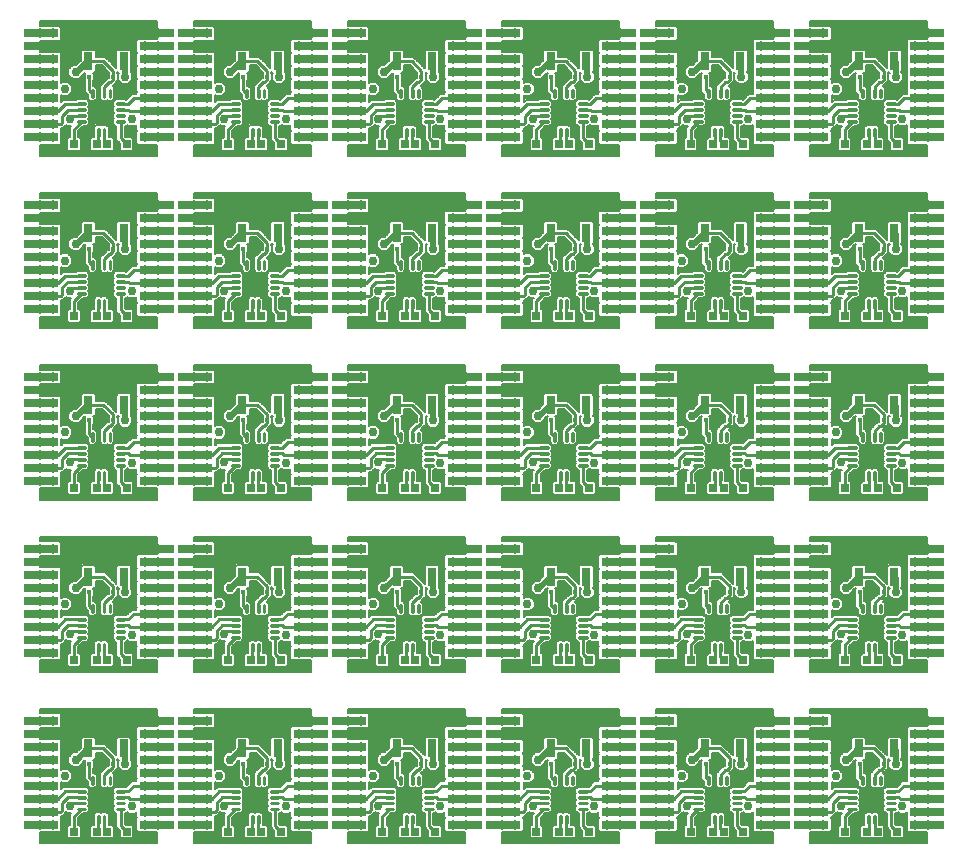
<source format=gtl>
G75*
%MOIN*%
%OFA0B0*%
%FSLAX25Y25*%
%IPPOS*%
%LPD*%
%AMOC8*
5,1,8,0,0,1.08239X$1,22.5*
%
%ADD10R,0.11811X0.03150*%
%ADD11C,0.03150*%
%ADD12R,0.01181X0.01575*%
%ADD13C,0.00886*%
%ADD14R,0.06693X0.06693*%
%ADD15R,0.03150X0.05906*%
%ADD16R,0.02756X0.02756*%
%ADD17C,0.01000*%
%ADD18C,0.02000*%
%ADD19C,0.02978*%
%ADD20C,0.00600*%
D10*
X0044799Y0044799D03*
X0044799Y0049130D03*
X0044799Y0053461D03*
X0044799Y0057791D03*
X0044799Y0062122D03*
X0044799Y0066453D03*
X0044799Y0070783D03*
X0044799Y0075114D03*
X0044799Y0079445D03*
X0044799Y0102075D03*
X0044799Y0106406D03*
X0044799Y0110736D03*
X0044799Y0115067D03*
X0044799Y0119398D03*
X0044799Y0123728D03*
X0044799Y0128059D03*
X0044799Y0132390D03*
X0044799Y0136720D03*
X0044799Y0159350D03*
X0044799Y0163681D03*
X0044799Y0168012D03*
X0044799Y0172343D03*
X0044799Y0176673D03*
X0044799Y0181004D03*
X0044799Y0185335D03*
X0044799Y0189665D03*
X0044799Y0193996D03*
X0044799Y0216626D03*
X0044799Y0220957D03*
X0044799Y0225287D03*
X0044799Y0229618D03*
X0044799Y0233949D03*
X0044799Y0238280D03*
X0044799Y0242610D03*
X0044799Y0246941D03*
X0044799Y0251272D03*
X0044799Y0273902D03*
X0044799Y0278232D03*
X0044799Y0282563D03*
X0044799Y0286894D03*
X0044799Y0291224D03*
X0044799Y0295555D03*
X0044799Y0299886D03*
X0044799Y0304217D03*
X0044799Y0308547D03*
X0083382Y0308547D03*
X0083382Y0304217D03*
X0083382Y0299886D03*
X0083382Y0295555D03*
X0083382Y0291224D03*
X0083382Y0286894D03*
X0083382Y0282563D03*
X0083382Y0278232D03*
X0083382Y0273902D03*
X0096169Y0273902D03*
X0096169Y0278232D03*
X0096169Y0282563D03*
X0096169Y0286894D03*
X0096169Y0291224D03*
X0096169Y0295555D03*
X0096169Y0299886D03*
X0096169Y0304217D03*
X0096169Y0308547D03*
X0134752Y0308547D03*
X0134752Y0304217D03*
X0134752Y0299886D03*
X0134752Y0295555D03*
X0134752Y0291224D03*
X0134752Y0286894D03*
X0134752Y0282563D03*
X0134752Y0278232D03*
X0134752Y0273902D03*
X0147539Y0273902D03*
X0147539Y0278232D03*
X0147539Y0282563D03*
X0147539Y0286894D03*
X0147539Y0291224D03*
X0147539Y0295555D03*
X0147539Y0299886D03*
X0147539Y0304217D03*
X0147539Y0308547D03*
X0186122Y0308547D03*
X0186122Y0304217D03*
X0186122Y0299886D03*
X0186122Y0295555D03*
X0186122Y0291224D03*
X0186122Y0286894D03*
X0186122Y0282563D03*
X0186122Y0278232D03*
X0186122Y0273902D03*
X0198909Y0273902D03*
X0198909Y0278232D03*
X0198909Y0282563D03*
X0198909Y0286894D03*
X0198909Y0291224D03*
X0198909Y0295555D03*
X0198909Y0299886D03*
X0198909Y0304217D03*
X0198909Y0308547D03*
X0237492Y0308547D03*
X0237492Y0304217D03*
X0237492Y0299886D03*
X0237492Y0295555D03*
X0237492Y0291224D03*
X0237492Y0286894D03*
X0237492Y0282563D03*
X0237492Y0278232D03*
X0237492Y0273902D03*
X0250280Y0273902D03*
X0250280Y0278232D03*
X0250280Y0282563D03*
X0250280Y0286894D03*
X0250280Y0291224D03*
X0250280Y0295555D03*
X0250280Y0299886D03*
X0250280Y0304217D03*
X0250280Y0308547D03*
X0288862Y0308547D03*
X0288862Y0304217D03*
X0288862Y0299886D03*
X0288862Y0295555D03*
X0288862Y0291224D03*
X0288862Y0286894D03*
X0288862Y0282563D03*
X0288862Y0278232D03*
X0288862Y0273902D03*
X0301650Y0273902D03*
X0301650Y0278232D03*
X0301650Y0282563D03*
X0301650Y0286894D03*
X0301650Y0291224D03*
X0301650Y0295555D03*
X0301650Y0299886D03*
X0301650Y0304217D03*
X0301650Y0308547D03*
X0340232Y0308547D03*
X0340232Y0304217D03*
X0340232Y0299886D03*
X0340232Y0295555D03*
X0340232Y0291224D03*
X0340232Y0286894D03*
X0340232Y0282563D03*
X0340232Y0278232D03*
X0340232Y0273902D03*
X0340232Y0251272D03*
X0340232Y0246941D03*
X0340232Y0242610D03*
X0340232Y0238280D03*
X0340232Y0233949D03*
X0340232Y0229618D03*
X0340232Y0225287D03*
X0340232Y0220957D03*
X0340232Y0216626D03*
X0340232Y0193996D03*
X0340232Y0189665D03*
X0340232Y0185335D03*
X0340232Y0181004D03*
X0340232Y0176673D03*
X0340232Y0172343D03*
X0340232Y0168012D03*
X0340232Y0163681D03*
X0340232Y0159350D03*
X0340232Y0136720D03*
X0340232Y0132390D03*
X0340232Y0128059D03*
X0340232Y0123728D03*
X0340232Y0119398D03*
X0340232Y0115067D03*
X0340232Y0110736D03*
X0340232Y0106406D03*
X0340232Y0102075D03*
X0340232Y0079445D03*
X0340232Y0075114D03*
X0340232Y0070783D03*
X0340232Y0066453D03*
X0340232Y0062122D03*
X0340232Y0057791D03*
X0340232Y0053461D03*
X0340232Y0049130D03*
X0340232Y0044799D03*
X0301650Y0044799D03*
X0301650Y0049130D03*
X0301650Y0053461D03*
X0301650Y0057791D03*
X0301650Y0062122D03*
X0301650Y0066453D03*
X0301650Y0070783D03*
X0301650Y0075114D03*
X0301650Y0079445D03*
X0288862Y0079445D03*
X0288862Y0075114D03*
X0288862Y0070783D03*
X0288862Y0066453D03*
X0288862Y0062122D03*
X0288862Y0057791D03*
X0288862Y0053461D03*
X0288862Y0049130D03*
X0288862Y0044799D03*
X0250280Y0044799D03*
X0250280Y0049130D03*
X0250280Y0053461D03*
X0250280Y0057791D03*
X0250280Y0062122D03*
X0250280Y0066453D03*
X0250280Y0070783D03*
X0250280Y0075114D03*
X0250280Y0079445D03*
X0237492Y0079445D03*
X0237492Y0075114D03*
X0237492Y0070783D03*
X0237492Y0066453D03*
X0237492Y0062122D03*
X0237492Y0057791D03*
X0237492Y0053461D03*
X0237492Y0049130D03*
X0237492Y0044799D03*
X0198909Y0044799D03*
X0198909Y0049130D03*
X0198909Y0053461D03*
X0198909Y0057791D03*
X0198909Y0062122D03*
X0198909Y0066453D03*
X0198909Y0070783D03*
X0198909Y0075114D03*
X0198909Y0079445D03*
X0186122Y0079445D03*
X0186122Y0075114D03*
X0186122Y0070783D03*
X0186122Y0066453D03*
X0186122Y0062122D03*
X0186122Y0057791D03*
X0186122Y0053461D03*
X0186122Y0049130D03*
X0186122Y0044799D03*
X0147539Y0044799D03*
X0147539Y0049130D03*
X0147539Y0053461D03*
X0147539Y0057791D03*
X0147539Y0062122D03*
X0147539Y0066453D03*
X0147539Y0070783D03*
X0147539Y0075114D03*
X0147539Y0079445D03*
X0134752Y0079445D03*
X0134752Y0075114D03*
X0134752Y0070783D03*
X0134752Y0066453D03*
X0134752Y0062122D03*
X0134752Y0057791D03*
X0134752Y0053461D03*
X0134752Y0049130D03*
X0134752Y0044799D03*
X0096169Y0044799D03*
X0096169Y0049130D03*
X0096169Y0053461D03*
X0096169Y0057791D03*
X0096169Y0062122D03*
X0096169Y0066453D03*
X0096169Y0070783D03*
X0096169Y0075114D03*
X0096169Y0079445D03*
X0083382Y0079445D03*
X0083382Y0075114D03*
X0083382Y0070783D03*
X0083382Y0066453D03*
X0083382Y0062122D03*
X0083382Y0057791D03*
X0083382Y0053461D03*
X0083382Y0049130D03*
X0083382Y0044799D03*
X0083382Y0102075D03*
X0083382Y0106406D03*
X0083382Y0110736D03*
X0083382Y0115067D03*
X0083382Y0119398D03*
X0083382Y0123728D03*
X0083382Y0128059D03*
X0083382Y0132390D03*
X0083382Y0136720D03*
X0096169Y0136720D03*
X0096169Y0132390D03*
X0096169Y0128059D03*
X0096169Y0123728D03*
X0096169Y0119398D03*
X0096169Y0115067D03*
X0096169Y0110736D03*
X0096169Y0106406D03*
X0096169Y0102075D03*
X0134752Y0102075D03*
X0134752Y0106406D03*
X0134752Y0110736D03*
X0134752Y0115067D03*
X0134752Y0119398D03*
X0134752Y0123728D03*
X0134752Y0128059D03*
X0134752Y0132390D03*
X0134752Y0136720D03*
X0147539Y0136720D03*
X0147539Y0132390D03*
X0147539Y0128059D03*
X0147539Y0123728D03*
X0147539Y0119398D03*
X0147539Y0115067D03*
X0147539Y0110736D03*
X0147539Y0106406D03*
X0147539Y0102075D03*
X0186122Y0102075D03*
X0186122Y0106406D03*
X0186122Y0110736D03*
X0186122Y0115067D03*
X0186122Y0119398D03*
X0186122Y0123728D03*
X0186122Y0128059D03*
X0186122Y0132390D03*
X0186122Y0136720D03*
X0198909Y0136720D03*
X0198909Y0132390D03*
X0198909Y0128059D03*
X0198909Y0123728D03*
X0198909Y0119398D03*
X0198909Y0115067D03*
X0198909Y0110736D03*
X0198909Y0106406D03*
X0198909Y0102075D03*
X0237492Y0102075D03*
X0237492Y0106406D03*
X0237492Y0110736D03*
X0237492Y0115067D03*
X0237492Y0119398D03*
X0237492Y0123728D03*
X0237492Y0128059D03*
X0237492Y0132390D03*
X0237492Y0136720D03*
X0250280Y0136720D03*
X0250280Y0132390D03*
X0250280Y0128059D03*
X0250280Y0123728D03*
X0250280Y0119398D03*
X0250280Y0115067D03*
X0250280Y0110736D03*
X0250280Y0106406D03*
X0250280Y0102075D03*
X0288862Y0102075D03*
X0288862Y0106406D03*
X0288862Y0110736D03*
X0288862Y0115067D03*
X0288862Y0119398D03*
X0288862Y0123728D03*
X0288862Y0128059D03*
X0288862Y0132390D03*
X0288862Y0136720D03*
X0301650Y0136720D03*
X0301650Y0132390D03*
X0301650Y0128059D03*
X0301650Y0123728D03*
X0301650Y0119398D03*
X0301650Y0115067D03*
X0301650Y0110736D03*
X0301650Y0106406D03*
X0301650Y0102075D03*
X0301650Y0159350D03*
X0301650Y0163681D03*
X0301650Y0168012D03*
X0301650Y0172343D03*
X0301650Y0176673D03*
X0301650Y0181004D03*
X0301650Y0185335D03*
X0301650Y0189665D03*
X0301650Y0193996D03*
X0288862Y0193996D03*
X0288862Y0189665D03*
X0288862Y0185335D03*
X0288862Y0181004D03*
X0288862Y0176673D03*
X0288862Y0172343D03*
X0288862Y0168012D03*
X0288862Y0163681D03*
X0288862Y0159350D03*
X0250280Y0159350D03*
X0250280Y0163681D03*
X0250280Y0168012D03*
X0250280Y0172343D03*
X0250280Y0176673D03*
X0250280Y0181004D03*
X0250280Y0185335D03*
X0250280Y0189665D03*
X0250280Y0193996D03*
X0237492Y0193996D03*
X0237492Y0189665D03*
X0237492Y0185335D03*
X0237492Y0181004D03*
X0237492Y0176673D03*
X0237492Y0172343D03*
X0237492Y0168012D03*
X0237492Y0163681D03*
X0237492Y0159350D03*
X0198909Y0159350D03*
X0198909Y0163681D03*
X0198909Y0168012D03*
X0198909Y0172343D03*
X0198909Y0176673D03*
X0198909Y0181004D03*
X0198909Y0185335D03*
X0198909Y0189665D03*
X0198909Y0193996D03*
X0186122Y0193996D03*
X0186122Y0189665D03*
X0186122Y0185335D03*
X0186122Y0181004D03*
X0186122Y0176673D03*
X0186122Y0172343D03*
X0186122Y0168012D03*
X0186122Y0163681D03*
X0186122Y0159350D03*
X0147539Y0159350D03*
X0147539Y0163681D03*
X0147539Y0168012D03*
X0147539Y0172343D03*
X0147539Y0176673D03*
X0147539Y0181004D03*
X0147539Y0185335D03*
X0147539Y0189665D03*
X0147539Y0193996D03*
X0134752Y0193996D03*
X0134752Y0189665D03*
X0134752Y0185335D03*
X0134752Y0181004D03*
X0134752Y0176673D03*
X0134752Y0172343D03*
X0134752Y0168012D03*
X0134752Y0163681D03*
X0134752Y0159350D03*
X0096169Y0159350D03*
X0096169Y0163681D03*
X0096169Y0168012D03*
X0096169Y0172343D03*
X0096169Y0176673D03*
X0096169Y0181004D03*
X0096169Y0185335D03*
X0096169Y0189665D03*
X0096169Y0193996D03*
X0083382Y0193996D03*
X0083382Y0189665D03*
X0083382Y0185335D03*
X0083382Y0181004D03*
X0083382Y0176673D03*
X0083382Y0172343D03*
X0083382Y0168012D03*
X0083382Y0163681D03*
X0083382Y0159350D03*
X0083382Y0216626D03*
X0083382Y0220957D03*
X0083382Y0225287D03*
X0083382Y0229618D03*
X0083382Y0233949D03*
X0083382Y0238280D03*
X0083382Y0242610D03*
X0083382Y0246941D03*
X0083382Y0251272D03*
X0096169Y0251272D03*
X0096169Y0246941D03*
X0096169Y0242610D03*
X0096169Y0238280D03*
X0096169Y0233949D03*
X0096169Y0229618D03*
X0096169Y0225287D03*
X0096169Y0220957D03*
X0096169Y0216626D03*
X0134752Y0216626D03*
X0134752Y0220957D03*
X0134752Y0225287D03*
X0134752Y0229618D03*
X0134752Y0233949D03*
X0134752Y0238280D03*
X0134752Y0242610D03*
X0134752Y0246941D03*
X0134752Y0251272D03*
X0147539Y0251272D03*
X0147539Y0246941D03*
X0147539Y0242610D03*
X0147539Y0238280D03*
X0147539Y0233949D03*
X0147539Y0229618D03*
X0147539Y0225287D03*
X0147539Y0220957D03*
X0147539Y0216626D03*
X0186122Y0216626D03*
X0186122Y0220957D03*
X0186122Y0225287D03*
X0186122Y0229618D03*
X0186122Y0233949D03*
X0186122Y0238280D03*
X0186122Y0242610D03*
X0186122Y0246941D03*
X0186122Y0251272D03*
X0198909Y0251272D03*
X0198909Y0246941D03*
X0198909Y0242610D03*
X0198909Y0238280D03*
X0198909Y0233949D03*
X0198909Y0229618D03*
X0198909Y0225287D03*
X0198909Y0220957D03*
X0198909Y0216626D03*
X0237492Y0216626D03*
X0237492Y0220957D03*
X0237492Y0225287D03*
X0237492Y0229618D03*
X0237492Y0233949D03*
X0237492Y0238280D03*
X0237492Y0242610D03*
X0237492Y0246941D03*
X0237492Y0251272D03*
X0250280Y0251272D03*
X0250280Y0246941D03*
X0250280Y0242610D03*
X0250280Y0238280D03*
X0250280Y0233949D03*
X0250280Y0229618D03*
X0250280Y0225287D03*
X0250280Y0220957D03*
X0250280Y0216626D03*
X0288862Y0216626D03*
X0288862Y0220957D03*
X0288862Y0225287D03*
X0288862Y0229618D03*
X0288862Y0233949D03*
X0288862Y0238280D03*
X0288862Y0242610D03*
X0288862Y0246941D03*
X0288862Y0251272D03*
X0301650Y0251272D03*
X0301650Y0246941D03*
X0301650Y0242610D03*
X0301650Y0238280D03*
X0301650Y0233949D03*
X0301650Y0229618D03*
X0301650Y0225287D03*
X0301650Y0220957D03*
X0301650Y0216626D03*
D11*
X0301256Y0216626D03*
X0305587Y0216626D03*
X0305587Y0220957D03*
X0301256Y0220957D03*
X0301256Y0225287D03*
X0305587Y0225287D03*
X0305587Y0229618D03*
X0305587Y0233949D03*
X0305587Y0238280D03*
X0301256Y0238280D03*
X0301256Y0233949D03*
X0301256Y0229618D03*
X0289256Y0229618D03*
X0289256Y0225287D03*
X0284925Y0225287D03*
X0284925Y0229618D03*
X0284925Y0233949D03*
X0284925Y0238280D03*
X0289256Y0238280D03*
X0289256Y0233949D03*
X0289256Y0242610D03*
X0284925Y0242610D03*
X0284925Y0246941D03*
X0284925Y0251272D03*
X0289256Y0251272D03*
X0289256Y0246941D03*
X0301256Y0246941D03*
X0305587Y0246941D03*
X0305587Y0251272D03*
X0301256Y0251272D03*
X0301256Y0242610D03*
X0305587Y0242610D03*
X0289256Y0220957D03*
X0284925Y0220957D03*
X0284925Y0216626D03*
X0289256Y0216626D03*
X0289256Y0193996D03*
X0284925Y0193996D03*
X0284925Y0189665D03*
X0284925Y0185335D03*
X0289256Y0185335D03*
X0289256Y0189665D03*
X0289256Y0181004D03*
X0289256Y0176673D03*
X0289256Y0172343D03*
X0284925Y0172343D03*
X0284925Y0176673D03*
X0284925Y0181004D03*
X0284925Y0168012D03*
X0284925Y0163681D03*
X0284925Y0159350D03*
X0289256Y0159350D03*
X0289256Y0163681D03*
X0289256Y0168012D03*
X0301256Y0168012D03*
X0305587Y0168012D03*
X0305587Y0163681D03*
X0305587Y0159350D03*
X0301256Y0159350D03*
X0301256Y0163681D03*
X0301256Y0172343D03*
X0301256Y0176673D03*
X0305587Y0176673D03*
X0305587Y0172343D03*
X0305587Y0181004D03*
X0305587Y0185335D03*
X0305587Y0189665D03*
X0301256Y0189665D03*
X0301256Y0185335D03*
X0301256Y0181004D03*
X0301256Y0193996D03*
X0305587Y0193996D03*
X0336295Y0193996D03*
X0340626Y0193996D03*
X0340626Y0189665D03*
X0340626Y0185335D03*
X0336295Y0185335D03*
X0336295Y0189665D03*
X0336295Y0181004D03*
X0336295Y0176673D03*
X0336295Y0172343D03*
X0340626Y0172343D03*
X0340626Y0176673D03*
X0340626Y0181004D03*
X0340626Y0168012D03*
X0336295Y0168012D03*
X0336295Y0163681D03*
X0336295Y0159350D03*
X0340626Y0159350D03*
X0340626Y0163681D03*
X0340626Y0136720D03*
X0340626Y0132390D03*
X0336295Y0132390D03*
X0336295Y0136720D03*
X0336295Y0128059D03*
X0336295Y0123728D03*
X0340626Y0123728D03*
X0340626Y0128059D03*
X0340626Y0119398D03*
X0336295Y0119398D03*
X0336295Y0115067D03*
X0336295Y0110736D03*
X0336295Y0106406D03*
X0340626Y0106406D03*
X0340626Y0110736D03*
X0340626Y0115067D03*
X0340626Y0102075D03*
X0336295Y0102075D03*
X0336295Y0079445D03*
X0336295Y0075114D03*
X0336295Y0070783D03*
X0340626Y0070783D03*
X0340626Y0075114D03*
X0340626Y0079445D03*
X0340626Y0066453D03*
X0336295Y0066453D03*
X0336295Y0062122D03*
X0336295Y0057791D03*
X0336295Y0053461D03*
X0340626Y0053461D03*
X0340626Y0057791D03*
X0340626Y0062122D03*
X0340626Y0049130D03*
X0336295Y0049130D03*
X0336295Y0044799D03*
X0340626Y0044799D03*
X0305587Y0044799D03*
X0305587Y0049130D03*
X0301256Y0049130D03*
X0301256Y0044799D03*
X0301256Y0053461D03*
X0301256Y0057791D03*
X0305587Y0057791D03*
X0305587Y0053461D03*
X0305587Y0062122D03*
X0305587Y0066453D03*
X0301256Y0066453D03*
X0301256Y0062122D03*
X0301256Y0070783D03*
X0305587Y0070783D03*
X0305587Y0075114D03*
X0305587Y0079445D03*
X0301256Y0079445D03*
X0301256Y0075114D03*
X0289256Y0075114D03*
X0289256Y0070783D03*
X0284925Y0070783D03*
X0284925Y0075114D03*
X0284925Y0079445D03*
X0289256Y0079445D03*
X0289256Y0066453D03*
X0284925Y0066453D03*
X0284925Y0062122D03*
X0284925Y0057791D03*
X0284925Y0053461D03*
X0289256Y0053461D03*
X0289256Y0057791D03*
X0289256Y0062122D03*
X0289256Y0049130D03*
X0289256Y0044799D03*
X0284925Y0044799D03*
X0284925Y0049130D03*
X0254217Y0049130D03*
X0254217Y0044799D03*
X0249886Y0044799D03*
X0249886Y0049130D03*
X0249886Y0053461D03*
X0249886Y0057791D03*
X0249886Y0062122D03*
X0249886Y0066453D03*
X0249886Y0070783D03*
X0249886Y0075114D03*
X0249886Y0079445D03*
X0254217Y0079445D03*
X0254217Y0075114D03*
X0254217Y0070783D03*
X0254217Y0066453D03*
X0254217Y0062122D03*
X0254217Y0057791D03*
X0254217Y0053461D03*
X0237886Y0053461D03*
X0237886Y0057791D03*
X0233555Y0057791D03*
X0233555Y0053461D03*
X0233555Y0049130D03*
X0233555Y0044799D03*
X0237886Y0044799D03*
X0237886Y0049130D03*
X0237886Y0062122D03*
X0237886Y0066453D03*
X0233555Y0066453D03*
X0233555Y0062122D03*
X0233555Y0070783D03*
X0237886Y0070783D03*
X0237886Y0075114D03*
X0237886Y0079445D03*
X0233555Y0079445D03*
X0233555Y0075114D03*
X0233555Y0102075D03*
X0233555Y0106406D03*
X0233555Y0110736D03*
X0237886Y0110736D03*
X0237886Y0106406D03*
X0237886Y0102075D03*
X0249886Y0102075D03*
X0249886Y0106406D03*
X0249886Y0110736D03*
X0249886Y0115067D03*
X0249886Y0119398D03*
X0249886Y0123728D03*
X0249886Y0128059D03*
X0249886Y0132390D03*
X0249886Y0136720D03*
X0254217Y0136720D03*
X0254217Y0132390D03*
X0254217Y0128059D03*
X0254217Y0123728D03*
X0254217Y0119398D03*
X0254217Y0115067D03*
X0254217Y0110736D03*
X0254217Y0106406D03*
X0254217Y0102075D03*
X0237886Y0115067D03*
X0237886Y0119398D03*
X0233555Y0119398D03*
X0233555Y0115067D03*
X0233555Y0123728D03*
X0237886Y0123728D03*
X0237886Y0128059D03*
X0237886Y0132390D03*
X0237886Y0136720D03*
X0233555Y0136720D03*
X0233555Y0132390D03*
X0233555Y0128059D03*
X0202846Y0128059D03*
X0198516Y0128059D03*
X0198516Y0123728D03*
X0202846Y0123728D03*
X0202846Y0119398D03*
X0198516Y0119398D03*
X0198516Y0115067D03*
X0202846Y0115067D03*
X0202846Y0110736D03*
X0198516Y0110736D03*
X0198516Y0106406D03*
X0202846Y0106406D03*
X0202846Y0102075D03*
X0198516Y0102075D03*
X0186516Y0102075D03*
X0186516Y0106406D03*
X0186516Y0110736D03*
X0182185Y0110736D03*
X0182185Y0106406D03*
X0182185Y0102075D03*
X0182185Y0115067D03*
X0182185Y0119398D03*
X0186516Y0119398D03*
X0186516Y0115067D03*
X0186516Y0123728D03*
X0182185Y0123728D03*
X0182185Y0128059D03*
X0182185Y0132390D03*
X0182185Y0136720D03*
X0186516Y0136720D03*
X0186516Y0132390D03*
X0186516Y0128059D03*
X0198516Y0132390D03*
X0202846Y0132390D03*
X0202846Y0136720D03*
X0198516Y0136720D03*
X0198516Y0159350D03*
X0202846Y0159350D03*
X0202846Y0163681D03*
X0198516Y0163681D03*
X0198516Y0168012D03*
X0202846Y0168012D03*
X0202846Y0172343D03*
X0202846Y0176673D03*
X0198516Y0176673D03*
X0198516Y0172343D03*
X0198516Y0181004D03*
X0202846Y0181004D03*
X0202846Y0185335D03*
X0198516Y0185335D03*
X0198516Y0189665D03*
X0202846Y0189665D03*
X0202846Y0193996D03*
X0198516Y0193996D03*
X0186516Y0193996D03*
X0182185Y0193996D03*
X0182185Y0189665D03*
X0182185Y0185335D03*
X0186516Y0185335D03*
X0186516Y0189665D03*
X0186516Y0181004D03*
X0186516Y0176673D03*
X0186516Y0172343D03*
X0182185Y0172343D03*
X0182185Y0176673D03*
X0182185Y0181004D03*
X0182185Y0168012D03*
X0186516Y0168012D03*
X0186516Y0163681D03*
X0186516Y0159350D03*
X0182185Y0159350D03*
X0182185Y0163681D03*
X0151476Y0163681D03*
X0147146Y0163681D03*
X0147146Y0159350D03*
X0151476Y0159350D03*
X0151476Y0168012D03*
X0147146Y0168012D03*
X0147146Y0172343D03*
X0147146Y0176673D03*
X0151476Y0176673D03*
X0151476Y0172343D03*
X0151476Y0181004D03*
X0147146Y0181004D03*
X0147146Y0185335D03*
X0147146Y0189665D03*
X0151476Y0189665D03*
X0151476Y0185335D03*
X0151476Y0193996D03*
X0147146Y0193996D03*
X0135146Y0193996D03*
X0130815Y0193996D03*
X0130815Y0189665D03*
X0130815Y0185335D03*
X0135146Y0185335D03*
X0135146Y0189665D03*
X0135146Y0181004D03*
X0135146Y0176673D03*
X0135146Y0172343D03*
X0130815Y0172343D03*
X0130815Y0176673D03*
X0130815Y0181004D03*
X0130815Y0168012D03*
X0135146Y0168012D03*
X0135146Y0163681D03*
X0135146Y0159350D03*
X0130815Y0159350D03*
X0130815Y0163681D03*
X0130815Y0136720D03*
X0130815Y0132390D03*
X0135146Y0132390D03*
X0135146Y0136720D03*
X0135146Y0128059D03*
X0135146Y0123728D03*
X0130815Y0123728D03*
X0130815Y0128059D03*
X0130815Y0119398D03*
X0135146Y0119398D03*
X0135146Y0115067D03*
X0135146Y0110736D03*
X0135146Y0106406D03*
X0130815Y0106406D03*
X0130815Y0110736D03*
X0130815Y0115067D03*
X0130815Y0102075D03*
X0135146Y0102075D03*
X0147146Y0102075D03*
X0151476Y0102075D03*
X0151476Y0106406D03*
X0151476Y0110736D03*
X0147146Y0110736D03*
X0147146Y0106406D03*
X0147146Y0115067D03*
X0151476Y0115067D03*
X0151476Y0119398D03*
X0147146Y0119398D03*
X0147146Y0123728D03*
X0151476Y0123728D03*
X0151476Y0128059D03*
X0147146Y0128059D03*
X0147146Y0132390D03*
X0151476Y0132390D03*
X0151476Y0136720D03*
X0147146Y0136720D03*
X0100106Y0136720D03*
X0100106Y0132390D03*
X0095776Y0132390D03*
X0095776Y0136720D03*
X0095776Y0128059D03*
X0100106Y0128059D03*
X0100106Y0123728D03*
X0095776Y0123728D03*
X0095776Y0119398D03*
X0100106Y0119398D03*
X0100106Y0115067D03*
X0095776Y0115067D03*
X0095776Y0110736D03*
X0100106Y0110736D03*
X0100106Y0106406D03*
X0095776Y0106406D03*
X0095776Y0102075D03*
X0100106Y0102075D03*
X0083776Y0102075D03*
X0083776Y0106406D03*
X0083776Y0110736D03*
X0083776Y0115067D03*
X0083776Y0119398D03*
X0079445Y0119398D03*
X0079445Y0115067D03*
X0079445Y0110736D03*
X0079445Y0106406D03*
X0079445Y0102075D03*
X0079445Y0123728D03*
X0083776Y0123728D03*
X0083776Y0128059D03*
X0083776Y0132390D03*
X0083776Y0136720D03*
X0079445Y0136720D03*
X0079445Y0132390D03*
X0079445Y0128059D03*
X0048736Y0128059D03*
X0048736Y0123728D03*
X0048736Y0119398D03*
X0048736Y0115067D03*
X0048736Y0110736D03*
X0048736Y0106406D03*
X0048736Y0102075D03*
X0044405Y0102075D03*
X0044405Y0106406D03*
X0044405Y0110736D03*
X0044405Y0115067D03*
X0044405Y0119398D03*
X0044405Y0123728D03*
X0044405Y0128059D03*
X0044405Y0132390D03*
X0044405Y0136720D03*
X0048736Y0136720D03*
X0048736Y0132390D03*
X0048736Y0159350D03*
X0048736Y0163681D03*
X0048736Y0168012D03*
X0044405Y0168012D03*
X0044405Y0163681D03*
X0044405Y0159350D03*
X0044405Y0172343D03*
X0044405Y0176673D03*
X0044405Y0181004D03*
X0044405Y0185335D03*
X0044405Y0189665D03*
X0044405Y0193996D03*
X0048736Y0193996D03*
X0048736Y0189665D03*
X0048736Y0185335D03*
X0048736Y0181004D03*
X0048736Y0176673D03*
X0048736Y0172343D03*
X0079445Y0172343D03*
X0079445Y0176673D03*
X0083776Y0176673D03*
X0083776Y0172343D03*
X0083776Y0168012D03*
X0083776Y0163681D03*
X0083776Y0159350D03*
X0079445Y0159350D03*
X0079445Y0163681D03*
X0079445Y0168012D03*
X0079445Y0181004D03*
X0083776Y0181004D03*
X0083776Y0185335D03*
X0083776Y0189665D03*
X0079445Y0189665D03*
X0079445Y0185335D03*
X0079445Y0193996D03*
X0083776Y0193996D03*
X0095776Y0193996D03*
X0100106Y0193996D03*
X0100106Y0189665D03*
X0100106Y0185335D03*
X0095776Y0185335D03*
X0095776Y0189665D03*
X0095776Y0181004D03*
X0100106Y0181004D03*
X0100106Y0176673D03*
X0095776Y0176673D03*
X0095776Y0172343D03*
X0100106Y0172343D03*
X0100106Y0168012D03*
X0095776Y0168012D03*
X0095776Y0163681D03*
X0100106Y0163681D03*
X0100106Y0159350D03*
X0095776Y0159350D03*
X0095776Y0216626D03*
X0100106Y0216626D03*
X0100106Y0220957D03*
X0095776Y0220957D03*
X0095776Y0225287D03*
X0100106Y0225287D03*
X0100106Y0229618D03*
X0095776Y0229618D03*
X0095776Y0233949D03*
X0100106Y0233949D03*
X0100106Y0238280D03*
X0095776Y0238280D03*
X0095776Y0242610D03*
X0100106Y0242610D03*
X0100106Y0246941D03*
X0095776Y0246941D03*
X0095776Y0251272D03*
X0100106Y0251272D03*
X0083776Y0251272D03*
X0083776Y0246941D03*
X0083776Y0242610D03*
X0079445Y0242610D03*
X0079445Y0246941D03*
X0079445Y0251272D03*
X0079445Y0238280D03*
X0083776Y0238280D03*
X0083776Y0233949D03*
X0083776Y0229618D03*
X0083776Y0225287D03*
X0079445Y0225287D03*
X0079445Y0229618D03*
X0079445Y0233949D03*
X0079445Y0220957D03*
X0083776Y0220957D03*
X0083776Y0216626D03*
X0079445Y0216626D03*
X0048736Y0216626D03*
X0048736Y0220957D03*
X0048736Y0225287D03*
X0048736Y0229618D03*
X0048736Y0233949D03*
X0048736Y0238280D03*
X0048736Y0242610D03*
X0048736Y0246941D03*
X0048736Y0251272D03*
X0044405Y0251272D03*
X0044405Y0246941D03*
X0044405Y0242610D03*
X0044405Y0238280D03*
X0044405Y0233949D03*
X0044405Y0229618D03*
X0044405Y0225287D03*
X0044405Y0220957D03*
X0044405Y0216626D03*
X0044405Y0273902D03*
X0044405Y0278232D03*
X0044405Y0282563D03*
X0044405Y0286894D03*
X0044405Y0291224D03*
X0044405Y0295555D03*
X0044405Y0299886D03*
X0044405Y0304217D03*
X0044405Y0308547D03*
X0048736Y0308547D03*
X0048736Y0304217D03*
X0048736Y0299886D03*
X0048736Y0295555D03*
X0048736Y0291224D03*
X0048736Y0286894D03*
X0048736Y0282563D03*
X0048736Y0278232D03*
X0048736Y0273902D03*
X0079445Y0273902D03*
X0083776Y0273902D03*
X0083776Y0278232D03*
X0083776Y0282563D03*
X0083776Y0286894D03*
X0083776Y0291224D03*
X0079445Y0291224D03*
X0079445Y0286894D03*
X0079445Y0282563D03*
X0079445Y0278232D03*
X0095776Y0278232D03*
X0100106Y0278232D03*
X0100106Y0282563D03*
X0095776Y0282563D03*
X0095776Y0286894D03*
X0100106Y0286894D03*
X0100106Y0291224D03*
X0095776Y0291224D03*
X0095776Y0295555D03*
X0100106Y0295555D03*
X0100106Y0299886D03*
X0095776Y0299886D03*
X0095776Y0304217D03*
X0095776Y0308547D03*
X0100106Y0308547D03*
X0100106Y0304217D03*
X0083776Y0304217D03*
X0083776Y0308547D03*
X0079445Y0308547D03*
X0079445Y0304217D03*
X0079445Y0299886D03*
X0083776Y0299886D03*
X0083776Y0295555D03*
X0079445Y0295555D03*
X0095776Y0273902D03*
X0100106Y0273902D03*
X0130815Y0273902D03*
X0135146Y0273902D03*
X0135146Y0278232D03*
X0135146Y0282563D03*
X0135146Y0286894D03*
X0135146Y0291224D03*
X0130815Y0291224D03*
X0130815Y0286894D03*
X0130815Y0282563D03*
X0130815Y0278232D03*
X0147146Y0278232D03*
X0151476Y0278232D03*
X0151476Y0282563D03*
X0147146Y0282563D03*
X0147146Y0286894D03*
X0151476Y0286894D03*
X0151476Y0291224D03*
X0147146Y0291224D03*
X0147146Y0295555D03*
X0151476Y0295555D03*
X0151476Y0299886D03*
X0147146Y0299886D03*
X0147146Y0304217D03*
X0147146Y0308547D03*
X0151476Y0308547D03*
X0151476Y0304217D03*
X0135146Y0304217D03*
X0135146Y0308547D03*
X0130815Y0308547D03*
X0130815Y0304217D03*
X0130815Y0299886D03*
X0135146Y0299886D03*
X0135146Y0295555D03*
X0130815Y0295555D03*
X0147146Y0273902D03*
X0151476Y0273902D03*
X0151476Y0251272D03*
X0147146Y0251272D03*
X0147146Y0246941D03*
X0151476Y0246941D03*
X0151476Y0242610D03*
X0147146Y0242610D03*
X0147146Y0238280D03*
X0151476Y0238280D03*
X0151476Y0233949D03*
X0147146Y0233949D03*
X0147146Y0229618D03*
X0151476Y0229618D03*
X0151476Y0225287D03*
X0147146Y0225287D03*
X0147146Y0220957D03*
X0151476Y0220957D03*
X0151476Y0216626D03*
X0147146Y0216626D03*
X0135146Y0216626D03*
X0135146Y0220957D03*
X0130815Y0220957D03*
X0130815Y0216626D03*
X0130815Y0225287D03*
X0135146Y0225287D03*
X0135146Y0229618D03*
X0135146Y0233949D03*
X0135146Y0238280D03*
X0130815Y0238280D03*
X0130815Y0233949D03*
X0130815Y0229618D03*
X0130815Y0242610D03*
X0135146Y0242610D03*
X0135146Y0246941D03*
X0135146Y0251272D03*
X0130815Y0251272D03*
X0130815Y0246941D03*
X0182185Y0246941D03*
X0182185Y0251272D03*
X0186516Y0251272D03*
X0186516Y0246941D03*
X0186516Y0242610D03*
X0182185Y0242610D03*
X0182185Y0238280D03*
X0186516Y0238280D03*
X0186516Y0233949D03*
X0186516Y0229618D03*
X0186516Y0225287D03*
X0182185Y0225287D03*
X0182185Y0229618D03*
X0182185Y0233949D03*
X0182185Y0220957D03*
X0186516Y0220957D03*
X0186516Y0216626D03*
X0182185Y0216626D03*
X0198516Y0216626D03*
X0202846Y0216626D03*
X0202846Y0220957D03*
X0198516Y0220957D03*
X0198516Y0225287D03*
X0202846Y0225287D03*
X0202846Y0229618D03*
X0198516Y0229618D03*
X0198516Y0233949D03*
X0202846Y0233949D03*
X0202846Y0238280D03*
X0198516Y0238280D03*
X0198516Y0242610D03*
X0202846Y0242610D03*
X0202846Y0246941D03*
X0198516Y0246941D03*
X0198516Y0251272D03*
X0202846Y0251272D03*
X0202846Y0273902D03*
X0198516Y0273902D03*
X0198516Y0278232D03*
X0202846Y0278232D03*
X0202846Y0282563D03*
X0198516Y0282563D03*
X0198516Y0286894D03*
X0202846Y0286894D03*
X0202846Y0291224D03*
X0198516Y0291224D03*
X0198516Y0295555D03*
X0202846Y0295555D03*
X0202846Y0299886D03*
X0198516Y0299886D03*
X0198516Y0304217D03*
X0198516Y0308547D03*
X0202846Y0308547D03*
X0202846Y0304217D03*
X0186516Y0304217D03*
X0186516Y0308547D03*
X0182185Y0308547D03*
X0182185Y0304217D03*
X0182185Y0299886D03*
X0186516Y0299886D03*
X0186516Y0295555D03*
X0182185Y0295555D03*
X0182185Y0291224D03*
X0182185Y0286894D03*
X0186516Y0286894D03*
X0186516Y0291224D03*
X0186516Y0282563D03*
X0186516Y0278232D03*
X0182185Y0278232D03*
X0182185Y0282563D03*
X0182185Y0273902D03*
X0186516Y0273902D03*
X0233555Y0273902D03*
X0237886Y0273902D03*
X0237886Y0278232D03*
X0233555Y0278232D03*
X0233555Y0282563D03*
X0233555Y0286894D03*
X0233555Y0291224D03*
X0237886Y0291224D03*
X0237886Y0286894D03*
X0237886Y0282563D03*
X0249886Y0282563D03*
X0249886Y0278232D03*
X0249886Y0273902D03*
X0254217Y0273902D03*
X0254217Y0278232D03*
X0254217Y0282563D03*
X0254217Y0286894D03*
X0254217Y0291224D03*
X0254217Y0295555D03*
X0254217Y0299886D03*
X0254217Y0304217D03*
X0254217Y0308547D03*
X0249886Y0308547D03*
X0249886Y0304217D03*
X0249886Y0299886D03*
X0249886Y0295555D03*
X0249886Y0291224D03*
X0249886Y0286894D03*
X0237886Y0295555D03*
X0237886Y0299886D03*
X0237886Y0304217D03*
X0237886Y0308547D03*
X0233555Y0308547D03*
X0233555Y0304217D03*
X0233555Y0299886D03*
X0233555Y0295555D03*
X0233555Y0251272D03*
X0237886Y0251272D03*
X0237886Y0246941D03*
X0237886Y0242610D03*
X0233555Y0242610D03*
X0233555Y0246941D03*
X0233555Y0238280D03*
X0237886Y0238280D03*
X0237886Y0233949D03*
X0237886Y0229618D03*
X0237886Y0225287D03*
X0233555Y0225287D03*
X0233555Y0229618D03*
X0233555Y0233949D03*
X0233555Y0220957D03*
X0237886Y0220957D03*
X0237886Y0216626D03*
X0233555Y0216626D03*
X0249886Y0216626D03*
X0249886Y0220957D03*
X0249886Y0225287D03*
X0249886Y0229618D03*
X0249886Y0233949D03*
X0249886Y0238280D03*
X0249886Y0242610D03*
X0249886Y0246941D03*
X0249886Y0251272D03*
X0254217Y0251272D03*
X0254217Y0246941D03*
X0254217Y0242610D03*
X0254217Y0238280D03*
X0254217Y0233949D03*
X0254217Y0229618D03*
X0254217Y0225287D03*
X0254217Y0220957D03*
X0254217Y0216626D03*
X0254217Y0193996D03*
X0254217Y0189665D03*
X0254217Y0185335D03*
X0254217Y0181004D03*
X0254217Y0176673D03*
X0254217Y0172343D03*
X0254217Y0168012D03*
X0254217Y0163681D03*
X0254217Y0159350D03*
X0249886Y0159350D03*
X0249886Y0163681D03*
X0249886Y0168012D03*
X0249886Y0172343D03*
X0249886Y0176673D03*
X0249886Y0181004D03*
X0249886Y0185335D03*
X0249886Y0189665D03*
X0249886Y0193996D03*
X0237886Y0193996D03*
X0233555Y0193996D03*
X0233555Y0189665D03*
X0233555Y0185335D03*
X0237886Y0185335D03*
X0237886Y0189665D03*
X0237886Y0181004D03*
X0237886Y0176673D03*
X0237886Y0172343D03*
X0233555Y0172343D03*
X0233555Y0176673D03*
X0233555Y0181004D03*
X0233555Y0168012D03*
X0237886Y0168012D03*
X0237886Y0163681D03*
X0237886Y0159350D03*
X0233555Y0159350D03*
X0233555Y0163681D03*
X0284925Y0136720D03*
X0284925Y0132390D03*
X0289256Y0132390D03*
X0289256Y0136720D03*
X0289256Y0128059D03*
X0289256Y0123728D03*
X0284925Y0123728D03*
X0284925Y0128059D03*
X0284925Y0119398D03*
X0289256Y0119398D03*
X0289256Y0115067D03*
X0289256Y0110736D03*
X0289256Y0106406D03*
X0284925Y0106406D03*
X0284925Y0110736D03*
X0284925Y0115067D03*
X0284925Y0102075D03*
X0289256Y0102075D03*
X0301256Y0102075D03*
X0301256Y0106406D03*
X0301256Y0110736D03*
X0305587Y0110736D03*
X0305587Y0106406D03*
X0305587Y0102075D03*
X0305587Y0115067D03*
X0305587Y0119398D03*
X0301256Y0119398D03*
X0301256Y0115067D03*
X0301256Y0123728D03*
X0305587Y0123728D03*
X0305587Y0128059D03*
X0305587Y0132390D03*
X0305587Y0136720D03*
X0301256Y0136720D03*
X0301256Y0132390D03*
X0301256Y0128059D03*
X0336295Y0216626D03*
X0336295Y0220957D03*
X0340626Y0220957D03*
X0340626Y0216626D03*
X0340626Y0225287D03*
X0336295Y0225287D03*
X0336295Y0229618D03*
X0336295Y0233949D03*
X0336295Y0238280D03*
X0340626Y0238280D03*
X0340626Y0233949D03*
X0340626Y0229618D03*
X0340626Y0242610D03*
X0336295Y0242610D03*
X0336295Y0246941D03*
X0336295Y0251272D03*
X0340626Y0251272D03*
X0340626Y0246941D03*
X0340626Y0273902D03*
X0336295Y0273902D03*
X0336295Y0278232D03*
X0340626Y0278232D03*
X0340626Y0282563D03*
X0336295Y0282563D03*
X0336295Y0286894D03*
X0336295Y0291224D03*
X0340626Y0291224D03*
X0340626Y0286894D03*
X0340626Y0295555D03*
X0336295Y0295555D03*
X0336295Y0299886D03*
X0336295Y0304217D03*
X0336295Y0308547D03*
X0340626Y0308547D03*
X0340626Y0304217D03*
X0340626Y0299886D03*
X0305587Y0299886D03*
X0305587Y0304217D03*
X0305587Y0308547D03*
X0301256Y0308547D03*
X0301256Y0304217D03*
X0301256Y0299886D03*
X0301256Y0295555D03*
X0305587Y0295555D03*
X0305587Y0291224D03*
X0305587Y0286894D03*
X0305587Y0282563D03*
X0305587Y0278232D03*
X0301256Y0278232D03*
X0301256Y0282563D03*
X0301256Y0286894D03*
X0301256Y0291224D03*
X0289256Y0291224D03*
X0289256Y0286894D03*
X0284925Y0286894D03*
X0284925Y0291224D03*
X0284925Y0295555D03*
X0284925Y0299886D03*
X0284925Y0304217D03*
X0284925Y0308547D03*
X0289256Y0308547D03*
X0289256Y0304217D03*
X0289256Y0299886D03*
X0289256Y0295555D03*
X0289256Y0282563D03*
X0289256Y0278232D03*
X0284925Y0278232D03*
X0284925Y0282563D03*
X0284925Y0273902D03*
X0289256Y0273902D03*
X0301256Y0273902D03*
X0305587Y0273902D03*
X0202846Y0079445D03*
X0198516Y0079445D03*
X0198516Y0075114D03*
X0202846Y0075114D03*
X0202846Y0070783D03*
X0198516Y0070783D03*
X0198516Y0066453D03*
X0202846Y0066453D03*
X0202846Y0062122D03*
X0198516Y0062122D03*
X0198516Y0057791D03*
X0198516Y0053461D03*
X0202846Y0053461D03*
X0202846Y0057791D03*
X0202846Y0049130D03*
X0198516Y0049130D03*
X0198516Y0044799D03*
X0202846Y0044799D03*
X0186516Y0044799D03*
X0186516Y0049130D03*
X0182185Y0049130D03*
X0182185Y0044799D03*
X0182185Y0053461D03*
X0182185Y0057791D03*
X0186516Y0057791D03*
X0186516Y0053461D03*
X0186516Y0062122D03*
X0186516Y0066453D03*
X0182185Y0066453D03*
X0182185Y0062122D03*
X0182185Y0070783D03*
X0186516Y0070783D03*
X0186516Y0075114D03*
X0186516Y0079445D03*
X0182185Y0079445D03*
X0182185Y0075114D03*
X0151476Y0075114D03*
X0147146Y0075114D03*
X0147146Y0070783D03*
X0151476Y0070783D03*
X0151476Y0066453D03*
X0147146Y0066453D03*
X0147146Y0062122D03*
X0151476Y0062122D03*
X0151476Y0057791D03*
X0147146Y0057791D03*
X0147146Y0053461D03*
X0151476Y0053461D03*
X0151476Y0049130D03*
X0147146Y0049130D03*
X0147146Y0044799D03*
X0151476Y0044799D03*
X0135146Y0044799D03*
X0135146Y0049130D03*
X0130815Y0049130D03*
X0130815Y0044799D03*
X0130815Y0053461D03*
X0130815Y0057791D03*
X0135146Y0057791D03*
X0135146Y0053461D03*
X0135146Y0062122D03*
X0135146Y0066453D03*
X0130815Y0066453D03*
X0130815Y0062122D03*
X0130815Y0070783D03*
X0135146Y0070783D03*
X0135146Y0075114D03*
X0135146Y0079445D03*
X0130815Y0079445D03*
X0130815Y0075114D03*
X0147146Y0079445D03*
X0151476Y0079445D03*
X0100106Y0079445D03*
X0095776Y0079445D03*
X0095776Y0075114D03*
X0100106Y0075114D03*
X0100106Y0070783D03*
X0095776Y0070783D03*
X0095776Y0066453D03*
X0100106Y0066453D03*
X0100106Y0062122D03*
X0095776Y0062122D03*
X0095776Y0057791D03*
X0100106Y0057791D03*
X0100106Y0053461D03*
X0095776Y0053461D03*
X0095776Y0049130D03*
X0100106Y0049130D03*
X0100106Y0044799D03*
X0095776Y0044799D03*
X0083776Y0044799D03*
X0083776Y0049130D03*
X0079445Y0049130D03*
X0079445Y0044799D03*
X0079445Y0053461D03*
X0079445Y0057791D03*
X0083776Y0057791D03*
X0083776Y0053461D03*
X0083776Y0062122D03*
X0083776Y0066453D03*
X0079445Y0066453D03*
X0079445Y0062122D03*
X0079445Y0070783D03*
X0083776Y0070783D03*
X0083776Y0075114D03*
X0083776Y0079445D03*
X0079445Y0079445D03*
X0079445Y0075114D03*
X0048736Y0075114D03*
X0048736Y0070783D03*
X0048736Y0066453D03*
X0048736Y0062122D03*
X0048736Y0057791D03*
X0048736Y0053461D03*
X0044405Y0053461D03*
X0044405Y0057791D03*
X0044405Y0062122D03*
X0044405Y0066453D03*
X0044405Y0070783D03*
X0044405Y0075114D03*
X0044405Y0079445D03*
X0048736Y0079445D03*
X0048736Y0049130D03*
X0048736Y0044799D03*
X0044405Y0044799D03*
X0044405Y0049130D03*
D12*
X0060905Y0064969D03*
X0062905Y0064969D03*
X0066905Y0064969D03*
X0068905Y0064969D03*
X0112276Y0064969D03*
X0114276Y0064969D03*
X0118276Y0064969D03*
X0120276Y0064969D03*
X0163646Y0064969D03*
X0165646Y0064969D03*
X0169646Y0064969D03*
X0171646Y0064969D03*
X0215016Y0064969D03*
X0217016Y0064969D03*
X0221016Y0064969D03*
X0223016Y0064969D03*
X0266386Y0064969D03*
X0268386Y0064969D03*
X0272386Y0064969D03*
X0274386Y0064969D03*
X0317756Y0064969D03*
X0319756Y0064969D03*
X0323756Y0064969D03*
X0325756Y0064969D03*
X0325756Y0122244D03*
X0323756Y0122244D03*
X0319756Y0122244D03*
X0317756Y0122244D03*
X0274386Y0122244D03*
X0272386Y0122244D03*
X0268386Y0122244D03*
X0266386Y0122244D03*
X0223016Y0122244D03*
X0221016Y0122244D03*
X0217016Y0122244D03*
X0215016Y0122244D03*
X0171646Y0122244D03*
X0169646Y0122244D03*
X0165646Y0122244D03*
X0163646Y0122244D03*
X0120276Y0122244D03*
X0118276Y0122244D03*
X0114276Y0122244D03*
X0112276Y0122244D03*
X0068905Y0122244D03*
X0066905Y0122244D03*
X0062905Y0122244D03*
X0060905Y0122244D03*
X0060905Y0179520D03*
X0062905Y0179520D03*
X0066905Y0179520D03*
X0068905Y0179520D03*
X0112276Y0179520D03*
X0114276Y0179520D03*
X0118276Y0179520D03*
X0120276Y0179520D03*
X0163646Y0179520D03*
X0165646Y0179520D03*
X0169646Y0179520D03*
X0171646Y0179520D03*
X0215016Y0179520D03*
X0217016Y0179520D03*
X0221016Y0179520D03*
X0223016Y0179520D03*
X0266386Y0179520D03*
X0268386Y0179520D03*
X0272386Y0179520D03*
X0274386Y0179520D03*
X0317756Y0179520D03*
X0319756Y0179520D03*
X0323756Y0179520D03*
X0325756Y0179520D03*
X0325756Y0236795D03*
X0323756Y0236795D03*
X0319756Y0236795D03*
X0317756Y0236795D03*
X0274386Y0236795D03*
X0272386Y0236795D03*
X0268386Y0236795D03*
X0266386Y0236795D03*
X0223016Y0236795D03*
X0221016Y0236795D03*
X0217016Y0236795D03*
X0215016Y0236795D03*
X0171646Y0236795D03*
X0169646Y0236795D03*
X0165646Y0236795D03*
X0163646Y0236795D03*
X0120276Y0236795D03*
X0118276Y0236795D03*
X0114276Y0236795D03*
X0112276Y0236795D03*
X0068905Y0236795D03*
X0066905Y0236795D03*
X0062905Y0236795D03*
X0060905Y0236795D03*
X0060905Y0294071D03*
X0062905Y0294071D03*
X0066905Y0294071D03*
X0068905Y0294071D03*
X0112276Y0294071D03*
X0114276Y0294071D03*
X0118276Y0294071D03*
X0120276Y0294071D03*
X0163646Y0294071D03*
X0165646Y0294071D03*
X0169646Y0294071D03*
X0171646Y0294071D03*
X0215016Y0294071D03*
X0217016Y0294071D03*
X0221016Y0294071D03*
X0223016Y0294071D03*
X0266386Y0294071D03*
X0268386Y0294071D03*
X0272386Y0294071D03*
X0274386Y0294071D03*
X0317756Y0294071D03*
X0319756Y0294071D03*
X0323756Y0294071D03*
X0325756Y0294071D03*
D13*
X0324562Y0289817D02*
X0324562Y0287357D01*
X0324562Y0289817D02*
X0324856Y0289817D01*
X0324856Y0287357D01*
X0324562Y0287357D01*
X0324562Y0288199D02*
X0324856Y0288199D01*
X0324856Y0289041D02*
X0324562Y0289041D01*
X0322593Y0289817D02*
X0322593Y0287357D01*
X0322593Y0289817D02*
X0322887Y0289817D01*
X0322887Y0287357D01*
X0322593Y0287357D01*
X0322593Y0288199D02*
X0322887Y0288199D01*
X0322887Y0289041D02*
X0322593Y0289041D01*
X0320625Y0289817D02*
X0320625Y0287357D01*
X0320625Y0289817D02*
X0320919Y0289817D01*
X0320919Y0287357D01*
X0320625Y0287357D01*
X0320625Y0288199D02*
X0320919Y0288199D01*
X0320919Y0289041D02*
X0320625Y0289041D01*
X0318656Y0289817D02*
X0318656Y0287357D01*
X0318656Y0289817D02*
X0318950Y0289817D01*
X0318950Y0287357D01*
X0318656Y0287357D01*
X0318656Y0288199D02*
X0318950Y0288199D01*
X0318950Y0289041D02*
X0318656Y0289041D01*
X0316470Y0284877D02*
X0314010Y0284877D01*
X0314010Y0285171D01*
X0316470Y0285171D01*
X0316470Y0284877D01*
X0316470Y0282908D02*
X0314010Y0282908D01*
X0314010Y0283202D01*
X0316470Y0283202D01*
X0316470Y0282908D01*
X0316470Y0280940D02*
X0314010Y0280940D01*
X0314010Y0281234D01*
X0316470Y0281234D01*
X0316470Y0280940D01*
X0316470Y0278971D02*
X0314010Y0278971D01*
X0314010Y0279265D01*
X0316470Y0279265D01*
X0316470Y0278971D01*
X0318950Y0276785D02*
X0318950Y0274325D01*
X0318656Y0274325D01*
X0318656Y0276785D01*
X0318950Y0276785D01*
X0318950Y0275167D02*
X0318656Y0275167D01*
X0318656Y0276009D02*
X0318950Y0276009D01*
X0320919Y0276785D02*
X0320919Y0274325D01*
X0320625Y0274325D01*
X0320625Y0276785D01*
X0320919Y0276785D01*
X0320919Y0275167D02*
X0320625Y0275167D01*
X0320625Y0276009D02*
X0320919Y0276009D01*
X0322887Y0276785D02*
X0322887Y0274325D01*
X0322593Y0274325D01*
X0322593Y0276785D01*
X0322887Y0276785D01*
X0322887Y0275167D02*
X0322593Y0275167D01*
X0322593Y0276009D02*
X0322887Y0276009D01*
X0324856Y0276785D02*
X0324856Y0274325D01*
X0324562Y0274325D01*
X0324562Y0276785D01*
X0324856Y0276785D01*
X0324856Y0275167D02*
X0324562Y0275167D01*
X0324562Y0276009D02*
X0324856Y0276009D01*
X0327042Y0279265D02*
X0329502Y0279265D01*
X0329502Y0278971D01*
X0327042Y0278971D01*
X0327042Y0279265D01*
X0327042Y0281234D02*
X0329502Y0281234D01*
X0329502Y0280940D01*
X0327042Y0280940D01*
X0327042Y0281234D01*
X0327042Y0283202D02*
X0329502Y0283202D01*
X0329502Y0282908D01*
X0327042Y0282908D01*
X0327042Y0283202D01*
X0327042Y0285171D02*
X0329502Y0285171D01*
X0329502Y0284877D01*
X0327042Y0284877D01*
X0327042Y0285171D01*
X0278132Y0285171D02*
X0275672Y0285171D01*
X0278132Y0285171D02*
X0278132Y0284877D01*
X0275672Y0284877D01*
X0275672Y0285171D01*
X0275672Y0283202D02*
X0278132Y0283202D01*
X0278132Y0282908D01*
X0275672Y0282908D01*
X0275672Y0283202D01*
X0275672Y0281234D02*
X0278132Y0281234D01*
X0278132Y0280940D01*
X0275672Y0280940D01*
X0275672Y0281234D01*
X0275672Y0279265D02*
X0278132Y0279265D01*
X0278132Y0278971D01*
X0275672Y0278971D01*
X0275672Y0279265D01*
X0273486Y0276785D02*
X0273486Y0274325D01*
X0273192Y0274325D01*
X0273192Y0276785D01*
X0273486Y0276785D01*
X0273486Y0275167D02*
X0273192Y0275167D01*
X0273192Y0276009D02*
X0273486Y0276009D01*
X0271517Y0276785D02*
X0271517Y0274325D01*
X0271223Y0274325D01*
X0271223Y0276785D01*
X0271517Y0276785D01*
X0271517Y0275167D02*
X0271223Y0275167D01*
X0271223Y0276009D02*
X0271517Y0276009D01*
X0269549Y0276785D02*
X0269549Y0274325D01*
X0269255Y0274325D01*
X0269255Y0276785D01*
X0269549Y0276785D01*
X0269549Y0275167D02*
X0269255Y0275167D01*
X0269255Y0276009D02*
X0269549Y0276009D01*
X0267580Y0276785D02*
X0267580Y0274325D01*
X0267286Y0274325D01*
X0267286Y0276785D01*
X0267580Y0276785D01*
X0267580Y0275167D02*
X0267286Y0275167D01*
X0267286Y0276009D02*
X0267580Y0276009D01*
X0265100Y0278971D02*
X0262640Y0278971D01*
X0262640Y0279265D01*
X0265100Y0279265D01*
X0265100Y0278971D01*
X0265100Y0280940D02*
X0262640Y0280940D01*
X0262640Y0281234D01*
X0265100Y0281234D01*
X0265100Y0280940D01*
X0265100Y0282908D02*
X0262640Y0282908D01*
X0262640Y0283202D01*
X0265100Y0283202D01*
X0265100Y0282908D01*
X0265100Y0284877D02*
X0262640Y0284877D01*
X0262640Y0285171D01*
X0265100Y0285171D01*
X0265100Y0284877D01*
X0267286Y0287357D02*
X0267286Y0289817D01*
X0267580Y0289817D01*
X0267580Y0287357D01*
X0267286Y0287357D01*
X0267286Y0288199D02*
X0267580Y0288199D01*
X0267580Y0289041D02*
X0267286Y0289041D01*
X0269255Y0289817D02*
X0269255Y0287357D01*
X0269255Y0289817D02*
X0269549Y0289817D01*
X0269549Y0287357D01*
X0269255Y0287357D01*
X0269255Y0288199D02*
X0269549Y0288199D01*
X0269549Y0289041D02*
X0269255Y0289041D01*
X0271223Y0289817D02*
X0271223Y0287357D01*
X0271223Y0289817D02*
X0271517Y0289817D01*
X0271517Y0287357D01*
X0271223Y0287357D01*
X0271223Y0288199D02*
X0271517Y0288199D01*
X0271517Y0289041D02*
X0271223Y0289041D01*
X0273192Y0289817D02*
X0273192Y0287357D01*
X0273192Y0289817D02*
X0273486Y0289817D01*
X0273486Y0287357D01*
X0273192Y0287357D01*
X0273192Y0288199D02*
X0273486Y0288199D01*
X0273486Y0289041D02*
X0273192Y0289041D01*
X0226761Y0285171D02*
X0224301Y0285171D01*
X0226761Y0285171D02*
X0226761Y0284877D01*
X0224301Y0284877D01*
X0224301Y0285171D01*
X0224301Y0283202D02*
X0226761Y0283202D01*
X0226761Y0282908D01*
X0224301Y0282908D01*
X0224301Y0283202D01*
X0224301Y0281234D02*
X0226761Y0281234D01*
X0226761Y0280940D01*
X0224301Y0280940D01*
X0224301Y0281234D01*
X0224301Y0279265D02*
X0226761Y0279265D01*
X0226761Y0278971D01*
X0224301Y0278971D01*
X0224301Y0279265D01*
X0222115Y0276785D02*
X0222115Y0274325D01*
X0221821Y0274325D01*
X0221821Y0276785D01*
X0222115Y0276785D01*
X0222115Y0275167D02*
X0221821Y0275167D01*
X0221821Y0276009D02*
X0222115Y0276009D01*
X0220147Y0276785D02*
X0220147Y0274325D01*
X0219853Y0274325D01*
X0219853Y0276785D01*
X0220147Y0276785D01*
X0220147Y0275167D02*
X0219853Y0275167D01*
X0219853Y0276009D02*
X0220147Y0276009D01*
X0218178Y0276785D02*
X0218178Y0274325D01*
X0217884Y0274325D01*
X0217884Y0276785D01*
X0218178Y0276785D01*
X0218178Y0275167D02*
X0217884Y0275167D01*
X0217884Y0276009D02*
X0218178Y0276009D01*
X0216210Y0276785D02*
X0216210Y0274325D01*
X0215916Y0274325D01*
X0215916Y0276785D01*
X0216210Y0276785D01*
X0216210Y0275167D02*
X0215916Y0275167D01*
X0215916Y0276009D02*
X0216210Y0276009D01*
X0213730Y0278971D02*
X0211270Y0278971D01*
X0211270Y0279265D01*
X0213730Y0279265D01*
X0213730Y0278971D01*
X0213730Y0280940D02*
X0211270Y0280940D01*
X0211270Y0281234D01*
X0213730Y0281234D01*
X0213730Y0280940D01*
X0213730Y0282908D02*
X0211270Y0282908D01*
X0211270Y0283202D01*
X0213730Y0283202D01*
X0213730Y0282908D01*
X0213730Y0284877D02*
X0211270Y0284877D01*
X0211270Y0285171D01*
X0213730Y0285171D01*
X0213730Y0284877D01*
X0215916Y0287357D02*
X0215916Y0289817D01*
X0216210Y0289817D01*
X0216210Y0287357D01*
X0215916Y0287357D01*
X0215916Y0288199D02*
X0216210Y0288199D01*
X0216210Y0289041D02*
X0215916Y0289041D01*
X0217884Y0289817D02*
X0217884Y0287357D01*
X0217884Y0289817D02*
X0218178Y0289817D01*
X0218178Y0287357D01*
X0217884Y0287357D01*
X0217884Y0288199D02*
X0218178Y0288199D01*
X0218178Y0289041D02*
X0217884Y0289041D01*
X0219853Y0289817D02*
X0219853Y0287357D01*
X0219853Y0289817D02*
X0220147Y0289817D01*
X0220147Y0287357D01*
X0219853Y0287357D01*
X0219853Y0288199D02*
X0220147Y0288199D01*
X0220147Y0289041D02*
X0219853Y0289041D01*
X0221821Y0289817D02*
X0221821Y0287357D01*
X0221821Y0289817D02*
X0222115Y0289817D01*
X0222115Y0287357D01*
X0221821Y0287357D01*
X0221821Y0288199D02*
X0222115Y0288199D01*
X0222115Y0289041D02*
X0221821Y0289041D01*
X0175391Y0285171D02*
X0172931Y0285171D01*
X0175391Y0285171D02*
X0175391Y0284877D01*
X0172931Y0284877D01*
X0172931Y0285171D01*
X0172931Y0283202D02*
X0175391Y0283202D01*
X0175391Y0282908D01*
X0172931Y0282908D01*
X0172931Y0283202D01*
X0172931Y0281234D02*
X0175391Y0281234D01*
X0175391Y0280940D01*
X0172931Y0280940D01*
X0172931Y0281234D01*
X0172931Y0279265D02*
X0175391Y0279265D01*
X0175391Y0278971D01*
X0172931Y0278971D01*
X0172931Y0279265D01*
X0170745Y0276785D02*
X0170745Y0274325D01*
X0170451Y0274325D01*
X0170451Y0276785D01*
X0170745Y0276785D01*
X0170745Y0275167D02*
X0170451Y0275167D01*
X0170451Y0276009D02*
X0170745Y0276009D01*
X0168777Y0276785D02*
X0168777Y0274325D01*
X0168483Y0274325D01*
X0168483Y0276785D01*
X0168777Y0276785D01*
X0168777Y0275167D02*
X0168483Y0275167D01*
X0168483Y0276009D02*
X0168777Y0276009D01*
X0166808Y0276785D02*
X0166808Y0274325D01*
X0166514Y0274325D01*
X0166514Y0276785D01*
X0166808Y0276785D01*
X0166808Y0275167D02*
X0166514Y0275167D01*
X0166514Y0276009D02*
X0166808Y0276009D01*
X0164840Y0276785D02*
X0164840Y0274325D01*
X0164546Y0274325D01*
X0164546Y0276785D01*
X0164840Y0276785D01*
X0164840Y0275167D02*
X0164546Y0275167D01*
X0164546Y0276009D02*
X0164840Y0276009D01*
X0162360Y0278971D02*
X0159900Y0278971D01*
X0159900Y0279265D01*
X0162360Y0279265D01*
X0162360Y0278971D01*
X0162360Y0280940D02*
X0159900Y0280940D01*
X0159900Y0281234D01*
X0162360Y0281234D01*
X0162360Y0280940D01*
X0162360Y0282908D02*
X0159900Y0282908D01*
X0159900Y0283202D01*
X0162360Y0283202D01*
X0162360Y0282908D01*
X0162360Y0284877D02*
X0159900Y0284877D01*
X0159900Y0285171D01*
X0162360Y0285171D01*
X0162360Y0284877D01*
X0164546Y0287357D02*
X0164546Y0289817D01*
X0164840Y0289817D01*
X0164840Y0287357D01*
X0164546Y0287357D01*
X0164546Y0288199D02*
X0164840Y0288199D01*
X0164840Y0289041D02*
X0164546Y0289041D01*
X0166514Y0289817D02*
X0166514Y0287357D01*
X0166514Y0289817D02*
X0166808Y0289817D01*
X0166808Y0287357D01*
X0166514Y0287357D01*
X0166514Y0288199D02*
X0166808Y0288199D01*
X0166808Y0289041D02*
X0166514Y0289041D01*
X0168483Y0289817D02*
X0168483Y0287357D01*
X0168483Y0289817D02*
X0168777Y0289817D01*
X0168777Y0287357D01*
X0168483Y0287357D01*
X0168483Y0288199D02*
X0168777Y0288199D01*
X0168777Y0289041D02*
X0168483Y0289041D01*
X0170451Y0289817D02*
X0170451Y0287357D01*
X0170451Y0289817D02*
X0170745Y0289817D01*
X0170745Y0287357D01*
X0170451Y0287357D01*
X0170451Y0288199D02*
X0170745Y0288199D01*
X0170745Y0289041D02*
X0170451Y0289041D01*
X0124021Y0285171D02*
X0121561Y0285171D01*
X0124021Y0285171D02*
X0124021Y0284877D01*
X0121561Y0284877D01*
X0121561Y0285171D01*
X0121561Y0283202D02*
X0124021Y0283202D01*
X0124021Y0282908D01*
X0121561Y0282908D01*
X0121561Y0283202D01*
X0121561Y0281234D02*
X0124021Y0281234D01*
X0124021Y0280940D01*
X0121561Y0280940D01*
X0121561Y0281234D01*
X0121561Y0279265D02*
X0124021Y0279265D01*
X0124021Y0278971D01*
X0121561Y0278971D01*
X0121561Y0279265D01*
X0119375Y0276785D02*
X0119375Y0274325D01*
X0119081Y0274325D01*
X0119081Y0276785D01*
X0119375Y0276785D01*
X0119375Y0275167D02*
X0119081Y0275167D01*
X0119081Y0276009D02*
X0119375Y0276009D01*
X0117407Y0276785D02*
X0117407Y0274325D01*
X0117113Y0274325D01*
X0117113Y0276785D01*
X0117407Y0276785D01*
X0117407Y0275167D02*
X0117113Y0275167D01*
X0117113Y0276009D02*
X0117407Y0276009D01*
X0115438Y0276785D02*
X0115438Y0274325D01*
X0115144Y0274325D01*
X0115144Y0276785D01*
X0115438Y0276785D01*
X0115438Y0275167D02*
X0115144Y0275167D01*
X0115144Y0276009D02*
X0115438Y0276009D01*
X0113470Y0276785D02*
X0113470Y0274325D01*
X0113176Y0274325D01*
X0113176Y0276785D01*
X0113470Y0276785D01*
X0113470Y0275167D02*
X0113176Y0275167D01*
X0113176Y0276009D02*
X0113470Y0276009D01*
X0110990Y0278971D02*
X0108530Y0278971D01*
X0108530Y0279265D01*
X0110990Y0279265D01*
X0110990Y0278971D01*
X0110990Y0280940D02*
X0108530Y0280940D01*
X0108530Y0281234D01*
X0110990Y0281234D01*
X0110990Y0280940D01*
X0110990Y0282908D02*
X0108530Y0282908D01*
X0108530Y0283202D01*
X0110990Y0283202D01*
X0110990Y0282908D01*
X0110990Y0284877D02*
X0108530Y0284877D01*
X0108530Y0285171D01*
X0110990Y0285171D01*
X0110990Y0284877D01*
X0113176Y0287357D02*
X0113176Y0289817D01*
X0113470Y0289817D01*
X0113470Y0287357D01*
X0113176Y0287357D01*
X0113176Y0288199D02*
X0113470Y0288199D01*
X0113470Y0289041D02*
X0113176Y0289041D01*
X0115144Y0289817D02*
X0115144Y0287357D01*
X0115144Y0289817D02*
X0115438Y0289817D01*
X0115438Y0287357D01*
X0115144Y0287357D01*
X0115144Y0288199D02*
X0115438Y0288199D01*
X0115438Y0289041D02*
X0115144Y0289041D01*
X0117113Y0289817D02*
X0117113Y0287357D01*
X0117113Y0289817D02*
X0117407Y0289817D01*
X0117407Y0287357D01*
X0117113Y0287357D01*
X0117113Y0288199D02*
X0117407Y0288199D01*
X0117407Y0289041D02*
X0117113Y0289041D01*
X0119081Y0289817D02*
X0119081Y0287357D01*
X0119081Y0289817D02*
X0119375Y0289817D01*
X0119375Y0287357D01*
X0119081Y0287357D01*
X0119081Y0288199D02*
X0119375Y0288199D01*
X0119375Y0289041D02*
X0119081Y0289041D01*
X0072651Y0285171D02*
X0070191Y0285171D01*
X0072651Y0285171D02*
X0072651Y0284877D01*
X0070191Y0284877D01*
X0070191Y0285171D01*
X0070191Y0283202D02*
X0072651Y0283202D01*
X0072651Y0282908D01*
X0070191Y0282908D01*
X0070191Y0283202D01*
X0070191Y0281234D02*
X0072651Y0281234D01*
X0072651Y0280940D01*
X0070191Y0280940D01*
X0070191Y0281234D01*
X0070191Y0279265D02*
X0072651Y0279265D01*
X0072651Y0278971D01*
X0070191Y0278971D01*
X0070191Y0279265D01*
X0068005Y0276785D02*
X0068005Y0274325D01*
X0067711Y0274325D01*
X0067711Y0276785D01*
X0068005Y0276785D01*
X0068005Y0275167D02*
X0067711Y0275167D01*
X0067711Y0276009D02*
X0068005Y0276009D01*
X0066037Y0276785D02*
X0066037Y0274325D01*
X0065743Y0274325D01*
X0065743Y0276785D01*
X0066037Y0276785D01*
X0066037Y0275167D02*
X0065743Y0275167D01*
X0065743Y0276009D02*
X0066037Y0276009D01*
X0064068Y0276785D02*
X0064068Y0274325D01*
X0063774Y0274325D01*
X0063774Y0276785D01*
X0064068Y0276785D01*
X0064068Y0275167D02*
X0063774Y0275167D01*
X0063774Y0276009D02*
X0064068Y0276009D01*
X0062100Y0276785D02*
X0062100Y0274325D01*
X0061806Y0274325D01*
X0061806Y0276785D01*
X0062100Y0276785D01*
X0062100Y0275167D02*
X0061806Y0275167D01*
X0061806Y0276009D02*
X0062100Y0276009D01*
X0059620Y0278971D02*
X0057160Y0278971D01*
X0057160Y0279265D01*
X0059620Y0279265D01*
X0059620Y0278971D01*
X0059620Y0280940D02*
X0057160Y0280940D01*
X0057160Y0281234D01*
X0059620Y0281234D01*
X0059620Y0280940D01*
X0059620Y0282908D02*
X0057160Y0282908D01*
X0057160Y0283202D01*
X0059620Y0283202D01*
X0059620Y0282908D01*
X0059620Y0284877D02*
X0057160Y0284877D01*
X0057160Y0285171D01*
X0059620Y0285171D01*
X0059620Y0284877D01*
X0061806Y0287357D02*
X0061806Y0289817D01*
X0062100Y0289817D01*
X0062100Y0287357D01*
X0061806Y0287357D01*
X0061806Y0288199D02*
X0062100Y0288199D01*
X0062100Y0289041D02*
X0061806Y0289041D01*
X0063774Y0289817D02*
X0063774Y0287357D01*
X0063774Y0289817D02*
X0064068Y0289817D01*
X0064068Y0287357D01*
X0063774Y0287357D01*
X0063774Y0288199D02*
X0064068Y0288199D01*
X0064068Y0289041D02*
X0063774Y0289041D01*
X0065743Y0289817D02*
X0065743Y0287357D01*
X0065743Y0289817D02*
X0066037Y0289817D01*
X0066037Y0287357D01*
X0065743Y0287357D01*
X0065743Y0288199D02*
X0066037Y0288199D01*
X0066037Y0289041D02*
X0065743Y0289041D01*
X0067711Y0289817D02*
X0067711Y0287357D01*
X0067711Y0289817D02*
X0068005Y0289817D01*
X0068005Y0287357D01*
X0067711Y0287357D01*
X0067711Y0288199D02*
X0068005Y0288199D01*
X0068005Y0289041D02*
X0067711Y0289041D01*
X0067711Y0232541D02*
X0067711Y0230081D01*
X0067711Y0232541D02*
X0068005Y0232541D01*
X0068005Y0230081D01*
X0067711Y0230081D01*
X0067711Y0230923D02*
X0068005Y0230923D01*
X0068005Y0231765D02*
X0067711Y0231765D01*
X0065743Y0232541D02*
X0065743Y0230081D01*
X0065743Y0232541D02*
X0066037Y0232541D01*
X0066037Y0230081D01*
X0065743Y0230081D01*
X0065743Y0230923D02*
X0066037Y0230923D01*
X0066037Y0231765D02*
X0065743Y0231765D01*
X0063774Y0232541D02*
X0063774Y0230081D01*
X0063774Y0232541D02*
X0064068Y0232541D01*
X0064068Y0230081D01*
X0063774Y0230081D01*
X0063774Y0230923D02*
X0064068Y0230923D01*
X0064068Y0231765D02*
X0063774Y0231765D01*
X0061806Y0232541D02*
X0061806Y0230081D01*
X0061806Y0232541D02*
X0062100Y0232541D01*
X0062100Y0230081D01*
X0061806Y0230081D01*
X0061806Y0230923D02*
X0062100Y0230923D01*
X0062100Y0231765D02*
X0061806Y0231765D01*
X0059620Y0227601D02*
X0057160Y0227601D01*
X0057160Y0227895D01*
X0059620Y0227895D01*
X0059620Y0227601D01*
X0059620Y0225633D02*
X0057160Y0225633D01*
X0057160Y0225927D01*
X0059620Y0225927D01*
X0059620Y0225633D01*
X0059620Y0223664D02*
X0057160Y0223664D01*
X0057160Y0223958D01*
X0059620Y0223958D01*
X0059620Y0223664D01*
X0059620Y0221696D02*
X0057160Y0221696D01*
X0057160Y0221990D01*
X0059620Y0221990D01*
X0059620Y0221696D01*
X0062100Y0219510D02*
X0062100Y0217050D01*
X0061806Y0217050D01*
X0061806Y0219510D01*
X0062100Y0219510D01*
X0062100Y0217892D02*
X0061806Y0217892D01*
X0061806Y0218734D02*
X0062100Y0218734D01*
X0064068Y0219510D02*
X0064068Y0217050D01*
X0063774Y0217050D01*
X0063774Y0219510D01*
X0064068Y0219510D01*
X0064068Y0217892D02*
X0063774Y0217892D01*
X0063774Y0218734D02*
X0064068Y0218734D01*
X0066037Y0219510D02*
X0066037Y0217050D01*
X0065743Y0217050D01*
X0065743Y0219510D01*
X0066037Y0219510D01*
X0066037Y0217892D02*
X0065743Y0217892D01*
X0065743Y0218734D02*
X0066037Y0218734D01*
X0068005Y0219510D02*
X0068005Y0217050D01*
X0067711Y0217050D01*
X0067711Y0219510D01*
X0068005Y0219510D01*
X0068005Y0217892D02*
X0067711Y0217892D01*
X0067711Y0218734D02*
X0068005Y0218734D01*
X0070191Y0221990D02*
X0072651Y0221990D01*
X0072651Y0221696D01*
X0070191Y0221696D01*
X0070191Y0221990D01*
X0070191Y0223958D02*
X0072651Y0223958D01*
X0072651Y0223664D01*
X0070191Y0223664D01*
X0070191Y0223958D01*
X0070191Y0225927D02*
X0072651Y0225927D01*
X0072651Y0225633D01*
X0070191Y0225633D01*
X0070191Y0225927D01*
X0070191Y0227895D02*
X0072651Y0227895D01*
X0072651Y0227601D01*
X0070191Y0227601D01*
X0070191Y0227895D01*
X0108530Y0227601D02*
X0110990Y0227601D01*
X0108530Y0227601D02*
X0108530Y0227895D01*
X0110990Y0227895D01*
X0110990Y0227601D01*
X0110990Y0225633D02*
X0108530Y0225633D01*
X0108530Y0225927D01*
X0110990Y0225927D01*
X0110990Y0225633D01*
X0110990Y0223664D02*
X0108530Y0223664D01*
X0108530Y0223958D01*
X0110990Y0223958D01*
X0110990Y0223664D01*
X0110990Y0221696D02*
X0108530Y0221696D01*
X0108530Y0221990D01*
X0110990Y0221990D01*
X0110990Y0221696D01*
X0113470Y0219510D02*
X0113470Y0217050D01*
X0113176Y0217050D01*
X0113176Y0219510D01*
X0113470Y0219510D01*
X0113470Y0217892D02*
X0113176Y0217892D01*
X0113176Y0218734D02*
X0113470Y0218734D01*
X0115438Y0219510D02*
X0115438Y0217050D01*
X0115144Y0217050D01*
X0115144Y0219510D01*
X0115438Y0219510D01*
X0115438Y0217892D02*
X0115144Y0217892D01*
X0115144Y0218734D02*
X0115438Y0218734D01*
X0117407Y0219510D02*
X0117407Y0217050D01*
X0117113Y0217050D01*
X0117113Y0219510D01*
X0117407Y0219510D01*
X0117407Y0217892D02*
X0117113Y0217892D01*
X0117113Y0218734D02*
X0117407Y0218734D01*
X0119375Y0219510D02*
X0119375Y0217050D01*
X0119081Y0217050D01*
X0119081Y0219510D01*
X0119375Y0219510D01*
X0119375Y0217892D02*
X0119081Y0217892D01*
X0119081Y0218734D02*
X0119375Y0218734D01*
X0121561Y0221990D02*
X0124021Y0221990D01*
X0124021Y0221696D01*
X0121561Y0221696D01*
X0121561Y0221990D01*
X0121561Y0223958D02*
X0124021Y0223958D01*
X0124021Y0223664D01*
X0121561Y0223664D01*
X0121561Y0223958D01*
X0121561Y0225927D02*
X0124021Y0225927D01*
X0124021Y0225633D01*
X0121561Y0225633D01*
X0121561Y0225927D01*
X0121561Y0227895D02*
X0124021Y0227895D01*
X0124021Y0227601D01*
X0121561Y0227601D01*
X0121561Y0227895D01*
X0119081Y0230081D02*
X0119081Y0232541D01*
X0119375Y0232541D01*
X0119375Y0230081D01*
X0119081Y0230081D01*
X0119081Y0230923D02*
X0119375Y0230923D01*
X0119375Y0231765D02*
X0119081Y0231765D01*
X0117113Y0232541D02*
X0117113Y0230081D01*
X0117113Y0232541D02*
X0117407Y0232541D01*
X0117407Y0230081D01*
X0117113Y0230081D01*
X0117113Y0230923D02*
X0117407Y0230923D01*
X0117407Y0231765D02*
X0117113Y0231765D01*
X0115144Y0232541D02*
X0115144Y0230081D01*
X0115144Y0232541D02*
X0115438Y0232541D01*
X0115438Y0230081D01*
X0115144Y0230081D01*
X0115144Y0230923D02*
X0115438Y0230923D01*
X0115438Y0231765D02*
X0115144Y0231765D01*
X0113176Y0232541D02*
X0113176Y0230081D01*
X0113176Y0232541D02*
X0113470Y0232541D01*
X0113470Y0230081D01*
X0113176Y0230081D01*
X0113176Y0230923D02*
X0113470Y0230923D01*
X0113470Y0231765D02*
X0113176Y0231765D01*
X0159900Y0227601D02*
X0162360Y0227601D01*
X0159900Y0227601D02*
X0159900Y0227895D01*
X0162360Y0227895D01*
X0162360Y0227601D01*
X0162360Y0225633D02*
X0159900Y0225633D01*
X0159900Y0225927D01*
X0162360Y0225927D01*
X0162360Y0225633D01*
X0162360Y0223664D02*
X0159900Y0223664D01*
X0159900Y0223958D01*
X0162360Y0223958D01*
X0162360Y0223664D01*
X0162360Y0221696D02*
X0159900Y0221696D01*
X0159900Y0221990D01*
X0162360Y0221990D01*
X0162360Y0221696D01*
X0164840Y0219510D02*
X0164840Y0217050D01*
X0164546Y0217050D01*
X0164546Y0219510D01*
X0164840Y0219510D01*
X0164840Y0217892D02*
X0164546Y0217892D01*
X0164546Y0218734D02*
X0164840Y0218734D01*
X0166808Y0219510D02*
X0166808Y0217050D01*
X0166514Y0217050D01*
X0166514Y0219510D01*
X0166808Y0219510D01*
X0166808Y0217892D02*
X0166514Y0217892D01*
X0166514Y0218734D02*
X0166808Y0218734D01*
X0168777Y0219510D02*
X0168777Y0217050D01*
X0168483Y0217050D01*
X0168483Y0219510D01*
X0168777Y0219510D01*
X0168777Y0217892D02*
X0168483Y0217892D01*
X0168483Y0218734D02*
X0168777Y0218734D01*
X0170745Y0219510D02*
X0170745Y0217050D01*
X0170451Y0217050D01*
X0170451Y0219510D01*
X0170745Y0219510D01*
X0170745Y0217892D02*
X0170451Y0217892D01*
X0170451Y0218734D02*
X0170745Y0218734D01*
X0172931Y0221990D02*
X0175391Y0221990D01*
X0175391Y0221696D01*
X0172931Y0221696D01*
X0172931Y0221990D01*
X0172931Y0223958D02*
X0175391Y0223958D01*
X0175391Y0223664D01*
X0172931Y0223664D01*
X0172931Y0223958D01*
X0172931Y0225927D02*
X0175391Y0225927D01*
X0175391Y0225633D01*
X0172931Y0225633D01*
X0172931Y0225927D01*
X0172931Y0227895D02*
X0175391Y0227895D01*
X0175391Y0227601D01*
X0172931Y0227601D01*
X0172931Y0227895D01*
X0170451Y0230081D02*
X0170451Y0232541D01*
X0170745Y0232541D01*
X0170745Y0230081D01*
X0170451Y0230081D01*
X0170451Y0230923D02*
X0170745Y0230923D01*
X0170745Y0231765D02*
X0170451Y0231765D01*
X0168483Y0232541D02*
X0168483Y0230081D01*
X0168483Y0232541D02*
X0168777Y0232541D01*
X0168777Y0230081D01*
X0168483Y0230081D01*
X0168483Y0230923D02*
X0168777Y0230923D01*
X0168777Y0231765D02*
X0168483Y0231765D01*
X0166514Y0232541D02*
X0166514Y0230081D01*
X0166514Y0232541D02*
X0166808Y0232541D01*
X0166808Y0230081D01*
X0166514Y0230081D01*
X0166514Y0230923D02*
X0166808Y0230923D01*
X0166808Y0231765D02*
X0166514Y0231765D01*
X0164546Y0232541D02*
X0164546Y0230081D01*
X0164546Y0232541D02*
X0164840Y0232541D01*
X0164840Y0230081D01*
X0164546Y0230081D01*
X0164546Y0230923D02*
X0164840Y0230923D01*
X0164840Y0231765D02*
X0164546Y0231765D01*
X0211270Y0227601D02*
X0213730Y0227601D01*
X0211270Y0227601D02*
X0211270Y0227895D01*
X0213730Y0227895D01*
X0213730Y0227601D01*
X0213730Y0225633D02*
X0211270Y0225633D01*
X0211270Y0225927D01*
X0213730Y0225927D01*
X0213730Y0225633D01*
X0213730Y0223664D02*
X0211270Y0223664D01*
X0211270Y0223958D01*
X0213730Y0223958D01*
X0213730Y0223664D01*
X0213730Y0221696D02*
X0211270Y0221696D01*
X0211270Y0221990D01*
X0213730Y0221990D01*
X0213730Y0221696D01*
X0216210Y0219510D02*
X0216210Y0217050D01*
X0215916Y0217050D01*
X0215916Y0219510D01*
X0216210Y0219510D01*
X0216210Y0217892D02*
X0215916Y0217892D01*
X0215916Y0218734D02*
X0216210Y0218734D01*
X0218178Y0219510D02*
X0218178Y0217050D01*
X0217884Y0217050D01*
X0217884Y0219510D01*
X0218178Y0219510D01*
X0218178Y0217892D02*
X0217884Y0217892D01*
X0217884Y0218734D02*
X0218178Y0218734D01*
X0220147Y0219510D02*
X0220147Y0217050D01*
X0219853Y0217050D01*
X0219853Y0219510D01*
X0220147Y0219510D01*
X0220147Y0217892D02*
X0219853Y0217892D01*
X0219853Y0218734D02*
X0220147Y0218734D01*
X0222115Y0219510D02*
X0222115Y0217050D01*
X0221821Y0217050D01*
X0221821Y0219510D01*
X0222115Y0219510D01*
X0222115Y0217892D02*
X0221821Y0217892D01*
X0221821Y0218734D02*
X0222115Y0218734D01*
X0224301Y0221990D02*
X0226761Y0221990D01*
X0226761Y0221696D01*
X0224301Y0221696D01*
X0224301Y0221990D01*
X0224301Y0223958D02*
X0226761Y0223958D01*
X0226761Y0223664D01*
X0224301Y0223664D01*
X0224301Y0223958D01*
X0224301Y0225927D02*
X0226761Y0225927D01*
X0226761Y0225633D01*
X0224301Y0225633D01*
X0224301Y0225927D01*
X0224301Y0227895D02*
X0226761Y0227895D01*
X0226761Y0227601D01*
X0224301Y0227601D01*
X0224301Y0227895D01*
X0221821Y0230081D02*
X0221821Y0232541D01*
X0222115Y0232541D01*
X0222115Y0230081D01*
X0221821Y0230081D01*
X0221821Y0230923D02*
X0222115Y0230923D01*
X0222115Y0231765D02*
X0221821Y0231765D01*
X0219853Y0232541D02*
X0219853Y0230081D01*
X0219853Y0232541D02*
X0220147Y0232541D01*
X0220147Y0230081D01*
X0219853Y0230081D01*
X0219853Y0230923D02*
X0220147Y0230923D01*
X0220147Y0231765D02*
X0219853Y0231765D01*
X0217884Y0232541D02*
X0217884Y0230081D01*
X0217884Y0232541D02*
X0218178Y0232541D01*
X0218178Y0230081D01*
X0217884Y0230081D01*
X0217884Y0230923D02*
X0218178Y0230923D01*
X0218178Y0231765D02*
X0217884Y0231765D01*
X0215916Y0232541D02*
X0215916Y0230081D01*
X0215916Y0232541D02*
X0216210Y0232541D01*
X0216210Y0230081D01*
X0215916Y0230081D01*
X0215916Y0230923D02*
X0216210Y0230923D01*
X0216210Y0231765D02*
X0215916Y0231765D01*
X0262640Y0227601D02*
X0265100Y0227601D01*
X0262640Y0227601D02*
X0262640Y0227895D01*
X0265100Y0227895D01*
X0265100Y0227601D01*
X0265100Y0225633D02*
X0262640Y0225633D01*
X0262640Y0225927D01*
X0265100Y0225927D01*
X0265100Y0225633D01*
X0265100Y0223664D02*
X0262640Y0223664D01*
X0262640Y0223958D01*
X0265100Y0223958D01*
X0265100Y0223664D01*
X0265100Y0221696D02*
X0262640Y0221696D01*
X0262640Y0221990D01*
X0265100Y0221990D01*
X0265100Y0221696D01*
X0267580Y0219510D02*
X0267580Y0217050D01*
X0267286Y0217050D01*
X0267286Y0219510D01*
X0267580Y0219510D01*
X0267580Y0217892D02*
X0267286Y0217892D01*
X0267286Y0218734D02*
X0267580Y0218734D01*
X0269549Y0219510D02*
X0269549Y0217050D01*
X0269255Y0217050D01*
X0269255Y0219510D01*
X0269549Y0219510D01*
X0269549Y0217892D02*
X0269255Y0217892D01*
X0269255Y0218734D02*
X0269549Y0218734D01*
X0271517Y0219510D02*
X0271517Y0217050D01*
X0271223Y0217050D01*
X0271223Y0219510D01*
X0271517Y0219510D01*
X0271517Y0217892D02*
X0271223Y0217892D01*
X0271223Y0218734D02*
X0271517Y0218734D01*
X0273486Y0219510D02*
X0273486Y0217050D01*
X0273192Y0217050D01*
X0273192Y0219510D01*
X0273486Y0219510D01*
X0273486Y0217892D02*
X0273192Y0217892D01*
X0273192Y0218734D02*
X0273486Y0218734D01*
X0275672Y0221990D02*
X0278132Y0221990D01*
X0278132Y0221696D01*
X0275672Y0221696D01*
X0275672Y0221990D01*
X0275672Y0223958D02*
X0278132Y0223958D01*
X0278132Y0223664D01*
X0275672Y0223664D01*
X0275672Y0223958D01*
X0275672Y0225927D02*
X0278132Y0225927D01*
X0278132Y0225633D01*
X0275672Y0225633D01*
X0275672Y0225927D01*
X0275672Y0227895D02*
X0278132Y0227895D01*
X0278132Y0227601D01*
X0275672Y0227601D01*
X0275672Y0227895D01*
X0273192Y0230081D02*
X0273192Y0232541D01*
X0273486Y0232541D01*
X0273486Y0230081D01*
X0273192Y0230081D01*
X0273192Y0230923D02*
X0273486Y0230923D01*
X0273486Y0231765D02*
X0273192Y0231765D01*
X0271223Y0232541D02*
X0271223Y0230081D01*
X0271223Y0232541D02*
X0271517Y0232541D01*
X0271517Y0230081D01*
X0271223Y0230081D01*
X0271223Y0230923D02*
X0271517Y0230923D01*
X0271517Y0231765D02*
X0271223Y0231765D01*
X0269255Y0232541D02*
X0269255Y0230081D01*
X0269255Y0232541D02*
X0269549Y0232541D01*
X0269549Y0230081D01*
X0269255Y0230081D01*
X0269255Y0230923D02*
X0269549Y0230923D01*
X0269549Y0231765D02*
X0269255Y0231765D01*
X0267286Y0232541D02*
X0267286Y0230081D01*
X0267286Y0232541D02*
X0267580Y0232541D01*
X0267580Y0230081D01*
X0267286Y0230081D01*
X0267286Y0230923D02*
X0267580Y0230923D01*
X0267580Y0231765D02*
X0267286Y0231765D01*
X0314010Y0227601D02*
X0316470Y0227601D01*
X0314010Y0227601D02*
X0314010Y0227895D01*
X0316470Y0227895D01*
X0316470Y0227601D01*
X0316470Y0225633D02*
X0314010Y0225633D01*
X0314010Y0225927D01*
X0316470Y0225927D01*
X0316470Y0225633D01*
X0316470Y0223664D02*
X0314010Y0223664D01*
X0314010Y0223958D01*
X0316470Y0223958D01*
X0316470Y0223664D01*
X0316470Y0221696D02*
X0314010Y0221696D01*
X0314010Y0221990D01*
X0316470Y0221990D01*
X0316470Y0221696D01*
X0318950Y0219510D02*
X0318950Y0217050D01*
X0318656Y0217050D01*
X0318656Y0219510D01*
X0318950Y0219510D01*
X0318950Y0217892D02*
X0318656Y0217892D01*
X0318656Y0218734D02*
X0318950Y0218734D01*
X0320919Y0219510D02*
X0320919Y0217050D01*
X0320625Y0217050D01*
X0320625Y0219510D01*
X0320919Y0219510D01*
X0320919Y0217892D02*
X0320625Y0217892D01*
X0320625Y0218734D02*
X0320919Y0218734D01*
X0322887Y0219510D02*
X0322887Y0217050D01*
X0322593Y0217050D01*
X0322593Y0219510D01*
X0322887Y0219510D01*
X0322887Y0217892D02*
X0322593Y0217892D01*
X0322593Y0218734D02*
X0322887Y0218734D01*
X0324856Y0219510D02*
X0324856Y0217050D01*
X0324562Y0217050D01*
X0324562Y0219510D01*
X0324856Y0219510D01*
X0324856Y0217892D02*
X0324562Y0217892D01*
X0324562Y0218734D02*
X0324856Y0218734D01*
X0327042Y0221990D02*
X0329502Y0221990D01*
X0329502Y0221696D01*
X0327042Y0221696D01*
X0327042Y0221990D01*
X0327042Y0223958D02*
X0329502Y0223958D01*
X0329502Y0223664D01*
X0327042Y0223664D01*
X0327042Y0223958D01*
X0327042Y0225927D02*
X0329502Y0225927D01*
X0329502Y0225633D01*
X0327042Y0225633D01*
X0327042Y0225927D01*
X0327042Y0227895D02*
X0329502Y0227895D01*
X0329502Y0227601D01*
X0327042Y0227601D01*
X0327042Y0227895D01*
X0324562Y0230081D02*
X0324562Y0232541D01*
X0324856Y0232541D01*
X0324856Y0230081D01*
X0324562Y0230081D01*
X0324562Y0230923D02*
X0324856Y0230923D01*
X0324856Y0231765D02*
X0324562Y0231765D01*
X0322593Y0232541D02*
X0322593Y0230081D01*
X0322593Y0232541D02*
X0322887Y0232541D01*
X0322887Y0230081D01*
X0322593Y0230081D01*
X0322593Y0230923D02*
X0322887Y0230923D01*
X0322887Y0231765D02*
X0322593Y0231765D01*
X0320625Y0232541D02*
X0320625Y0230081D01*
X0320625Y0232541D02*
X0320919Y0232541D01*
X0320919Y0230081D01*
X0320625Y0230081D01*
X0320625Y0230923D02*
X0320919Y0230923D01*
X0320919Y0231765D02*
X0320625Y0231765D01*
X0318656Y0232541D02*
X0318656Y0230081D01*
X0318656Y0232541D02*
X0318950Y0232541D01*
X0318950Y0230081D01*
X0318656Y0230081D01*
X0318656Y0230923D02*
X0318950Y0230923D01*
X0318950Y0231765D02*
X0318656Y0231765D01*
X0318656Y0175265D02*
X0318656Y0172805D01*
X0318656Y0175265D02*
X0318950Y0175265D01*
X0318950Y0172805D01*
X0318656Y0172805D01*
X0318656Y0173647D02*
X0318950Y0173647D01*
X0318950Y0174489D02*
X0318656Y0174489D01*
X0320625Y0175265D02*
X0320625Y0172805D01*
X0320625Y0175265D02*
X0320919Y0175265D01*
X0320919Y0172805D01*
X0320625Y0172805D01*
X0320625Y0173647D02*
X0320919Y0173647D01*
X0320919Y0174489D02*
X0320625Y0174489D01*
X0322593Y0175265D02*
X0322593Y0172805D01*
X0322593Y0175265D02*
X0322887Y0175265D01*
X0322887Y0172805D01*
X0322593Y0172805D01*
X0322593Y0173647D02*
X0322887Y0173647D01*
X0322887Y0174489D02*
X0322593Y0174489D01*
X0324562Y0175265D02*
X0324562Y0172805D01*
X0324562Y0175265D02*
X0324856Y0175265D01*
X0324856Y0172805D01*
X0324562Y0172805D01*
X0324562Y0173647D02*
X0324856Y0173647D01*
X0324856Y0174489D02*
X0324562Y0174489D01*
X0327042Y0170619D02*
X0329502Y0170619D01*
X0329502Y0170325D01*
X0327042Y0170325D01*
X0327042Y0170619D01*
X0327042Y0168651D02*
X0329502Y0168651D01*
X0329502Y0168357D01*
X0327042Y0168357D01*
X0327042Y0168651D01*
X0327042Y0166682D02*
X0329502Y0166682D01*
X0329502Y0166388D01*
X0327042Y0166388D01*
X0327042Y0166682D01*
X0327042Y0164714D02*
X0329502Y0164714D01*
X0329502Y0164420D01*
X0327042Y0164420D01*
X0327042Y0164714D01*
X0324856Y0162234D02*
X0324856Y0159774D01*
X0324562Y0159774D01*
X0324562Y0162234D01*
X0324856Y0162234D01*
X0324856Y0160616D02*
X0324562Y0160616D01*
X0324562Y0161458D02*
X0324856Y0161458D01*
X0322887Y0162234D02*
X0322887Y0159774D01*
X0322593Y0159774D01*
X0322593Y0162234D01*
X0322887Y0162234D01*
X0322887Y0160616D02*
X0322593Y0160616D01*
X0322593Y0161458D02*
X0322887Y0161458D01*
X0320919Y0162234D02*
X0320919Y0159774D01*
X0320625Y0159774D01*
X0320625Y0162234D01*
X0320919Y0162234D01*
X0320919Y0160616D02*
X0320625Y0160616D01*
X0320625Y0161458D02*
X0320919Y0161458D01*
X0318950Y0162234D02*
X0318950Y0159774D01*
X0318656Y0159774D01*
X0318656Y0162234D01*
X0318950Y0162234D01*
X0318950Y0160616D02*
X0318656Y0160616D01*
X0318656Y0161458D02*
X0318950Y0161458D01*
X0316470Y0164420D02*
X0314010Y0164420D01*
X0314010Y0164714D01*
X0316470Y0164714D01*
X0316470Y0164420D01*
X0316470Y0166388D02*
X0314010Y0166388D01*
X0314010Y0166682D01*
X0316470Y0166682D01*
X0316470Y0166388D01*
X0316470Y0168357D02*
X0314010Y0168357D01*
X0314010Y0168651D01*
X0316470Y0168651D01*
X0316470Y0168357D01*
X0316470Y0170325D02*
X0314010Y0170325D01*
X0314010Y0170619D01*
X0316470Y0170619D01*
X0316470Y0170325D01*
X0278132Y0170619D02*
X0275672Y0170619D01*
X0278132Y0170619D02*
X0278132Y0170325D01*
X0275672Y0170325D01*
X0275672Y0170619D01*
X0275672Y0168651D02*
X0278132Y0168651D01*
X0278132Y0168357D01*
X0275672Y0168357D01*
X0275672Y0168651D01*
X0275672Y0166682D02*
X0278132Y0166682D01*
X0278132Y0166388D01*
X0275672Y0166388D01*
X0275672Y0166682D01*
X0275672Y0164714D02*
X0278132Y0164714D01*
X0278132Y0164420D01*
X0275672Y0164420D01*
X0275672Y0164714D01*
X0273486Y0162234D02*
X0273486Y0159774D01*
X0273192Y0159774D01*
X0273192Y0162234D01*
X0273486Y0162234D01*
X0273486Y0160616D02*
X0273192Y0160616D01*
X0273192Y0161458D02*
X0273486Y0161458D01*
X0271517Y0162234D02*
X0271517Y0159774D01*
X0271223Y0159774D01*
X0271223Y0162234D01*
X0271517Y0162234D01*
X0271517Y0160616D02*
X0271223Y0160616D01*
X0271223Y0161458D02*
X0271517Y0161458D01*
X0269549Y0162234D02*
X0269549Y0159774D01*
X0269255Y0159774D01*
X0269255Y0162234D01*
X0269549Y0162234D01*
X0269549Y0160616D02*
X0269255Y0160616D01*
X0269255Y0161458D02*
X0269549Y0161458D01*
X0267580Y0162234D02*
X0267580Y0159774D01*
X0267286Y0159774D01*
X0267286Y0162234D01*
X0267580Y0162234D01*
X0267580Y0160616D02*
X0267286Y0160616D01*
X0267286Y0161458D02*
X0267580Y0161458D01*
X0265100Y0164420D02*
X0262640Y0164420D01*
X0262640Y0164714D01*
X0265100Y0164714D01*
X0265100Y0164420D01*
X0265100Y0166388D02*
X0262640Y0166388D01*
X0262640Y0166682D01*
X0265100Y0166682D01*
X0265100Y0166388D01*
X0265100Y0168357D02*
X0262640Y0168357D01*
X0262640Y0168651D01*
X0265100Y0168651D01*
X0265100Y0168357D01*
X0265100Y0170325D02*
X0262640Y0170325D01*
X0262640Y0170619D01*
X0265100Y0170619D01*
X0265100Y0170325D01*
X0267286Y0172805D02*
X0267286Y0175265D01*
X0267580Y0175265D01*
X0267580Y0172805D01*
X0267286Y0172805D01*
X0267286Y0173647D02*
X0267580Y0173647D01*
X0267580Y0174489D02*
X0267286Y0174489D01*
X0269255Y0175265D02*
X0269255Y0172805D01*
X0269255Y0175265D02*
X0269549Y0175265D01*
X0269549Y0172805D01*
X0269255Y0172805D01*
X0269255Y0173647D02*
X0269549Y0173647D01*
X0269549Y0174489D02*
X0269255Y0174489D01*
X0271223Y0175265D02*
X0271223Y0172805D01*
X0271223Y0175265D02*
X0271517Y0175265D01*
X0271517Y0172805D01*
X0271223Y0172805D01*
X0271223Y0173647D02*
X0271517Y0173647D01*
X0271517Y0174489D02*
X0271223Y0174489D01*
X0273192Y0175265D02*
X0273192Y0172805D01*
X0273192Y0175265D02*
X0273486Y0175265D01*
X0273486Y0172805D01*
X0273192Y0172805D01*
X0273192Y0173647D02*
X0273486Y0173647D01*
X0273486Y0174489D02*
X0273192Y0174489D01*
X0226761Y0170619D02*
X0224301Y0170619D01*
X0226761Y0170619D02*
X0226761Y0170325D01*
X0224301Y0170325D01*
X0224301Y0170619D01*
X0224301Y0168651D02*
X0226761Y0168651D01*
X0226761Y0168357D01*
X0224301Y0168357D01*
X0224301Y0168651D01*
X0224301Y0166682D02*
X0226761Y0166682D01*
X0226761Y0166388D01*
X0224301Y0166388D01*
X0224301Y0166682D01*
X0224301Y0164714D02*
X0226761Y0164714D01*
X0226761Y0164420D01*
X0224301Y0164420D01*
X0224301Y0164714D01*
X0222115Y0162234D02*
X0222115Y0159774D01*
X0221821Y0159774D01*
X0221821Y0162234D01*
X0222115Y0162234D01*
X0222115Y0160616D02*
X0221821Y0160616D01*
X0221821Y0161458D02*
X0222115Y0161458D01*
X0220147Y0162234D02*
X0220147Y0159774D01*
X0219853Y0159774D01*
X0219853Y0162234D01*
X0220147Y0162234D01*
X0220147Y0160616D02*
X0219853Y0160616D01*
X0219853Y0161458D02*
X0220147Y0161458D01*
X0218178Y0162234D02*
X0218178Y0159774D01*
X0217884Y0159774D01*
X0217884Y0162234D01*
X0218178Y0162234D01*
X0218178Y0160616D02*
X0217884Y0160616D01*
X0217884Y0161458D02*
X0218178Y0161458D01*
X0216210Y0162234D02*
X0216210Y0159774D01*
X0215916Y0159774D01*
X0215916Y0162234D01*
X0216210Y0162234D01*
X0216210Y0160616D02*
X0215916Y0160616D01*
X0215916Y0161458D02*
X0216210Y0161458D01*
X0213730Y0164420D02*
X0211270Y0164420D01*
X0211270Y0164714D01*
X0213730Y0164714D01*
X0213730Y0164420D01*
X0213730Y0166388D02*
X0211270Y0166388D01*
X0211270Y0166682D01*
X0213730Y0166682D01*
X0213730Y0166388D01*
X0213730Y0168357D02*
X0211270Y0168357D01*
X0211270Y0168651D01*
X0213730Y0168651D01*
X0213730Y0168357D01*
X0213730Y0170325D02*
X0211270Y0170325D01*
X0211270Y0170619D01*
X0213730Y0170619D01*
X0213730Y0170325D01*
X0215916Y0172805D02*
X0215916Y0175265D01*
X0216210Y0175265D01*
X0216210Y0172805D01*
X0215916Y0172805D01*
X0215916Y0173647D02*
X0216210Y0173647D01*
X0216210Y0174489D02*
X0215916Y0174489D01*
X0217884Y0175265D02*
X0217884Y0172805D01*
X0217884Y0175265D02*
X0218178Y0175265D01*
X0218178Y0172805D01*
X0217884Y0172805D01*
X0217884Y0173647D02*
X0218178Y0173647D01*
X0218178Y0174489D02*
X0217884Y0174489D01*
X0219853Y0175265D02*
X0219853Y0172805D01*
X0219853Y0175265D02*
X0220147Y0175265D01*
X0220147Y0172805D01*
X0219853Y0172805D01*
X0219853Y0173647D02*
X0220147Y0173647D01*
X0220147Y0174489D02*
X0219853Y0174489D01*
X0221821Y0175265D02*
X0221821Y0172805D01*
X0221821Y0175265D02*
X0222115Y0175265D01*
X0222115Y0172805D01*
X0221821Y0172805D01*
X0221821Y0173647D02*
X0222115Y0173647D01*
X0222115Y0174489D02*
X0221821Y0174489D01*
X0175391Y0170619D02*
X0172931Y0170619D01*
X0175391Y0170619D02*
X0175391Y0170325D01*
X0172931Y0170325D01*
X0172931Y0170619D01*
X0172931Y0168651D02*
X0175391Y0168651D01*
X0175391Y0168357D01*
X0172931Y0168357D01*
X0172931Y0168651D01*
X0172931Y0166682D02*
X0175391Y0166682D01*
X0175391Y0166388D01*
X0172931Y0166388D01*
X0172931Y0166682D01*
X0172931Y0164714D02*
X0175391Y0164714D01*
X0175391Y0164420D01*
X0172931Y0164420D01*
X0172931Y0164714D01*
X0170745Y0162234D02*
X0170745Y0159774D01*
X0170451Y0159774D01*
X0170451Y0162234D01*
X0170745Y0162234D01*
X0170745Y0160616D02*
X0170451Y0160616D01*
X0170451Y0161458D02*
X0170745Y0161458D01*
X0168777Y0162234D02*
X0168777Y0159774D01*
X0168483Y0159774D01*
X0168483Y0162234D01*
X0168777Y0162234D01*
X0168777Y0160616D02*
X0168483Y0160616D01*
X0168483Y0161458D02*
X0168777Y0161458D01*
X0166808Y0162234D02*
X0166808Y0159774D01*
X0166514Y0159774D01*
X0166514Y0162234D01*
X0166808Y0162234D01*
X0166808Y0160616D02*
X0166514Y0160616D01*
X0166514Y0161458D02*
X0166808Y0161458D01*
X0164840Y0162234D02*
X0164840Y0159774D01*
X0164546Y0159774D01*
X0164546Y0162234D01*
X0164840Y0162234D01*
X0164840Y0160616D02*
X0164546Y0160616D01*
X0164546Y0161458D02*
X0164840Y0161458D01*
X0162360Y0164420D02*
X0159900Y0164420D01*
X0159900Y0164714D01*
X0162360Y0164714D01*
X0162360Y0164420D01*
X0162360Y0166388D02*
X0159900Y0166388D01*
X0159900Y0166682D01*
X0162360Y0166682D01*
X0162360Y0166388D01*
X0162360Y0168357D02*
X0159900Y0168357D01*
X0159900Y0168651D01*
X0162360Y0168651D01*
X0162360Y0168357D01*
X0162360Y0170325D02*
X0159900Y0170325D01*
X0159900Y0170619D01*
X0162360Y0170619D01*
X0162360Y0170325D01*
X0164546Y0172805D02*
X0164546Y0175265D01*
X0164840Y0175265D01*
X0164840Y0172805D01*
X0164546Y0172805D01*
X0164546Y0173647D02*
X0164840Y0173647D01*
X0164840Y0174489D02*
X0164546Y0174489D01*
X0166514Y0175265D02*
X0166514Y0172805D01*
X0166514Y0175265D02*
X0166808Y0175265D01*
X0166808Y0172805D01*
X0166514Y0172805D01*
X0166514Y0173647D02*
X0166808Y0173647D01*
X0166808Y0174489D02*
X0166514Y0174489D01*
X0168483Y0175265D02*
X0168483Y0172805D01*
X0168483Y0175265D02*
X0168777Y0175265D01*
X0168777Y0172805D01*
X0168483Y0172805D01*
X0168483Y0173647D02*
X0168777Y0173647D01*
X0168777Y0174489D02*
X0168483Y0174489D01*
X0170451Y0175265D02*
X0170451Y0172805D01*
X0170451Y0175265D02*
X0170745Y0175265D01*
X0170745Y0172805D01*
X0170451Y0172805D01*
X0170451Y0173647D02*
X0170745Y0173647D01*
X0170745Y0174489D02*
X0170451Y0174489D01*
X0124021Y0170619D02*
X0121561Y0170619D01*
X0124021Y0170619D02*
X0124021Y0170325D01*
X0121561Y0170325D01*
X0121561Y0170619D01*
X0121561Y0168651D02*
X0124021Y0168651D01*
X0124021Y0168357D01*
X0121561Y0168357D01*
X0121561Y0168651D01*
X0121561Y0166682D02*
X0124021Y0166682D01*
X0124021Y0166388D01*
X0121561Y0166388D01*
X0121561Y0166682D01*
X0121561Y0164714D02*
X0124021Y0164714D01*
X0124021Y0164420D01*
X0121561Y0164420D01*
X0121561Y0164714D01*
X0119375Y0162234D02*
X0119375Y0159774D01*
X0119081Y0159774D01*
X0119081Y0162234D01*
X0119375Y0162234D01*
X0119375Y0160616D02*
X0119081Y0160616D01*
X0119081Y0161458D02*
X0119375Y0161458D01*
X0117407Y0162234D02*
X0117407Y0159774D01*
X0117113Y0159774D01*
X0117113Y0162234D01*
X0117407Y0162234D01*
X0117407Y0160616D02*
X0117113Y0160616D01*
X0117113Y0161458D02*
X0117407Y0161458D01*
X0115438Y0162234D02*
X0115438Y0159774D01*
X0115144Y0159774D01*
X0115144Y0162234D01*
X0115438Y0162234D01*
X0115438Y0160616D02*
X0115144Y0160616D01*
X0115144Y0161458D02*
X0115438Y0161458D01*
X0113470Y0162234D02*
X0113470Y0159774D01*
X0113176Y0159774D01*
X0113176Y0162234D01*
X0113470Y0162234D01*
X0113470Y0160616D02*
X0113176Y0160616D01*
X0113176Y0161458D02*
X0113470Y0161458D01*
X0110990Y0164420D02*
X0108530Y0164420D01*
X0108530Y0164714D01*
X0110990Y0164714D01*
X0110990Y0164420D01*
X0110990Y0166388D02*
X0108530Y0166388D01*
X0108530Y0166682D01*
X0110990Y0166682D01*
X0110990Y0166388D01*
X0110990Y0168357D02*
X0108530Y0168357D01*
X0108530Y0168651D01*
X0110990Y0168651D01*
X0110990Y0168357D01*
X0110990Y0170325D02*
X0108530Y0170325D01*
X0108530Y0170619D01*
X0110990Y0170619D01*
X0110990Y0170325D01*
X0113176Y0172805D02*
X0113176Y0175265D01*
X0113470Y0175265D01*
X0113470Y0172805D01*
X0113176Y0172805D01*
X0113176Y0173647D02*
X0113470Y0173647D01*
X0113470Y0174489D02*
X0113176Y0174489D01*
X0115144Y0175265D02*
X0115144Y0172805D01*
X0115144Y0175265D02*
X0115438Y0175265D01*
X0115438Y0172805D01*
X0115144Y0172805D01*
X0115144Y0173647D02*
X0115438Y0173647D01*
X0115438Y0174489D02*
X0115144Y0174489D01*
X0117113Y0175265D02*
X0117113Y0172805D01*
X0117113Y0175265D02*
X0117407Y0175265D01*
X0117407Y0172805D01*
X0117113Y0172805D01*
X0117113Y0173647D02*
X0117407Y0173647D01*
X0117407Y0174489D02*
X0117113Y0174489D01*
X0119081Y0175265D02*
X0119081Y0172805D01*
X0119081Y0175265D02*
X0119375Y0175265D01*
X0119375Y0172805D01*
X0119081Y0172805D01*
X0119081Y0173647D02*
X0119375Y0173647D01*
X0119375Y0174489D02*
X0119081Y0174489D01*
X0072651Y0170619D02*
X0070191Y0170619D01*
X0072651Y0170619D02*
X0072651Y0170325D01*
X0070191Y0170325D01*
X0070191Y0170619D01*
X0070191Y0168651D02*
X0072651Y0168651D01*
X0072651Y0168357D01*
X0070191Y0168357D01*
X0070191Y0168651D01*
X0070191Y0166682D02*
X0072651Y0166682D01*
X0072651Y0166388D01*
X0070191Y0166388D01*
X0070191Y0166682D01*
X0070191Y0164714D02*
X0072651Y0164714D01*
X0072651Y0164420D01*
X0070191Y0164420D01*
X0070191Y0164714D01*
X0068005Y0162234D02*
X0068005Y0159774D01*
X0067711Y0159774D01*
X0067711Y0162234D01*
X0068005Y0162234D01*
X0068005Y0160616D02*
X0067711Y0160616D01*
X0067711Y0161458D02*
X0068005Y0161458D01*
X0066037Y0162234D02*
X0066037Y0159774D01*
X0065743Y0159774D01*
X0065743Y0162234D01*
X0066037Y0162234D01*
X0066037Y0160616D02*
X0065743Y0160616D01*
X0065743Y0161458D02*
X0066037Y0161458D01*
X0064068Y0162234D02*
X0064068Y0159774D01*
X0063774Y0159774D01*
X0063774Y0162234D01*
X0064068Y0162234D01*
X0064068Y0160616D02*
X0063774Y0160616D01*
X0063774Y0161458D02*
X0064068Y0161458D01*
X0062100Y0162234D02*
X0062100Y0159774D01*
X0061806Y0159774D01*
X0061806Y0162234D01*
X0062100Y0162234D01*
X0062100Y0160616D02*
X0061806Y0160616D01*
X0061806Y0161458D02*
X0062100Y0161458D01*
X0059620Y0164420D02*
X0057160Y0164420D01*
X0057160Y0164714D01*
X0059620Y0164714D01*
X0059620Y0164420D01*
X0059620Y0166388D02*
X0057160Y0166388D01*
X0057160Y0166682D01*
X0059620Y0166682D01*
X0059620Y0166388D01*
X0059620Y0168357D02*
X0057160Y0168357D01*
X0057160Y0168651D01*
X0059620Y0168651D01*
X0059620Y0168357D01*
X0059620Y0170325D02*
X0057160Y0170325D01*
X0057160Y0170619D01*
X0059620Y0170619D01*
X0059620Y0170325D01*
X0061806Y0172805D02*
X0061806Y0175265D01*
X0062100Y0175265D01*
X0062100Y0172805D01*
X0061806Y0172805D01*
X0061806Y0173647D02*
X0062100Y0173647D01*
X0062100Y0174489D02*
X0061806Y0174489D01*
X0063774Y0175265D02*
X0063774Y0172805D01*
X0063774Y0175265D02*
X0064068Y0175265D01*
X0064068Y0172805D01*
X0063774Y0172805D01*
X0063774Y0173647D02*
X0064068Y0173647D01*
X0064068Y0174489D02*
X0063774Y0174489D01*
X0065743Y0175265D02*
X0065743Y0172805D01*
X0065743Y0175265D02*
X0066037Y0175265D01*
X0066037Y0172805D01*
X0065743Y0172805D01*
X0065743Y0173647D02*
X0066037Y0173647D01*
X0066037Y0174489D02*
X0065743Y0174489D01*
X0067711Y0175265D02*
X0067711Y0172805D01*
X0067711Y0175265D02*
X0068005Y0175265D01*
X0068005Y0172805D01*
X0067711Y0172805D01*
X0067711Y0173647D02*
X0068005Y0173647D01*
X0068005Y0174489D02*
X0067711Y0174489D01*
X0067711Y0117990D02*
X0067711Y0115530D01*
X0067711Y0117990D02*
X0068005Y0117990D01*
X0068005Y0115530D01*
X0067711Y0115530D01*
X0067711Y0116372D02*
X0068005Y0116372D01*
X0068005Y0117214D02*
X0067711Y0117214D01*
X0065743Y0117990D02*
X0065743Y0115530D01*
X0065743Y0117990D02*
X0066037Y0117990D01*
X0066037Y0115530D01*
X0065743Y0115530D01*
X0065743Y0116372D02*
X0066037Y0116372D01*
X0066037Y0117214D02*
X0065743Y0117214D01*
X0063774Y0117990D02*
X0063774Y0115530D01*
X0063774Y0117990D02*
X0064068Y0117990D01*
X0064068Y0115530D01*
X0063774Y0115530D01*
X0063774Y0116372D02*
X0064068Y0116372D01*
X0064068Y0117214D02*
X0063774Y0117214D01*
X0061806Y0117990D02*
X0061806Y0115530D01*
X0061806Y0117990D02*
X0062100Y0117990D01*
X0062100Y0115530D01*
X0061806Y0115530D01*
X0061806Y0116372D02*
X0062100Y0116372D01*
X0062100Y0117214D02*
X0061806Y0117214D01*
X0059620Y0113050D02*
X0057160Y0113050D01*
X0057160Y0113344D01*
X0059620Y0113344D01*
X0059620Y0113050D01*
X0059620Y0111081D02*
X0057160Y0111081D01*
X0057160Y0111375D01*
X0059620Y0111375D01*
X0059620Y0111081D01*
X0059620Y0109113D02*
X0057160Y0109113D01*
X0057160Y0109407D01*
X0059620Y0109407D01*
X0059620Y0109113D01*
X0059620Y0107144D02*
X0057160Y0107144D01*
X0057160Y0107438D01*
X0059620Y0107438D01*
X0059620Y0107144D01*
X0062100Y0104958D02*
X0062100Y0102498D01*
X0061806Y0102498D01*
X0061806Y0104958D01*
X0062100Y0104958D01*
X0062100Y0103340D02*
X0061806Y0103340D01*
X0061806Y0104182D02*
X0062100Y0104182D01*
X0064068Y0104958D02*
X0064068Y0102498D01*
X0063774Y0102498D01*
X0063774Y0104958D01*
X0064068Y0104958D01*
X0064068Y0103340D02*
X0063774Y0103340D01*
X0063774Y0104182D02*
X0064068Y0104182D01*
X0066037Y0104958D02*
X0066037Y0102498D01*
X0065743Y0102498D01*
X0065743Y0104958D01*
X0066037Y0104958D01*
X0066037Y0103340D02*
X0065743Y0103340D01*
X0065743Y0104182D02*
X0066037Y0104182D01*
X0068005Y0104958D02*
X0068005Y0102498D01*
X0067711Y0102498D01*
X0067711Y0104958D01*
X0068005Y0104958D01*
X0068005Y0103340D02*
X0067711Y0103340D01*
X0067711Y0104182D02*
X0068005Y0104182D01*
X0070191Y0107438D02*
X0072651Y0107438D01*
X0072651Y0107144D01*
X0070191Y0107144D01*
X0070191Y0107438D01*
X0070191Y0109407D02*
X0072651Y0109407D01*
X0072651Y0109113D01*
X0070191Y0109113D01*
X0070191Y0109407D01*
X0070191Y0111375D02*
X0072651Y0111375D01*
X0072651Y0111081D01*
X0070191Y0111081D01*
X0070191Y0111375D01*
X0070191Y0113344D02*
X0072651Y0113344D01*
X0072651Y0113050D01*
X0070191Y0113050D01*
X0070191Y0113344D01*
X0108530Y0113050D02*
X0110990Y0113050D01*
X0108530Y0113050D02*
X0108530Y0113344D01*
X0110990Y0113344D01*
X0110990Y0113050D01*
X0110990Y0111081D02*
X0108530Y0111081D01*
X0108530Y0111375D01*
X0110990Y0111375D01*
X0110990Y0111081D01*
X0110990Y0109113D02*
X0108530Y0109113D01*
X0108530Y0109407D01*
X0110990Y0109407D01*
X0110990Y0109113D01*
X0110990Y0107144D02*
X0108530Y0107144D01*
X0108530Y0107438D01*
X0110990Y0107438D01*
X0110990Y0107144D01*
X0113470Y0104958D02*
X0113470Y0102498D01*
X0113176Y0102498D01*
X0113176Y0104958D01*
X0113470Y0104958D01*
X0113470Y0103340D02*
X0113176Y0103340D01*
X0113176Y0104182D02*
X0113470Y0104182D01*
X0115438Y0104958D02*
X0115438Y0102498D01*
X0115144Y0102498D01*
X0115144Y0104958D01*
X0115438Y0104958D01*
X0115438Y0103340D02*
X0115144Y0103340D01*
X0115144Y0104182D02*
X0115438Y0104182D01*
X0117407Y0104958D02*
X0117407Y0102498D01*
X0117113Y0102498D01*
X0117113Y0104958D01*
X0117407Y0104958D01*
X0117407Y0103340D02*
X0117113Y0103340D01*
X0117113Y0104182D02*
X0117407Y0104182D01*
X0119375Y0104958D02*
X0119375Y0102498D01*
X0119081Y0102498D01*
X0119081Y0104958D01*
X0119375Y0104958D01*
X0119375Y0103340D02*
X0119081Y0103340D01*
X0119081Y0104182D02*
X0119375Y0104182D01*
X0121561Y0107438D02*
X0124021Y0107438D01*
X0124021Y0107144D01*
X0121561Y0107144D01*
X0121561Y0107438D01*
X0121561Y0109407D02*
X0124021Y0109407D01*
X0124021Y0109113D01*
X0121561Y0109113D01*
X0121561Y0109407D01*
X0121561Y0111375D02*
X0124021Y0111375D01*
X0124021Y0111081D01*
X0121561Y0111081D01*
X0121561Y0111375D01*
X0121561Y0113344D02*
X0124021Y0113344D01*
X0124021Y0113050D01*
X0121561Y0113050D01*
X0121561Y0113344D01*
X0119081Y0115530D02*
X0119081Y0117990D01*
X0119375Y0117990D01*
X0119375Y0115530D01*
X0119081Y0115530D01*
X0119081Y0116372D02*
X0119375Y0116372D01*
X0119375Y0117214D02*
X0119081Y0117214D01*
X0117113Y0117990D02*
X0117113Y0115530D01*
X0117113Y0117990D02*
X0117407Y0117990D01*
X0117407Y0115530D01*
X0117113Y0115530D01*
X0117113Y0116372D02*
X0117407Y0116372D01*
X0117407Y0117214D02*
X0117113Y0117214D01*
X0115144Y0117990D02*
X0115144Y0115530D01*
X0115144Y0117990D02*
X0115438Y0117990D01*
X0115438Y0115530D01*
X0115144Y0115530D01*
X0115144Y0116372D02*
X0115438Y0116372D01*
X0115438Y0117214D02*
X0115144Y0117214D01*
X0113176Y0117990D02*
X0113176Y0115530D01*
X0113176Y0117990D02*
X0113470Y0117990D01*
X0113470Y0115530D01*
X0113176Y0115530D01*
X0113176Y0116372D02*
X0113470Y0116372D01*
X0113470Y0117214D02*
X0113176Y0117214D01*
X0159900Y0113050D02*
X0162360Y0113050D01*
X0159900Y0113050D02*
X0159900Y0113344D01*
X0162360Y0113344D01*
X0162360Y0113050D01*
X0162360Y0111081D02*
X0159900Y0111081D01*
X0159900Y0111375D01*
X0162360Y0111375D01*
X0162360Y0111081D01*
X0162360Y0109113D02*
X0159900Y0109113D01*
X0159900Y0109407D01*
X0162360Y0109407D01*
X0162360Y0109113D01*
X0162360Y0107144D02*
X0159900Y0107144D01*
X0159900Y0107438D01*
X0162360Y0107438D01*
X0162360Y0107144D01*
X0164840Y0104958D02*
X0164840Y0102498D01*
X0164546Y0102498D01*
X0164546Y0104958D01*
X0164840Y0104958D01*
X0164840Y0103340D02*
X0164546Y0103340D01*
X0164546Y0104182D02*
X0164840Y0104182D01*
X0166808Y0104958D02*
X0166808Y0102498D01*
X0166514Y0102498D01*
X0166514Y0104958D01*
X0166808Y0104958D01*
X0166808Y0103340D02*
X0166514Y0103340D01*
X0166514Y0104182D02*
X0166808Y0104182D01*
X0168777Y0104958D02*
X0168777Y0102498D01*
X0168483Y0102498D01*
X0168483Y0104958D01*
X0168777Y0104958D01*
X0168777Y0103340D02*
X0168483Y0103340D01*
X0168483Y0104182D02*
X0168777Y0104182D01*
X0170745Y0104958D02*
X0170745Y0102498D01*
X0170451Y0102498D01*
X0170451Y0104958D01*
X0170745Y0104958D01*
X0170745Y0103340D02*
X0170451Y0103340D01*
X0170451Y0104182D02*
X0170745Y0104182D01*
X0172931Y0107438D02*
X0175391Y0107438D01*
X0175391Y0107144D01*
X0172931Y0107144D01*
X0172931Y0107438D01*
X0172931Y0109407D02*
X0175391Y0109407D01*
X0175391Y0109113D01*
X0172931Y0109113D01*
X0172931Y0109407D01*
X0172931Y0111375D02*
X0175391Y0111375D01*
X0175391Y0111081D01*
X0172931Y0111081D01*
X0172931Y0111375D01*
X0172931Y0113344D02*
X0175391Y0113344D01*
X0175391Y0113050D01*
X0172931Y0113050D01*
X0172931Y0113344D01*
X0170451Y0115530D02*
X0170451Y0117990D01*
X0170745Y0117990D01*
X0170745Y0115530D01*
X0170451Y0115530D01*
X0170451Y0116372D02*
X0170745Y0116372D01*
X0170745Y0117214D02*
X0170451Y0117214D01*
X0168483Y0117990D02*
X0168483Y0115530D01*
X0168483Y0117990D02*
X0168777Y0117990D01*
X0168777Y0115530D01*
X0168483Y0115530D01*
X0168483Y0116372D02*
X0168777Y0116372D01*
X0168777Y0117214D02*
X0168483Y0117214D01*
X0166514Y0117990D02*
X0166514Y0115530D01*
X0166514Y0117990D02*
X0166808Y0117990D01*
X0166808Y0115530D01*
X0166514Y0115530D01*
X0166514Y0116372D02*
X0166808Y0116372D01*
X0166808Y0117214D02*
X0166514Y0117214D01*
X0164546Y0117990D02*
X0164546Y0115530D01*
X0164546Y0117990D02*
X0164840Y0117990D01*
X0164840Y0115530D01*
X0164546Y0115530D01*
X0164546Y0116372D02*
X0164840Y0116372D01*
X0164840Y0117214D02*
X0164546Y0117214D01*
X0211270Y0113050D02*
X0213730Y0113050D01*
X0211270Y0113050D02*
X0211270Y0113344D01*
X0213730Y0113344D01*
X0213730Y0113050D01*
X0213730Y0111081D02*
X0211270Y0111081D01*
X0211270Y0111375D01*
X0213730Y0111375D01*
X0213730Y0111081D01*
X0213730Y0109113D02*
X0211270Y0109113D01*
X0211270Y0109407D01*
X0213730Y0109407D01*
X0213730Y0109113D01*
X0213730Y0107144D02*
X0211270Y0107144D01*
X0211270Y0107438D01*
X0213730Y0107438D01*
X0213730Y0107144D01*
X0216210Y0104958D02*
X0216210Y0102498D01*
X0215916Y0102498D01*
X0215916Y0104958D01*
X0216210Y0104958D01*
X0216210Y0103340D02*
X0215916Y0103340D01*
X0215916Y0104182D02*
X0216210Y0104182D01*
X0218178Y0104958D02*
X0218178Y0102498D01*
X0217884Y0102498D01*
X0217884Y0104958D01*
X0218178Y0104958D01*
X0218178Y0103340D02*
X0217884Y0103340D01*
X0217884Y0104182D02*
X0218178Y0104182D01*
X0220147Y0104958D02*
X0220147Y0102498D01*
X0219853Y0102498D01*
X0219853Y0104958D01*
X0220147Y0104958D01*
X0220147Y0103340D02*
X0219853Y0103340D01*
X0219853Y0104182D02*
X0220147Y0104182D01*
X0222115Y0104958D02*
X0222115Y0102498D01*
X0221821Y0102498D01*
X0221821Y0104958D01*
X0222115Y0104958D01*
X0222115Y0103340D02*
X0221821Y0103340D01*
X0221821Y0104182D02*
X0222115Y0104182D01*
X0224301Y0107438D02*
X0226761Y0107438D01*
X0226761Y0107144D01*
X0224301Y0107144D01*
X0224301Y0107438D01*
X0224301Y0109407D02*
X0226761Y0109407D01*
X0226761Y0109113D01*
X0224301Y0109113D01*
X0224301Y0109407D01*
X0224301Y0111375D02*
X0226761Y0111375D01*
X0226761Y0111081D01*
X0224301Y0111081D01*
X0224301Y0111375D01*
X0224301Y0113344D02*
X0226761Y0113344D01*
X0226761Y0113050D01*
X0224301Y0113050D01*
X0224301Y0113344D01*
X0221821Y0115530D02*
X0221821Y0117990D01*
X0222115Y0117990D01*
X0222115Y0115530D01*
X0221821Y0115530D01*
X0221821Y0116372D02*
X0222115Y0116372D01*
X0222115Y0117214D02*
X0221821Y0117214D01*
X0219853Y0117990D02*
X0219853Y0115530D01*
X0219853Y0117990D02*
X0220147Y0117990D01*
X0220147Y0115530D01*
X0219853Y0115530D01*
X0219853Y0116372D02*
X0220147Y0116372D01*
X0220147Y0117214D02*
X0219853Y0117214D01*
X0217884Y0117990D02*
X0217884Y0115530D01*
X0217884Y0117990D02*
X0218178Y0117990D01*
X0218178Y0115530D01*
X0217884Y0115530D01*
X0217884Y0116372D02*
X0218178Y0116372D01*
X0218178Y0117214D02*
X0217884Y0117214D01*
X0215916Y0117990D02*
X0215916Y0115530D01*
X0215916Y0117990D02*
X0216210Y0117990D01*
X0216210Y0115530D01*
X0215916Y0115530D01*
X0215916Y0116372D02*
X0216210Y0116372D01*
X0216210Y0117214D02*
X0215916Y0117214D01*
X0262640Y0113050D02*
X0265100Y0113050D01*
X0262640Y0113050D02*
X0262640Y0113344D01*
X0265100Y0113344D01*
X0265100Y0113050D01*
X0265100Y0111081D02*
X0262640Y0111081D01*
X0262640Y0111375D01*
X0265100Y0111375D01*
X0265100Y0111081D01*
X0265100Y0109113D02*
X0262640Y0109113D01*
X0262640Y0109407D01*
X0265100Y0109407D01*
X0265100Y0109113D01*
X0265100Y0107144D02*
X0262640Y0107144D01*
X0262640Y0107438D01*
X0265100Y0107438D01*
X0265100Y0107144D01*
X0267580Y0104958D02*
X0267580Y0102498D01*
X0267286Y0102498D01*
X0267286Y0104958D01*
X0267580Y0104958D01*
X0267580Y0103340D02*
X0267286Y0103340D01*
X0267286Y0104182D02*
X0267580Y0104182D01*
X0269549Y0104958D02*
X0269549Y0102498D01*
X0269255Y0102498D01*
X0269255Y0104958D01*
X0269549Y0104958D01*
X0269549Y0103340D02*
X0269255Y0103340D01*
X0269255Y0104182D02*
X0269549Y0104182D01*
X0271517Y0104958D02*
X0271517Y0102498D01*
X0271223Y0102498D01*
X0271223Y0104958D01*
X0271517Y0104958D01*
X0271517Y0103340D02*
X0271223Y0103340D01*
X0271223Y0104182D02*
X0271517Y0104182D01*
X0273486Y0104958D02*
X0273486Y0102498D01*
X0273192Y0102498D01*
X0273192Y0104958D01*
X0273486Y0104958D01*
X0273486Y0103340D02*
X0273192Y0103340D01*
X0273192Y0104182D02*
X0273486Y0104182D01*
X0275672Y0107438D02*
X0278132Y0107438D01*
X0278132Y0107144D01*
X0275672Y0107144D01*
X0275672Y0107438D01*
X0275672Y0109407D02*
X0278132Y0109407D01*
X0278132Y0109113D01*
X0275672Y0109113D01*
X0275672Y0109407D01*
X0275672Y0111375D02*
X0278132Y0111375D01*
X0278132Y0111081D01*
X0275672Y0111081D01*
X0275672Y0111375D01*
X0275672Y0113344D02*
X0278132Y0113344D01*
X0278132Y0113050D01*
X0275672Y0113050D01*
X0275672Y0113344D01*
X0273192Y0115530D02*
X0273192Y0117990D01*
X0273486Y0117990D01*
X0273486Y0115530D01*
X0273192Y0115530D01*
X0273192Y0116372D02*
X0273486Y0116372D01*
X0273486Y0117214D02*
X0273192Y0117214D01*
X0271223Y0117990D02*
X0271223Y0115530D01*
X0271223Y0117990D02*
X0271517Y0117990D01*
X0271517Y0115530D01*
X0271223Y0115530D01*
X0271223Y0116372D02*
X0271517Y0116372D01*
X0271517Y0117214D02*
X0271223Y0117214D01*
X0269255Y0117990D02*
X0269255Y0115530D01*
X0269255Y0117990D02*
X0269549Y0117990D01*
X0269549Y0115530D01*
X0269255Y0115530D01*
X0269255Y0116372D02*
X0269549Y0116372D01*
X0269549Y0117214D02*
X0269255Y0117214D01*
X0267286Y0117990D02*
X0267286Y0115530D01*
X0267286Y0117990D02*
X0267580Y0117990D01*
X0267580Y0115530D01*
X0267286Y0115530D01*
X0267286Y0116372D02*
X0267580Y0116372D01*
X0267580Y0117214D02*
X0267286Y0117214D01*
X0314010Y0113050D02*
X0316470Y0113050D01*
X0314010Y0113050D02*
X0314010Y0113344D01*
X0316470Y0113344D01*
X0316470Y0113050D01*
X0316470Y0111081D02*
X0314010Y0111081D01*
X0314010Y0111375D01*
X0316470Y0111375D01*
X0316470Y0111081D01*
X0316470Y0109113D02*
X0314010Y0109113D01*
X0314010Y0109407D01*
X0316470Y0109407D01*
X0316470Y0109113D01*
X0316470Y0107144D02*
X0314010Y0107144D01*
X0314010Y0107438D01*
X0316470Y0107438D01*
X0316470Y0107144D01*
X0318950Y0104958D02*
X0318950Y0102498D01*
X0318656Y0102498D01*
X0318656Y0104958D01*
X0318950Y0104958D01*
X0318950Y0103340D02*
X0318656Y0103340D01*
X0318656Y0104182D02*
X0318950Y0104182D01*
X0320919Y0104958D02*
X0320919Y0102498D01*
X0320625Y0102498D01*
X0320625Y0104958D01*
X0320919Y0104958D01*
X0320919Y0103340D02*
X0320625Y0103340D01*
X0320625Y0104182D02*
X0320919Y0104182D01*
X0322887Y0104958D02*
X0322887Y0102498D01*
X0322593Y0102498D01*
X0322593Y0104958D01*
X0322887Y0104958D01*
X0322887Y0103340D02*
X0322593Y0103340D01*
X0322593Y0104182D02*
X0322887Y0104182D01*
X0324856Y0104958D02*
X0324856Y0102498D01*
X0324562Y0102498D01*
X0324562Y0104958D01*
X0324856Y0104958D01*
X0324856Y0103340D02*
X0324562Y0103340D01*
X0324562Y0104182D02*
X0324856Y0104182D01*
X0327042Y0107438D02*
X0329502Y0107438D01*
X0329502Y0107144D01*
X0327042Y0107144D01*
X0327042Y0107438D01*
X0327042Y0109407D02*
X0329502Y0109407D01*
X0329502Y0109113D01*
X0327042Y0109113D01*
X0327042Y0109407D01*
X0327042Y0111375D02*
X0329502Y0111375D01*
X0329502Y0111081D01*
X0327042Y0111081D01*
X0327042Y0111375D01*
X0327042Y0113344D02*
X0329502Y0113344D01*
X0329502Y0113050D01*
X0327042Y0113050D01*
X0327042Y0113344D01*
X0324562Y0115530D02*
X0324562Y0117990D01*
X0324856Y0117990D01*
X0324856Y0115530D01*
X0324562Y0115530D01*
X0324562Y0116372D02*
X0324856Y0116372D01*
X0324856Y0117214D02*
X0324562Y0117214D01*
X0322593Y0117990D02*
X0322593Y0115530D01*
X0322593Y0117990D02*
X0322887Y0117990D01*
X0322887Y0115530D01*
X0322593Y0115530D01*
X0322593Y0116372D02*
X0322887Y0116372D01*
X0322887Y0117214D02*
X0322593Y0117214D01*
X0320625Y0117990D02*
X0320625Y0115530D01*
X0320625Y0117990D02*
X0320919Y0117990D01*
X0320919Y0115530D01*
X0320625Y0115530D01*
X0320625Y0116372D02*
X0320919Y0116372D01*
X0320919Y0117214D02*
X0320625Y0117214D01*
X0318656Y0117990D02*
X0318656Y0115530D01*
X0318656Y0117990D02*
X0318950Y0117990D01*
X0318950Y0115530D01*
X0318656Y0115530D01*
X0318656Y0116372D02*
X0318950Y0116372D01*
X0318950Y0117214D02*
X0318656Y0117214D01*
X0318656Y0060714D02*
X0318656Y0058254D01*
X0318656Y0060714D02*
X0318950Y0060714D01*
X0318950Y0058254D01*
X0318656Y0058254D01*
X0318656Y0059096D02*
X0318950Y0059096D01*
X0318950Y0059938D02*
X0318656Y0059938D01*
X0320625Y0060714D02*
X0320625Y0058254D01*
X0320625Y0060714D02*
X0320919Y0060714D01*
X0320919Y0058254D01*
X0320625Y0058254D01*
X0320625Y0059096D02*
X0320919Y0059096D01*
X0320919Y0059938D02*
X0320625Y0059938D01*
X0322593Y0060714D02*
X0322593Y0058254D01*
X0322593Y0060714D02*
X0322887Y0060714D01*
X0322887Y0058254D01*
X0322593Y0058254D01*
X0322593Y0059096D02*
X0322887Y0059096D01*
X0322887Y0059938D02*
X0322593Y0059938D01*
X0324562Y0060714D02*
X0324562Y0058254D01*
X0324562Y0060714D02*
X0324856Y0060714D01*
X0324856Y0058254D01*
X0324562Y0058254D01*
X0324562Y0059096D02*
X0324856Y0059096D01*
X0324856Y0059938D02*
X0324562Y0059938D01*
X0327042Y0056068D02*
X0329502Y0056068D01*
X0329502Y0055774D01*
X0327042Y0055774D01*
X0327042Y0056068D01*
X0327042Y0054100D02*
X0329502Y0054100D01*
X0329502Y0053806D01*
X0327042Y0053806D01*
X0327042Y0054100D01*
X0327042Y0052131D02*
X0329502Y0052131D01*
X0329502Y0051837D01*
X0327042Y0051837D01*
X0327042Y0052131D01*
X0327042Y0050163D02*
X0329502Y0050163D01*
X0329502Y0049869D01*
X0327042Y0049869D01*
X0327042Y0050163D01*
X0324856Y0047683D02*
X0324856Y0045223D01*
X0324562Y0045223D01*
X0324562Y0047683D01*
X0324856Y0047683D01*
X0324856Y0046065D02*
X0324562Y0046065D01*
X0324562Y0046907D02*
X0324856Y0046907D01*
X0322887Y0047683D02*
X0322887Y0045223D01*
X0322593Y0045223D01*
X0322593Y0047683D01*
X0322887Y0047683D01*
X0322887Y0046065D02*
X0322593Y0046065D01*
X0322593Y0046907D02*
X0322887Y0046907D01*
X0320919Y0047683D02*
X0320919Y0045223D01*
X0320625Y0045223D01*
X0320625Y0047683D01*
X0320919Y0047683D01*
X0320919Y0046065D02*
X0320625Y0046065D01*
X0320625Y0046907D02*
X0320919Y0046907D01*
X0318950Y0047683D02*
X0318950Y0045223D01*
X0318656Y0045223D01*
X0318656Y0047683D01*
X0318950Y0047683D01*
X0318950Y0046065D02*
X0318656Y0046065D01*
X0318656Y0046907D02*
X0318950Y0046907D01*
X0316470Y0049869D02*
X0314010Y0049869D01*
X0314010Y0050163D01*
X0316470Y0050163D01*
X0316470Y0049869D01*
X0316470Y0051837D02*
X0314010Y0051837D01*
X0314010Y0052131D01*
X0316470Y0052131D01*
X0316470Y0051837D01*
X0316470Y0053806D02*
X0314010Y0053806D01*
X0314010Y0054100D01*
X0316470Y0054100D01*
X0316470Y0053806D01*
X0316470Y0055774D02*
X0314010Y0055774D01*
X0314010Y0056068D01*
X0316470Y0056068D01*
X0316470Y0055774D01*
X0278132Y0056068D02*
X0275672Y0056068D01*
X0278132Y0056068D02*
X0278132Y0055774D01*
X0275672Y0055774D01*
X0275672Y0056068D01*
X0275672Y0054100D02*
X0278132Y0054100D01*
X0278132Y0053806D01*
X0275672Y0053806D01*
X0275672Y0054100D01*
X0275672Y0052131D02*
X0278132Y0052131D01*
X0278132Y0051837D01*
X0275672Y0051837D01*
X0275672Y0052131D01*
X0275672Y0050163D02*
X0278132Y0050163D01*
X0278132Y0049869D01*
X0275672Y0049869D01*
X0275672Y0050163D01*
X0273486Y0047683D02*
X0273486Y0045223D01*
X0273192Y0045223D01*
X0273192Y0047683D01*
X0273486Y0047683D01*
X0273486Y0046065D02*
X0273192Y0046065D01*
X0273192Y0046907D02*
X0273486Y0046907D01*
X0271517Y0047683D02*
X0271517Y0045223D01*
X0271223Y0045223D01*
X0271223Y0047683D01*
X0271517Y0047683D01*
X0271517Y0046065D02*
X0271223Y0046065D01*
X0271223Y0046907D02*
X0271517Y0046907D01*
X0269549Y0047683D02*
X0269549Y0045223D01*
X0269255Y0045223D01*
X0269255Y0047683D01*
X0269549Y0047683D01*
X0269549Y0046065D02*
X0269255Y0046065D01*
X0269255Y0046907D02*
X0269549Y0046907D01*
X0267580Y0047683D02*
X0267580Y0045223D01*
X0267286Y0045223D01*
X0267286Y0047683D01*
X0267580Y0047683D01*
X0267580Y0046065D02*
X0267286Y0046065D01*
X0267286Y0046907D02*
X0267580Y0046907D01*
X0265100Y0049869D02*
X0262640Y0049869D01*
X0262640Y0050163D01*
X0265100Y0050163D01*
X0265100Y0049869D01*
X0265100Y0051837D02*
X0262640Y0051837D01*
X0262640Y0052131D01*
X0265100Y0052131D01*
X0265100Y0051837D01*
X0265100Y0053806D02*
X0262640Y0053806D01*
X0262640Y0054100D01*
X0265100Y0054100D01*
X0265100Y0053806D01*
X0265100Y0055774D02*
X0262640Y0055774D01*
X0262640Y0056068D01*
X0265100Y0056068D01*
X0265100Y0055774D01*
X0267286Y0058254D02*
X0267286Y0060714D01*
X0267580Y0060714D01*
X0267580Y0058254D01*
X0267286Y0058254D01*
X0267286Y0059096D02*
X0267580Y0059096D01*
X0267580Y0059938D02*
X0267286Y0059938D01*
X0269255Y0060714D02*
X0269255Y0058254D01*
X0269255Y0060714D02*
X0269549Y0060714D01*
X0269549Y0058254D01*
X0269255Y0058254D01*
X0269255Y0059096D02*
X0269549Y0059096D01*
X0269549Y0059938D02*
X0269255Y0059938D01*
X0271223Y0060714D02*
X0271223Y0058254D01*
X0271223Y0060714D02*
X0271517Y0060714D01*
X0271517Y0058254D01*
X0271223Y0058254D01*
X0271223Y0059096D02*
X0271517Y0059096D01*
X0271517Y0059938D02*
X0271223Y0059938D01*
X0273192Y0060714D02*
X0273192Y0058254D01*
X0273192Y0060714D02*
X0273486Y0060714D01*
X0273486Y0058254D01*
X0273192Y0058254D01*
X0273192Y0059096D02*
X0273486Y0059096D01*
X0273486Y0059938D02*
X0273192Y0059938D01*
X0226761Y0056068D02*
X0224301Y0056068D01*
X0226761Y0056068D02*
X0226761Y0055774D01*
X0224301Y0055774D01*
X0224301Y0056068D01*
X0224301Y0054100D02*
X0226761Y0054100D01*
X0226761Y0053806D01*
X0224301Y0053806D01*
X0224301Y0054100D01*
X0224301Y0052131D02*
X0226761Y0052131D01*
X0226761Y0051837D01*
X0224301Y0051837D01*
X0224301Y0052131D01*
X0224301Y0050163D02*
X0226761Y0050163D01*
X0226761Y0049869D01*
X0224301Y0049869D01*
X0224301Y0050163D01*
X0222115Y0047683D02*
X0222115Y0045223D01*
X0221821Y0045223D01*
X0221821Y0047683D01*
X0222115Y0047683D01*
X0222115Y0046065D02*
X0221821Y0046065D01*
X0221821Y0046907D02*
X0222115Y0046907D01*
X0220147Y0047683D02*
X0220147Y0045223D01*
X0219853Y0045223D01*
X0219853Y0047683D01*
X0220147Y0047683D01*
X0220147Y0046065D02*
X0219853Y0046065D01*
X0219853Y0046907D02*
X0220147Y0046907D01*
X0218178Y0047683D02*
X0218178Y0045223D01*
X0217884Y0045223D01*
X0217884Y0047683D01*
X0218178Y0047683D01*
X0218178Y0046065D02*
X0217884Y0046065D01*
X0217884Y0046907D02*
X0218178Y0046907D01*
X0216210Y0047683D02*
X0216210Y0045223D01*
X0215916Y0045223D01*
X0215916Y0047683D01*
X0216210Y0047683D01*
X0216210Y0046065D02*
X0215916Y0046065D01*
X0215916Y0046907D02*
X0216210Y0046907D01*
X0213730Y0049869D02*
X0211270Y0049869D01*
X0211270Y0050163D01*
X0213730Y0050163D01*
X0213730Y0049869D01*
X0213730Y0051837D02*
X0211270Y0051837D01*
X0211270Y0052131D01*
X0213730Y0052131D01*
X0213730Y0051837D01*
X0213730Y0053806D02*
X0211270Y0053806D01*
X0211270Y0054100D01*
X0213730Y0054100D01*
X0213730Y0053806D01*
X0213730Y0055774D02*
X0211270Y0055774D01*
X0211270Y0056068D01*
X0213730Y0056068D01*
X0213730Y0055774D01*
X0215916Y0058254D02*
X0215916Y0060714D01*
X0216210Y0060714D01*
X0216210Y0058254D01*
X0215916Y0058254D01*
X0215916Y0059096D02*
X0216210Y0059096D01*
X0216210Y0059938D02*
X0215916Y0059938D01*
X0217884Y0060714D02*
X0217884Y0058254D01*
X0217884Y0060714D02*
X0218178Y0060714D01*
X0218178Y0058254D01*
X0217884Y0058254D01*
X0217884Y0059096D02*
X0218178Y0059096D01*
X0218178Y0059938D02*
X0217884Y0059938D01*
X0219853Y0060714D02*
X0219853Y0058254D01*
X0219853Y0060714D02*
X0220147Y0060714D01*
X0220147Y0058254D01*
X0219853Y0058254D01*
X0219853Y0059096D02*
X0220147Y0059096D01*
X0220147Y0059938D02*
X0219853Y0059938D01*
X0221821Y0060714D02*
X0221821Y0058254D01*
X0221821Y0060714D02*
X0222115Y0060714D01*
X0222115Y0058254D01*
X0221821Y0058254D01*
X0221821Y0059096D02*
X0222115Y0059096D01*
X0222115Y0059938D02*
X0221821Y0059938D01*
X0175391Y0056068D02*
X0172931Y0056068D01*
X0175391Y0056068D02*
X0175391Y0055774D01*
X0172931Y0055774D01*
X0172931Y0056068D01*
X0172931Y0054100D02*
X0175391Y0054100D01*
X0175391Y0053806D01*
X0172931Y0053806D01*
X0172931Y0054100D01*
X0172931Y0052131D02*
X0175391Y0052131D01*
X0175391Y0051837D01*
X0172931Y0051837D01*
X0172931Y0052131D01*
X0172931Y0050163D02*
X0175391Y0050163D01*
X0175391Y0049869D01*
X0172931Y0049869D01*
X0172931Y0050163D01*
X0170745Y0047683D02*
X0170745Y0045223D01*
X0170451Y0045223D01*
X0170451Y0047683D01*
X0170745Y0047683D01*
X0170745Y0046065D02*
X0170451Y0046065D01*
X0170451Y0046907D02*
X0170745Y0046907D01*
X0168777Y0047683D02*
X0168777Y0045223D01*
X0168483Y0045223D01*
X0168483Y0047683D01*
X0168777Y0047683D01*
X0168777Y0046065D02*
X0168483Y0046065D01*
X0168483Y0046907D02*
X0168777Y0046907D01*
X0166808Y0047683D02*
X0166808Y0045223D01*
X0166514Y0045223D01*
X0166514Y0047683D01*
X0166808Y0047683D01*
X0166808Y0046065D02*
X0166514Y0046065D01*
X0166514Y0046907D02*
X0166808Y0046907D01*
X0164840Y0047683D02*
X0164840Y0045223D01*
X0164546Y0045223D01*
X0164546Y0047683D01*
X0164840Y0047683D01*
X0164840Y0046065D02*
X0164546Y0046065D01*
X0164546Y0046907D02*
X0164840Y0046907D01*
X0162360Y0049869D02*
X0159900Y0049869D01*
X0159900Y0050163D01*
X0162360Y0050163D01*
X0162360Y0049869D01*
X0162360Y0051837D02*
X0159900Y0051837D01*
X0159900Y0052131D01*
X0162360Y0052131D01*
X0162360Y0051837D01*
X0162360Y0053806D02*
X0159900Y0053806D01*
X0159900Y0054100D01*
X0162360Y0054100D01*
X0162360Y0053806D01*
X0162360Y0055774D02*
X0159900Y0055774D01*
X0159900Y0056068D01*
X0162360Y0056068D01*
X0162360Y0055774D01*
X0164546Y0058254D02*
X0164546Y0060714D01*
X0164840Y0060714D01*
X0164840Y0058254D01*
X0164546Y0058254D01*
X0164546Y0059096D02*
X0164840Y0059096D01*
X0164840Y0059938D02*
X0164546Y0059938D01*
X0166514Y0060714D02*
X0166514Y0058254D01*
X0166514Y0060714D02*
X0166808Y0060714D01*
X0166808Y0058254D01*
X0166514Y0058254D01*
X0166514Y0059096D02*
X0166808Y0059096D01*
X0166808Y0059938D02*
X0166514Y0059938D01*
X0168483Y0060714D02*
X0168483Y0058254D01*
X0168483Y0060714D02*
X0168777Y0060714D01*
X0168777Y0058254D01*
X0168483Y0058254D01*
X0168483Y0059096D02*
X0168777Y0059096D01*
X0168777Y0059938D02*
X0168483Y0059938D01*
X0170451Y0060714D02*
X0170451Y0058254D01*
X0170451Y0060714D02*
X0170745Y0060714D01*
X0170745Y0058254D01*
X0170451Y0058254D01*
X0170451Y0059096D02*
X0170745Y0059096D01*
X0170745Y0059938D02*
X0170451Y0059938D01*
X0124021Y0056068D02*
X0121561Y0056068D01*
X0124021Y0056068D02*
X0124021Y0055774D01*
X0121561Y0055774D01*
X0121561Y0056068D01*
X0121561Y0054100D02*
X0124021Y0054100D01*
X0124021Y0053806D01*
X0121561Y0053806D01*
X0121561Y0054100D01*
X0121561Y0052131D02*
X0124021Y0052131D01*
X0124021Y0051837D01*
X0121561Y0051837D01*
X0121561Y0052131D01*
X0121561Y0050163D02*
X0124021Y0050163D01*
X0124021Y0049869D01*
X0121561Y0049869D01*
X0121561Y0050163D01*
X0119375Y0047683D02*
X0119375Y0045223D01*
X0119081Y0045223D01*
X0119081Y0047683D01*
X0119375Y0047683D01*
X0119375Y0046065D02*
X0119081Y0046065D01*
X0119081Y0046907D02*
X0119375Y0046907D01*
X0117407Y0047683D02*
X0117407Y0045223D01*
X0117113Y0045223D01*
X0117113Y0047683D01*
X0117407Y0047683D01*
X0117407Y0046065D02*
X0117113Y0046065D01*
X0117113Y0046907D02*
X0117407Y0046907D01*
X0115438Y0047683D02*
X0115438Y0045223D01*
X0115144Y0045223D01*
X0115144Y0047683D01*
X0115438Y0047683D01*
X0115438Y0046065D02*
X0115144Y0046065D01*
X0115144Y0046907D02*
X0115438Y0046907D01*
X0113470Y0047683D02*
X0113470Y0045223D01*
X0113176Y0045223D01*
X0113176Y0047683D01*
X0113470Y0047683D01*
X0113470Y0046065D02*
X0113176Y0046065D01*
X0113176Y0046907D02*
X0113470Y0046907D01*
X0110990Y0049869D02*
X0108530Y0049869D01*
X0108530Y0050163D01*
X0110990Y0050163D01*
X0110990Y0049869D01*
X0110990Y0051837D02*
X0108530Y0051837D01*
X0108530Y0052131D01*
X0110990Y0052131D01*
X0110990Y0051837D01*
X0110990Y0053806D02*
X0108530Y0053806D01*
X0108530Y0054100D01*
X0110990Y0054100D01*
X0110990Y0053806D01*
X0110990Y0055774D02*
X0108530Y0055774D01*
X0108530Y0056068D01*
X0110990Y0056068D01*
X0110990Y0055774D01*
X0113176Y0058254D02*
X0113176Y0060714D01*
X0113470Y0060714D01*
X0113470Y0058254D01*
X0113176Y0058254D01*
X0113176Y0059096D02*
X0113470Y0059096D01*
X0113470Y0059938D02*
X0113176Y0059938D01*
X0115144Y0060714D02*
X0115144Y0058254D01*
X0115144Y0060714D02*
X0115438Y0060714D01*
X0115438Y0058254D01*
X0115144Y0058254D01*
X0115144Y0059096D02*
X0115438Y0059096D01*
X0115438Y0059938D02*
X0115144Y0059938D01*
X0117113Y0060714D02*
X0117113Y0058254D01*
X0117113Y0060714D02*
X0117407Y0060714D01*
X0117407Y0058254D01*
X0117113Y0058254D01*
X0117113Y0059096D02*
X0117407Y0059096D01*
X0117407Y0059938D02*
X0117113Y0059938D01*
X0119081Y0060714D02*
X0119081Y0058254D01*
X0119081Y0060714D02*
X0119375Y0060714D01*
X0119375Y0058254D01*
X0119081Y0058254D01*
X0119081Y0059096D02*
X0119375Y0059096D01*
X0119375Y0059938D02*
X0119081Y0059938D01*
X0072651Y0056068D02*
X0070191Y0056068D01*
X0072651Y0056068D02*
X0072651Y0055774D01*
X0070191Y0055774D01*
X0070191Y0056068D01*
X0070191Y0054100D02*
X0072651Y0054100D01*
X0072651Y0053806D01*
X0070191Y0053806D01*
X0070191Y0054100D01*
X0070191Y0052131D02*
X0072651Y0052131D01*
X0072651Y0051837D01*
X0070191Y0051837D01*
X0070191Y0052131D01*
X0070191Y0050163D02*
X0072651Y0050163D01*
X0072651Y0049869D01*
X0070191Y0049869D01*
X0070191Y0050163D01*
X0068005Y0047683D02*
X0068005Y0045223D01*
X0067711Y0045223D01*
X0067711Y0047683D01*
X0068005Y0047683D01*
X0068005Y0046065D02*
X0067711Y0046065D01*
X0067711Y0046907D02*
X0068005Y0046907D01*
X0066037Y0047683D02*
X0066037Y0045223D01*
X0065743Y0045223D01*
X0065743Y0047683D01*
X0066037Y0047683D01*
X0066037Y0046065D02*
X0065743Y0046065D01*
X0065743Y0046907D02*
X0066037Y0046907D01*
X0064068Y0047683D02*
X0064068Y0045223D01*
X0063774Y0045223D01*
X0063774Y0047683D01*
X0064068Y0047683D01*
X0064068Y0046065D02*
X0063774Y0046065D01*
X0063774Y0046907D02*
X0064068Y0046907D01*
X0062100Y0047683D02*
X0062100Y0045223D01*
X0061806Y0045223D01*
X0061806Y0047683D01*
X0062100Y0047683D01*
X0062100Y0046065D02*
X0061806Y0046065D01*
X0061806Y0046907D02*
X0062100Y0046907D01*
X0059620Y0049869D02*
X0057160Y0049869D01*
X0057160Y0050163D01*
X0059620Y0050163D01*
X0059620Y0049869D01*
X0059620Y0051837D02*
X0057160Y0051837D01*
X0057160Y0052131D01*
X0059620Y0052131D01*
X0059620Y0051837D01*
X0059620Y0053806D02*
X0057160Y0053806D01*
X0057160Y0054100D01*
X0059620Y0054100D01*
X0059620Y0053806D01*
X0059620Y0055774D02*
X0057160Y0055774D01*
X0057160Y0056068D01*
X0059620Y0056068D01*
X0059620Y0055774D01*
X0061806Y0058254D02*
X0061806Y0060714D01*
X0062100Y0060714D01*
X0062100Y0058254D01*
X0061806Y0058254D01*
X0061806Y0059096D02*
X0062100Y0059096D01*
X0062100Y0059938D02*
X0061806Y0059938D01*
X0063774Y0060714D02*
X0063774Y0058254D01*
X0063774Y0060714D02*
X0064068Y0060714D01*
X0064068Y0058254D01*
X0063774Y0058254D01*
X0063774Y0059096D02*
X0064068Y0059096D01*
X0064068Y0059938D02*
X0063774Y0059938D01*
X0065743Y0060714D02*
X0065743Y0058254D01*
X0065743Y0060714D02*
X0066037Y0060714D01*
X0066037Y0058254D01*
X0065743Y0058254D01*
X0065743Y0059096D02*
X0066037Y0059096D01*
X0066037Y0059938D02*
X0065743Y0059938D01*
X0067711Y0060714D02*
X0067711Y0058254D01*
X0067711Y0060714D02*
X0068005Y0060714D01*
X0068005Y0058254D01*
X0067711Y0058254D01*
X0067711Y0059096D02*
X0068005Y0059096D01*
X0068005Y0059938D02*
X0067711Y0059938D01*
D14*
X0064905Y0052969D03*
X0116276Y0052969D03*
X0167646Y0052969D03*
X0219016Y0052969D03*
X0270386Y0052969D03*
X0321756Y0052969D03*
X0321756Y0110244D03*
X0270386Y0110244D03*
X0219016Y0110244D03*
X0167646Y0110244D03*
X0116276Y0110244D03*
X0064905Y0110244D03*
X0064905Y0167520D03*
X0116276Y0167520D03*
X0167646Y0167520D03*
X0219016Y0167520D03*
X0270386Y0167520D03*
X0321756Y0167520D03*
X0321756Y0224795D03*
X0270386Y0224795D03*
X0219016Y0224795D03*
X0167646Y0224795D03*
X0116276Y0224795D03*
X0064905Y0224795D03*
X0064905Y0282071D03*
X0116276Y0282071D03*
X0167646Y0282071D03*
X0219016Y0282071D03*
X0270386Y0282071D03*
X0321756Y0282071D03*
D15*
X0317516Y0299303D03*
X0329327Y0299303D03*
X0277957Y0299303D03*
X0266146Y0299303D03*
X0226587Y0299303D03*
X0214776Y0299303D03*
X0175217Y0299303D03*
X0163406Y0299303D03*
X0123846Y0299303D03*
X0112035Y0299303D03*
X0072476Y0299303D03*
X0060665Y0299303D03*
X0060665Y0242028D03*
X0072476Y0242028D03*
X0112035Y0242028D03*
X0123846Y0242028D03*
X0163406Y0242028D03*
X0175217Y0242028D03*
X0214776Y0242028D03*
X0226587Y0242028D03*
X0266146Y0242028D03*
X0277957Y0242028D03*
X0317516Y0242028D03*
X0329327Y0242028D03*
X0329327Y0184752D03*
X0317516Y0184752D03*
X0277957Y0184752D03*
X0266146Y0184752D03*
X0226587Y0184752D03*
X0214776Y0184752D03*
X0175217Y0184752D03*
X0163406Y0184752D03*
X0123846Y0184752D03*
X0112035Y0184752D03*
X0072476Y0184752D03*
X0060665Y0184752D03*
X0060665Y0127476D03*
X0072476Y0127476D03*
X0112035Y0127476D03*
X0123846Y0127476D03*
X0163406Y0127476D03*
X0175217Y0127476D03*
X0214776Y0127476D03*
X0226587Y0127476D03*
X0266146Y0127476D03*
X0277957Y0127476D03*
X0317516Y0127476D03*
X0329327Y0127476D03*
X0329327Y0070201D03*
X0317516Y0070201D03*
X0277957Y0070201D03*
X0266146Y0070201D03*
X0226587Y0070201D03*
X0214776Y0070201D03*
X0175217Y0070201D03*
X0163406Y0070201D03*
X0123846Y0070201D03*
X0112035Y0070201D03*
X0072476Y0070201D03*
X0060665Y0070201D03*
D16*
X0063405Y0042469D03*
X0066905Y0042469D03*
X0073405Y0042469D03*
X0055905Y0042469D03*
X0107276Y0042469D03*
X0114776Y0042469D03*
X0118276Y0042469D03*
X0124776Y0042469D03*
X0158646Y0042469D03*
X0166146Y0042469D03*
X0169646Y0042469D03*
X0176146Y0042469D03*
X0210016Y0042469D03*
X0217516Y0042469D03*
X0221016Y0042469D03*
X0227516Y0042469D03*
X0261386Y0042469D03*
X0268886Y0042469D03*
X0272386Y0042469D03*
X0278886Y0042469D03*
X0312756Y0042469D03*
X0320256Y0042469D03*
X0323756Y0042469D03*
X0330256Y0042469D03*
X0330256Y0099744D03*
X0323756Y0099744D03*
X0320256Y0099744D03*
X0312756Y0099744D03*
X0278886Y0099744D03*
X0272386Y0099744D03*
X0268886Y0099744D03*
X0261386Y0099744D03*
X0227516Y0099744D03*
X0221016Y0099744D03*
X0217516Y0099744D03*
X0210016Y0099744D03*
X0176146Y0099744D03*
X0169646Y0099744D03*
X0166146Y0099744D03*
X0158646Y0099744D03*
X0124776Y0099744D03*
X0118276Y0099744D03*
X0114776Y0099744D03*
X0107276Y0099744D03*
X0073405Y0099744D03*
X0066905Y0099744D03*
X0063405Y0099744D03*
X0055905Y0099744D03*
X0055905Y0157020D03*
X0063405Y0157020D03*
X0066905Y0157020D03*
X0073405Y0157020D03*
X0107276Y0157020D03*
X0114776Y0157020D03*
X0118276Y0157020D03*
X0124776Y0157020D03*
X0158646Y0157020D03*
X0166146Y0157020D03*
X0169646Y0157020D03*
X0176146Y0157020D03*
X0210016Y0157020D03*
X0217516Y0157020D03*
X0221016Y0157020D03*
X0227516Y0157020D03*
X0261386Y0157020D03*
X0268886Y0157020D03*
X0272386Y0157020D03*
X0278886Y0157020D03*
X0312756Y0157020D03*
X0320256Y0157020D03*
X0323756Y0157020D03*
X0330256Y0157020D03*
X0330256Y0214295D03*
X0323756Y0214295D03*
X0320256Y0214295D03*
X0312756Y0214295D03*
X0278886Y0214295D03*
X0272386Y0214295D03*
X0268886Y0214295D03*
X0261386Y0214295D03*
X0227516Y0214295D03*
X0221016Y0214295D03*
X0217516Y0214295D03*
X0210016Y0214295D03*
X0176146Y0214295D03*
X0169646Y0214295D03*
X0166146Y0214295D03*
X0158646Y0214295D03*
X0124776Y0214295D03*
X0118276Y0214295D03*
X0114776Y0214295D03*
X0107276Y0214295D03*
X0073405Y0214295D03*
X0066905Y0214295D03*
X0063405Y0214295D03*
X0055905Y0214295D03*
X0055905Y0271571D03*
X0063405Y0271571D03*
X0066905Y0271571D03*
X0073405Y0271571D03*
X0107276Y0271571D03*
X0114776Y0271571D03*
X0118276Y0271571D03*
X0124776Y0271571D03*
X0158646Y0271571D03*
X0166146Y0271571D03*
X0169646Y0271571D03*
X0176146Y0271571D03*
X0210016Y0271571D03*
X0217516Y0271571D03*
X0221016Y0271571D03*
X0227516Y0271571D03*
X0261386Y0271571D03*
X0268886Y0271571D03*
X0272386Y0271571D03*
X0278886Y0271571D03*
X0312756Y0271571D03*
X0320256Y0271571D03*
X0323756Y0271571D03*
X0330256Y0271571D03*
D17*
X0328272Y0273555D01*
X0328272Y0279118D01*
X0324709Y0279118D02*
X0321756Y0282071D01*
X0320772Y0283055D01*
X0320772Y0288587D01*
X0320772Y0293055D01*
X0319756Y0294071D01*
X0317756Y0294071D02*
X0317756Y0289634D01*
X0318803Y0288587D01*
X0322740Y0288587D02*
X0322756Y0288602D01*
X0322756Y0290571D01*
X0324369Y0292184D01*
X0324802Y0292184D01*
X0325756Y0293137D01*
X0325756Y0294071D01*
X0325756Y0296071D01*
X0322524Y0299303D01*
X0317516Y0299303D01*
X0315240Y0285024D02*
X0309709Y0285024D01*
X0307248Y0282563D01*
X0305587Y0282563D01*
X0308869Y0281117D02*
X0308869Y0278684D01*
X0308417Y0278232D01*
X0305587Y0278232D01*
X0301650Y0278232D02*
X0301256Y0278232D01*
X0301256Y0282563D02*
X0301650Y0282563D01*
X0308869Y0281117D02*
X0310807Y0283055D01*
X0315240Y0283055D01*
X0315240Y0281087D02*
X0312499Y0281087D01*
X0311478Y0280065D01*
X0312756Y0276634D02*
X0312756Y0271571D01*
X0316756Y0272571D02*
X0318803Y0274618D01*
X0318803Y0275555D01*
X0318803Y0279118D01*
X0321756Y0282071D01*
X0324709Y0279118D02*
X0324709Y0275555D01*
X0322740Y0275555D02*
X0322740Y0272587D01*
X0323756Y0271571D01*
X0320772Y0272087D02*
X0320772Y0275555D01*
X0320772Y0272087D02*
X0320256Y0271571D01*
X0312756Y0276634D02*
X0315240Y0279118D01*
X0328272Y0283055D02*
X0330772Y0283055D01*
X0331264Y0282563D01*
X0336295Y0282563D01*
X0336295Y0286894D02*
X0332579Y0286894D01*
X0330709Y0285024D01*
X0328272Y0285024D01*
X0284925Y0286894D02*
X0281209Y0286894D01*
X0279339Y0285024D01*
X0276902Y0285024D01*
X0276902Y0283055D02*
X0279402Y0283055D01*
X0279894Y0282563D01*
X0284925Y0282563D01*
X0276902Y0279118D02*
X0276902Y0273555D01*
X0278886Y0271571D01*
X0273339Y0275555D02*
X0273339Y0279118D01*
X0270386Y0282071D01*
X0269402Y0283055D01*
X0269402Y0288587D01*
X0269402Y0293055D01*
X0268386Y0294071D01*
X0266386Y0294071D02*
X0266386Y0289634D01*
X0267433Y0288587D01*
X0271370Y0288587D02*
X0271386Y0288602D01*
X0271386Y0290571D01*
X0272998Y0292184D01*
X0273432Y0292184D01*
X0274386Y0293137D01*
X0274386Y0294071D01*
X0274386Y0296071D01*
X0271154Y0299303D01*
X0266146Y0299303D01*
X0263870Y0285024D02*
X0258339Y0285024D01*
X0255878Y0282563D01*
X0254217Y0282563D01*
X0257498Y0281117D02*
X0259436Y0283055D01*
X0263870Y0283055D01*
X0263870Y0281087D02*
X0261129Y0281087D01*
X0260108Y0280065D01*
X0257498Y0281117D02*
X0257498Y0278684D01*
X0257047Y0278232D01*
X0254217Y0278232D01*
X0250280Y0278232D02*
X0249886Y0278232D01*
X0249886Y0282563D02*
X0250280Y0282563D01*
X0261386Y0276634D02*
X0261386Y0271571D01*
X0265386Y0272571D02*
X0267433Y0274618D01*
X0267433Y0275555D01*
X0267433Y0279118D01*
X0270386Y0282071D01*
X0271370Y0275555D02*
X0271370Y0272587D01*
X0272386Y0271571D01*
X0269402Y0272087D02*
X0268886Y0271571D01*
X0269402Y0272087D02*
X0269402Y0275555D01*
X0263870Y0279118D02*
X0261386Y0276634D01*
X0233555Y0282563D02*
X0228524Y0282563D01*
X0228031Y0283055D01*
X0225531Y0283055D01*
X0225531Y0285024D02*
X0227968Y0285024D01*
X0229839Y0286894D01*
X0233555Y0286894D01*
X0225531Y0279118D02*
X0225531Y0273555D01*
X0227516Y0271571D01*
X0221016Y0271571D02*
X0220000Y0272587D01*
X0220000Y0275555D01*
X0221968Y0275555D02*
X0221968Y0279118D01*
X0219016Y0282071D01*
X0218031Y0283055D01*
X0218031Y0288587D01*
X0218031Y0293055D01*
X0217016Y0294071D01*
X0215016Y0294071D02*
X0215016Y0289634D01*
X0216063Y0288587D01*
X0220000Y0288587D02*
X0220016Y0288602D01*
X0220016Y0290571D01*
X0221628Y0292184D01*
X0222062Y0292184D01*
X0223016Y0293137D01*
X0223016Y0294071D01*
X0223016Y0296071D01*
X0219783Y0299303D01*
X0214776Y0299303D01*
X0212500Y0285024D02*
X0206968Y0285024D01*
X0204508Y0282563D01*
X0202846Y0282563D01*
X0206128Y0281117D02*
X0206128Y0278684D01*
X0205677Y0278232D01*
X0202846Y0278232D01*
X0198909Y0278232D02*
X0198516Y0278232D01*
X0198516Y0282563D02*
X0198909Y0282563D01*
X0206128Y0281117D02*
X0208066Y0283055D01*
X0212500Y0283055D01*
X0212500Y0281087D02*
X0209759Y0281087D01*
X0208738Y0280065D01*
X0210016Y0276634D02*
X0210016Y0271571D01*
X0214016Y0272571D02*
X0216063Y0274618D01*
X0216063Y0275555D01*
X0216063Y0279118D01*
X0219016Y0282071D01*
X0218031Y0275555D02*
X0218031Y0272087D01*
X0217516Y0271571D01*
X0210016Y0276634D02*
X0212500Y0279118D01*
X0182185Y0282563D02*
X0177154Y0282563D01*
X0176661Y0283055D01*
X0174161Y0283055D01*
X0174161Y0285024D02*
X0176598Y0285024D01*
X0178469Y0286894D01*
X0182185Y0286894D01*
X0174161Y0279118D02*
X0174161Y0273555D01*
X0176146Y0271571D01*
X0169646Y0271571D02*
X0168630Y0272587D01*
X0168630Y0275555D01*
X0170598Y0275555D02*
X0170598Y0279118D01*
X0167646Y0282071D01*
X0166661Y0283055D01*
X0166661Y0288587D01*
X0166661Y0293055D01*
X0165646Y0294071D01*
X0163646Y0294071D02*
X0163646Y0289634D01*
X0164693Y0288587D01*
X0168630Y0288587D02*
X0168646Y0288602D01*
X0168646Y0290571D01*
X0170258Y0292184D01*
X0170692Y0292184D01*
X0171646Y0293137D01*
X0171646Y0294071D01*
X0171646Y0296071D01*
X0168413Y0299303D01*
X0163406Y0299303D01*
X0161130Y0285024D02*
X0155598Y0285024D01*
X0153138Y0282563D01*
X0151476Y0282563D01*
X0154758Y0281117D02*
X0154758Y0278684D01*
X0154307Y0278232D01*
X0151476Y0278232D01*
X0147539Y0278232D02*
X0147146Y0278232D01*
X0147146Y0282563D02*
X0147539Y0282563D01*
X0154758Y0281117D02*
X0156696Y0283055D01*
X0161130Y0283055D01*
X0161130Y0281087D02*
X0158389Y0281087D01*
X0157368Y0280065D01*
X0158646Y0276634D02*
X0158646Y0271571D01*
X0162646Y0272571D02*
X0164693Y0274618D01*
X0164693Y0275555D01*
X0164693Y0279118D01*
X0167646Y0282071D01*
X0161130Y0279118D02*
X0158646Y0276634D01*
X0166661Y0275555D02*
X0166661Y0272087D01*
X0166146Y0271571D01*
X0168413Y0242028D02*
X0163406Y0242028D01*
X0163646Y0236795D02*
X0163646Y0232358D01*
X0164693Y0231311D01*
X0166661Y0231311D02*
X0166661Y0235780D01*
X0165646Y0236795D01*
X0168646Y0233295D02*
X0170258Y0234908D01*
X0170692Y0234908D01*
X0171646Y0235862D01*
X0171646Y0236795D01*
X0171646Y0238795D01*
X0168413Y0242028D01*
X0168646Y0233295D02*
X0168646Y0231327D01*
X0168630Y0231311D01*
X0166661Y0231311D02*
X0166661Y0225780D01*
X0167646Y0224795D01*
X0170598Y0221843D01*
X0170598Y0218280D01*
X0168630Y0218280D02*
X0168630Y0215311D01*
X0169646Y0214295D01*
X0166661Y0214811D02*
X0166146Y0214295D01*
X0166661Y0214811D02*
X0166661Y0218280D01*
X0164693Y0218280D02*
X0164693Y0217343D01*
X0162646Y0215295D01*
X0164693Y0218280D02*
X0164693Y0221843D01*
X0167646Y0224795D01*
X0161130Y0223811D02*
X0158389Y0223811D01*
X0157368Y0222790D01*
X0154758Y0223841D02*
X0156696Y0225780D01*
X0161130Y0225780D01*
X0161130Y0227748D02*
X0155598Y0227748D01*
X0153138Y0225287D01*
X0151476Y0225287D01*
X0154758Y0223841D02*
X0154758Y0221408D01*
X0154307Y0220957D01*
X0151476Y0220957D01*
X0147539Y0220957D02*
X0147146Y0220957D01*
X0147146Y0225287D02*
X0147539Y0225287D01*
X0158646Y0219358D02*
X0158646Y0214295D01*
X0158646Y0219358D02*
X0161130Y0221843D01*
X0174161Y0221843D02*
X0174161Y0216280D01*
X0176146Y0214295D01*
X0177154Y0225287D02*
X0176661Y0225780D01*
X0174161Y0225780D01*
X0174161Y0227748D02*
X0176598Y0227748D01*
X0178469Y0229618D01*
X0182185Y0229618D01*
X0182185Y0225287D02*
X0177154Y0225287D01*
X0198516Y0225287D02*
X0198909Y0225287D01*
X0202846Y0225287D02*
X0204508Y0225287D01*
X0206968Y0227748D01*
X0212500Y0227748D01*
X0212500Y0225780D02*
X0208066Y0225780D01*
X0206128Y0223841D01*
X0206128Y0221408D01*
X0205677Y0220957D01*
X0202846Y0220957D01*
X0198909Y0220957D02*
X0198516Y0220957D01*
X0208738Y0222790D02*
X0209759Y0223811D01*
X0212500Y0223811D01*
X0212500Y0221843D02*
X0210016Y0219358D01*
X0210016Y0214295D01*
X0214016Y0215295D02*
X0216063Y0217343D01*
X0216063Y0218280D01*
X0216063Y0221843D01*
X0219016Y0224795D01*
X0218031Y0225780D01*
X0218031Y0231311D01*
X0218031Y0235780D01*
X0217016Y0236795D01*
X0215016Y0236795D02*
X0215016Y0232358D01*
X0216063Y0231311D01*
X0220000Y0231311D02*
X0220016Y0231327D01*
X0220016Y0233295D01*
X0221628Y0234908D01*
X0222062Y0234908D01*
X0223016Y0235862D01*
X0223016Y0236795D01*
X0223016Y0238795D01*
X0219783Y0242028D01*
X0214776Y0242028D01*
X0225531Y0227748D02*
X0227968Y0227748D01*
X0229839Y0229618D01*
X0233555Y0229618D01*
X0233555Y0225287D02*
X0228524Y0225287D01*
X0228031Y0225780D01*
X0225531Y0225780D01*
X0225531Y0221843D02*
X0225531Y0216280D01*
X0227516Y0214295D01*
X0221016Y0214295D02*
X0220000Y0215311D01*
X0220000Y0218280D01*
X0221968Y0218280D02*
X0221968Y0221843D01*
X0219016Y0224795D01*
X0218031Y0218280D02*
X0218031Y0214811D01*
X0217516Y0214295D01*
X0219783Y0184752D02*
X0214776Y0184752D01*
X0219783Y0184752D02*
X0223016Y0181520D01*
X0223016Y0179520D01*
X0223016Y0178586D01*
X0222062Y0177632D01*
X0221628Y0177632D01*
X0220016Y0176020D01*
X0220016Y0174051D01*
X0220000Y0174035D01*
X0218031Y0174035D02*
X0218031Y0178504D01*
X0217016Y0179520D01*
X0215016Y0179520D02*
X0215016Y0175083D01*
X0216063Y0174035D01*
X0218031Y0174035D02*
X0218031Y0168504D01*
X0219016Y0167520D01*
X0221968Y0164567D01*
X0221968Y0161004D01*
X0220000Y0161004D02*
X0220000Y0158035D01*
X0221016Y0157020D01*
X0218031Y0157535D02*
X0218031Y0161004D01*
X0216063Y0161004D02*
X0216063Y0164567D01*
X0219016Y0167520D01*
X0225531Y0168504D02*
X0228031Y0168504D01*
X0228524Y0168012D01*
X0233555Y0168012D01*
X0229839Y0172343D02*
X0227968Y0170472D01*
X0225531Y0170472D01*
X0229839Y0172343D02*
X0233555Y0172343D01*
X0225531Y0164567D02*
X0225531Y0159004D01*
X0227516Y0157020D01*
X0218031Y0157535D02*
X0217516Y0157020D01*
X0216063Y0160067D02*
X0214016Y0158020D01*
X0216063Y0160067D02*
X0216063Y0161004D01*
X0212500Y0164567D02*
X0210016Y0162083D01*
X0210016Y0157020D01*
X0205677Y0163681D02*
X0202846Y0163681D01*
X0205677Y0163681D02*
X0206128Y0164132D01*
X0206128Y0166566D01*
X0208066Y0168504D01*
X0212500Y0168504D01*
X0212500Y0170472D02*
X0206968Y0170472D01*
X0204508Y0168012D01*
X0202846Y0168012D01*
X0198909Y0168012D02*
X0198516Y0168012D01*
X0198516Y0163681D02*
X0198909Y0163681D01*
X0208738Y0165514D02*
X0209759Y0166535D01*
X0212500Y0166535D01*
X0182185Y0168012D02*
X0177154Y0168012D01*
X0176661Y0168504D01*
X0174161Y0168504D01*
X0174161Y0170472D02*
X0176598Y0170472D01*
X0178469Y0172343D01*
X0182185Y0172343D01*
X0174161Y0164567D02*
X0174161Y0159004D01*
X0176146Y0157020D01*
X0169646Y0157020D02*
X0168630Y0158035D01*
X0168630Y0161004D01*
X0170598Y0161004D02*
X0170598Y0164567D01*
X0167646Y0167520D01*
X0166661Y0168504D01*
X0166661Y0174035D01*
X0166661Y0178504D01*
X0165646Y0179520D01*
X0163646Y0179520D02*
X0163646Y0175083D01*
X0164693Y0174035D01*
X0168630Y0174035D02*
X0168646Y0174051D01*
X0168646Y0176020D01*
X0170258Y0177632D01*
X0170692Y0177632D01*
X0171646Y0178586D01*
X0171646Y0179520D01*
X0171646Y0181520D01*
X0168413Y0184752D01*
X0163406Y0184752D01*
X0161130Y0170472D02*
X0155598Y0170472D01*
X0153138Y0168012D01*
X0151476Y0168012D01*
X0154758Y0166566D02*
X0154758Y0164132D01*
X0154307Y0163681D01*
X0151476Y0163681D01*
X0147539Y0163681D02*
X0147146Y0163681D01*
X0147146Y0168012D02*
X0147539Y0168012D01*
X0154758Y0166566D02*
X0156696Y0168504D01*
X0161130Y0168504D01*
X0161130Y0166535D02*
X0158389Y0166535D01*
X0157368Y0165514D01*
X0158646Y0162083D02*
X0158646Y0157020D01*
X0162646Y0158020D02*
X0164693Y0160067D01*
X0164693Y0161004D01*
X0164693Y0164567D01*
X0167646Y0167520D01*
X0161130Y0164567D02*
X0158646Y0162083D01*
X0166661Y0161004D02*
X0166661Y0157535D01*
X0166146Y0157020D01*
X0168413Y0127476D02*
X0163406Y0127476D01*
X0168413Y0127476D02*
X0171646Y0124244D01*
X0171646Y0122244D01*
X0171646Y0121311D01*
X0170692Y0120357D01*
X0170258Y0120357D01*
X0168646Y0118744D01*
X0168646Y0116776D01*
X0168630Y0116760D01*
X0166661Y0116760D02*
X0166661Y0121228D01*
X0165646Y0122244D01*
X0163646Y0122244D02*
X0163646Y0117807D01*
X0164693Y0116760D01*
X0166661Y0116760D02*
X0166661Y0111228D01*
X0167646Y0110244D01*
X0170598Y0107291D01*
X0170598Y0103728D01*
X0168630Y0103728D02*
X0168630Y0100760D01*
X0169646Y0099744D01*
X0166661Y0100260D02*
X0166661Y0103728D01*
X0164693Y0103728D02*
X0164693Y0102791D01*
X0162646Y0100744D01*
X0164693Y0103728D02*
X0164693Y0107291D01*
X0167646Y0110244D01*
X0161130Y0109260D02*
X0158389Y0109260D01*
X0157368Y0108238D01*
X0154758Y0109290D02*
X0156696Y0111228D01*
X0161130Y0111228D01*
X0161130Y0113197D02*
X0155598Y0113197D01*
X0153138Y0110736D01*
X0151476Y0110736D01*
X0154758Y0109290D02*
X0154758Y0106857D01*
X0154307Y0106406D01*
X0151476Y0106406D01*
X0147539Y0106406D02*
X0147146Y0106406D01*
X0147146Y0110736D02*
X0147539Y0110736D01*
X0158646Y0104807D02*
X0158646Y0099744D01*
X0158646Y0104807D02*
X0161130Y0107291D01*
X0166661Y0100260D02*
X0166146Y0099744D01*
X0174161Y0101728D02*
X0174161Y0107291D01*
X0174161Y0111228D02*
X0176661Y0111228D01*
X0177154Y0110736D01*
X0182185Y0110736D01*
X0182185Y0115067D02*
X0178469Y0115067D01*
X0176598Y0113197D01*
X0174161Y0113197D01*
X0174161Y0101728D02*
X0176146Y0099744D01*
X0198516Y0106406D02*
X0198909Y0106406D01*
X0202846Y0106406D02*
X0205677Y0106406D01*
X0206128Y0106857D01*
X0206128Y0109290D01*
X0208066Y0111228D01*
X0212500Y0111228D01*
X0212500Y0109260D02*
X0209759Y0109260D01*
X0208738Y0108238D01*
X0210016Y0104807D02*
X0210016Y0099744D01*
X0214016Y0100744D02*
X0216063Y0102791D01*
X0216063Y0103728D01*
X0216063Y0107291D01*
X0219016Y0110244D01*
X0218031Y0111228D01*
X0218031Y0116760D01*
X0218031Y0121228D01*
X0217016Y0122244D01*
X0215016Y0122244D02*
X0215016Y0117807D01*
X0216063Y0116760D01*
X0220000Y0116760D02*
X0220016Y0116776D01*
X0220016Y0118744D01*
X0221628Y0120357D01*
X0222062Y0120357D01*
X0223016Y0121311D01*
X0223016Y0122244D01*
X0223016Y0124244D01*
X0219783Y0127476D01*
X0214776Y0127476D01*
X0212500Y0113197D02*
X0206968Y0113197D01*
X0204508Y0110736D01*
X0202846Y0110736D01*
X0198909Y0110736D02*
X0198516Y0110736D01*
X0210016Y0104807D02*
X0212500Y0107291D01*
X0218031Y0103728D02*
X0218031Y0100260D01*
X0217516Y0099744D01*
X0220000Y0100760D02*
X0221016Y0099744D01*
X0220000Y0100760D02*
X0220000Y0103728D01*
X0221968Y0103728D02*
X0221968Y0107291D01*
X0219016Y0110244D01*
X0225531Y0111228D02*
X0228031Y0111228D01*
X0228524Y0110736D01*
X0233555Y0110736D01*
X0233555Y0115067D02*
X0229839Y0115067D01*
X0227968Y0113197D01*
X0225531Y0113197D01*
X0225531Y0107291D02*
X0225531Y0101728D01*
X0227516Y0099744D01*
X0249886Y0106406D02*
X0250280Y0106406D01*
X0254217Y0106406D02*
X0257047Y0106406D01*
X0257498Y0106857D01*
X0257498Y0109290D01*
X0259436Y0111228D01*
X0263870Y0111228D01*
X0263870Y0109260D02*
X0261129Y0109260D01*
X0260108Y0108238D01*
X0261386Y0104807D02*
X0261386Y0099744D01*
X0265386Y0100744D02*
X0267433Y0102791D01*
X0267433Y0103728D01*
X0267433Y0107291D01*
X0270386Y0110244D01*
X0269402Y0111228D01*
X0269402Y0116760D01*
X0269402Y0121228D01*
X0268386Y0122244D01*
X0266386Y0122244D02*
X0266386Y0117807D01*
X0267433Y0116760D01*
X0271370Y0116760D02*
X0271386Y0116776D01*
X0271386Y0118744D01*
X0272998Y0120357D01*
X0273432Y0120357D01*
X0274386Y0121311D01*
X0274386Y0122244D01*
X0274386Y0124244D01*
X0271154Y0127476D01*
X0266146Y0127476D01*
X0263870Y0113197D02*
X0258339Y0113197D01*
X0255878Y0110736D01*
X0254217Y0110736D01*
X0250280Y0110736D02*
X0249886Y0110736D01*
X0261386Y0104807D02*
X0263870Y0107291D01*
X0269402Y0103728D02*
X0269402Y0100260D01*
X0268886Y0099744D01*
X0271370Y0100760D02*
X0272386Y0099744D01*
X0271370Y0100760D02*
X0271370Y0103728D01*
X0273339Y0103728D02*
X0273339Y0107291D01*
X0270386Y0110244D01*
X0276902Y0111228D02*
X0279402Y0111228D01*
X0279894Y0110736D01*
X0284925Y0110736D01*
X0284925Y0115067D02*
X0281209Y0115067D01*
X0279339Y0113197D01*
X0276902Y0113197D01*
X0276902Y0107291D02*
X0276902Y0101728D01*
X0278886Y0099744D01*
X0301256Y0106406D02*
X0301650Y0106406D01*
X0305587Y0106406D02*
X0308417Y0106406D01*
X0308869Y0106857D01*
X0308869Y0109290D01*
X0310807Y0111228D01*
X0315240Y0111228D01*
X0315240Y0109260D02*
X0312499Y0109260D01*
X0311478Y0108238D01*
X0312756Y0104807D02*
X0312756Y0099744D01*
X0316756Y0100744D02*
X0318803Y0102791D01*
X0318803Y0103728D01*
X0318803Y0107291D01*
X0321756Y0110244D01*
X0320772Y0111228D01*
X0320772Y0116760D01*
X0320772Y0121228D01*
X0319756Y0122244D01*
X0317756Y0122244D02*
X0317756Y0117807D01*
X0318803Y0116760D01*
X0322740Y0116760D02*
X0322756Y0116776D01*
X0322756Y0118744D01*
X0324369Y0120357D01*
X0324802Y0120357D01*
X0325756Y0121311D01*
X0325756Y0122244D01*
X0325756Y0124244D01*
X0322524Y0127476D01*
X0317516Y0127476D01*
X0315240Y0113197D02*
X0309709Y0113197D01*
X0307248Y0110736D01*
X0305587Y0110736D01*
X0301650Y0110736D02*
X0301256Y0110736D01*
X0312756Y0104807D02*
X0315240Y0107291D01*
X0320772Y0103728D02*
X0320772Y0100260D01*
X0320256Y0099744D01*
X0322740Y0100760D02*
X0322740Y0103728D01*
X0324709Y0103728D02*
X0324709Y0107291D01*
X0321756Y0110244D01*
X0328272Y0111228D02*
X0330772Y0111228D01*
X0331264Y0110736D01*
X0336295Y0110736D01*
X0336295Y0115067D02*
X0332579Y0115067D01*
X0330709Y0113197D01*
X0328272Y0113197D01*
X0328272Y0107291D02*
X0328272Y0101728D01*
X0330256Y0099744D01*
X0323756Y0099744D02*
X0322740Y0100760D01*
X0322524Y0070201D02*
X0317516Y0070201D01*
X0322524Y0070201D02*
X0325756Y0066969D01*
X0325756Y0064969D01*
X0325756Y0064035D01*
X0324802Y0063081D01*
X0324369Y0063081D01*
X0322756Y0061469D01*
X0322756Y0059500D01*
X0322740Y0059484D01*
X0320772Y0059484D02*
X0320772Y0053953D01*
X0321756Y0052969D01*
X0324709Y0050016D01*
X0324709Y0046453D01*
X0322740Y0046453D02*
X0322740Y0043484D01*
X0323756Y0042469D01*
X0320772Y0042984D02*
X0320772Y0046453D01*
X0318803Y0046453D02*
X0318803Y0045516D01*
X0316756Y0043469D01*
X0318803Y0046453D02*
X0318803Y0050016D01*
X0321756Y0052969D01*
X0320772Y0059484D02*
X0320772Y0063953D01*
X0319756Y0064969D01*
X0317756Y0064969D02*
X0317756Y0060531D01*
X0318803Y0059484D01*
X0315240Y0055921D02*
X0309709Y0055921D01*
X0307248Y0053461D01*
X0305587Y0053461D01*
X0308869Y0052015D02*
X0310807Y0053953D01*
X0315240Y0053953D01*
X0315240Y0051984D02*
X0312499Y0051984D01*
X0311478Y0050963D01*
X0308869Y0052015D02*
X0308869Y0049581D01*
X0308417Y0049130D01*
X0305587Y0049130D01*
X0301650Y0049130D02*
X0301256Y0049130D01*
X0301256Y0053461D02*
X0301650Y0053461D01*
X0312756Y0047531D02*
X0312756Y0042469D01*
X0312756Y0047531D02*
X0315240Y0050016D01*
X0320772Y0042984D02*
X0320256Y0042469D01*
X0328272Y0044453D02*
X0328272Y0050016D01*
X0328272Y0053953D02*
X0330772Y0053953D01*
X0331264Y0053461D01*
X0336295Y0053461D01*
X0336295Y0057791D02*
X0332579Y0057791D01*
X0330709Y0055921D01*
X0328272Y0055921D01*
X0328272Y0044453D02*
X0330256Y0042469D01*
X0284925Y0053461D02*
X0279894Y0053461D01*
X0279402Y0053953D01*
X0276902Y0053953D01*
X0276902Y0055921D02*
X0279339Y0055921D01*
X0281209Y0057791D01*
X0284925Y0057791D01*
X0276902Y0050016D02*
X0276902Y0044453D01*
X0278886Y0042469D01*
X0273339Y0046453D02*
X0273339Y0050016D01*
X0270386Y0052969D01*
X0269402Y0053953D01*
X0269402Y0059484D01*
X0269402Y0063953D01*
X0268386Y0064969D01*
X0266386Y0064969D02*
X0266386Y0060531D01*
X0267433Y0059484D01*
X0271370Y0059484D02*
X0271386Y0059500D01*
X0271386Y0061469D01*
X0272998Y0063081D01*
X0273432Y0063081D01*
X0274386Y0064035D01*
X0274386Y0064969D01*
X0274386Y0066969D01*
X0271154Y0070201D01*
X0266146Y0070201D01*
X0263870Y0055921D02*
X0258339Y0055921D01*
X0255878Y0053461D01*
X0254217Y0053461D01*
X0257498Y0052015D02*
X0259436Y0053953D01*
X0263870Y0053953D01*
X0263870Y0051984D02*
X0261129Y0051984D01*
X0260108Y0050963D01*
X0257498Y0052015D02*
X0257498Y0049581D01*
X0257047Y0049130D01*
X0254217Y0049130D01*
X0250280Y0049130D02*
X0249886Y0049130D01*
X0249886Y0053461D02*
X0250280Y0053461D01*
X0261386Y0047531D02*
X0261386Y0042469D01*
X0265386Y0043469D02*
X0267433Y0045516D01*
X0267433Y0046453D01*
X0267433Y0050016D01*
X0270386Y0052969D01*
X0271370Y0046453D02*
X0271370Y0043484D01*
X0272386Y0042469D01*
X0269402Y0042984D02*
X0268886Y0042469D01*
X0269402Y0042984D02*
X0269402Y0046453D01*
X0263870Y0050016D02*
X0261386Y0047531D01*
X0233555Y0053461D02*
X0228524Y0053461D01*
X0228031Y0053953D01*
X0225531Y0053953D01*
X0225531Y0055921D02*
X0227968Y0055921D01*
X0229839Y0057791D01*
X0233555Y0057791D01*
X0225531Y0050016D02*
X0225531Y0044453D01*
X0227516Y0042469D01*
X0221016Y0042469D02*
X0220000Y0043484D01*
X0220000Y0046453D01*
X0221968Y0046453D02*
X0221968Y0050016D01*
X0219016Y0052969D01*
X0218031Y0053953D01*
X0218031Y0059484D01*
X0218031Y0063953D01*
X0217016Y0064969D01*
X0215016Y0064969D02*
X0215016Y0060531D01*
X0216063Y0059484D01*
X0220000Y0059484D02*
X0220016Y0059500D01*
X0220016Y0061469D01*
X0221628Y0063081D01*
X0222062Y0063081D01*
X0223016Y0064035D01*
X0223016Y0064969D01*
X0223016Y0066969D01*
X0219783Y0070201D01*
X0214776Y0070201D01*
X0212500Y0055921D02*
X0206968Y0055921D01*
X0204508Y0053461D01*
X0202846Y0053461D01*
X0206128Y0052015D02*
X0208066Y0053953D01*
X0212500Y0053953D01*
X0212500Y0051984D02*
X0209759Y0051984D01*
X0208738Y0050963D01*
X0206128Y0052015D02*
X0206128Y0049581D01*
X0205677Y0049130D01*
X0202846Y0049130D01*
X0198909Y0049130D02*
X0198516Y0049130D01*
X0198516Y0053461D02*
X0198909Y0053461D01*
X0210016Y0047531D02*
X0210016Y0042469D01*
X0214016Y0043469D02*
X0216063Y0045516D01*
X0216063Y0046453D01*
X0216063Y0050016D01*
X0219016Y0052969D01*
X0218031Y0046453D02*
X0218031Y0042984D01*
X0217516Y0042469D01*
X0210016Y0047531D02*
X0212500Y0050016D01*
X0182185Y0053461D02*
X0177154Y0053461D01*
X0176661Y0053953D01*
X0174161Y0053953D01*
X0174161Y0055921D02*
X0176598Y0055921D01*
X0178469Y0057791D01*
X0182185Y0057791D01*
X0174161Y0050016D02*
X0174161Y0044453D01*
X0176146Y0042469D01*
X0169646Y0042469D02*
X0168630Y0043484D01*
X0168630Y0046453D01*
X0170598Y0046453D02*
X0170598Y0050016D01*
X0167646Y0052969D01*
X0166661Y0053953D01*
X0166661Y0059484D01*
X0166661Y0063953D01*
X0165646Y0064969D01*
X0163646Y0064969D02*
X0163646Y0060531D01*
X0164693Y0059484D01*
X0168630Y0059484D02*
X0168646Y0059500D01*
X0168646Y0061469D01*
X0170258Y0063081D01*
X0170692Y0063081D01*
X0171646Y0064035D01*
X0171646Y0064969D01*
X0171646Y0066969D01*
X0168413Y0070201D01*
X0163406Y0070201D01*
X0161130Y0055921D02*
X0155598Y0055921D01*
X0153138Y0053461D01*
X0151476Y0053461D01*
X0154758Y0052015D02*
X0156696Y0053953D01*
X0161130Y0053953D01*
X0161130Y0051984D02*
X0158389Y0051984D01*
X0157368Y0050963D01*
X0154758Y0052015D02*
X0154758Y0049581D01*
X0154307Y0049130D01*
X0151476Y0049130D01*
X0147539Y0049130D02*
X0147146Y0049130D01*
X0147146Y0053461D02*
X0147539Y0053461D01*
X0158646Y0047531D02*
X0158646Y0042469D01*
X0162646Y0043469D02*
X0164693Y0045516D01*
X0164693Y0046453D01*
X0164693Y0050016D01*
X0167646Y0052969D01*
X0161130Y0050016D02*
X0158646Y0047531D01*
X0166661Y0046453D02*
X0166661Y0042984D01*
X0166146Y0042469D01*
X0130815Y0053461D02*
X0125783Y0053461D01*
X0125291Y0053953D01*
X0122791Y0053953D01*
X0122791Y0055921D02*
X0125228Y0055921D01*
X0127098Y0057791D01*
X0130815Y0057791D01*
X0122791Y0050016D02*
X0122791Y0044453D01*
X0124776Y0042469D01*
X0118276Y0042469D02*
X0117260Y0043484D01*
X0117260Y0046453D01*
X0119228Y0046453D02*
X0119228Y0050016D01*
X0116276Y0052969D01*
X0115291Y0053953D01*
X0115291Y0059484D01*
X0115291Y0063953D01*
X0114276Y0064969D01*
X0112276Y0064969D02*
X0112276Y0060531D01*
X0113323Y0059484D01*
X0117260Y0059484D02*
X0117276Y0059500D01*
X0117276Y0061469D01*
X0118888Y0063081D01*
X0119322Y0063081D01*
X0120276Y0064035D01*
X0120276Y0064969D01*
X0120276Y0066969D01*
X0117043Y0070201D01*
X0112035Y0070201D01*
X0109760Y0055921D02*
X0104228Y0055921D01*
X0101768Y0053461D01*
X0100106Y0053461D01*
X0103388Y0052015D02*
X0105326Y0053953D01*
X0109760Y0053953D01*
X0109760Y0051984D02*
X0107019Y0051984D01*
X0105998Y0050963D01*
X0103388Y0052015D02*
X0103388Y0049581D01*
X0102937Y0049130D01*
X0100106Y0049130D01*
X0096169Y0049130D02*
X0095776Y0049130D01*
X0095776Y0053461D02*
X0096169Y0053461D01*
X0107276Y0047531D02*
X0107276Y0042469D01*
X0111276Y0043469D02*
X0113323Y0045516D01*
X0113323Y0046453D01*
X0113323Y0050016D01*
X0116276Y0052969D01*
X0115291Y0046453D02*
X0115291Y0042984D01*
X0114776Y0042469D01*
X0107276Y0047531D02*
X0109760Y0050016D01*
X0079445Y0053461D02*
X0074413Y0053461D01*
X0073921Y0053953D01*
X0071421Y0053953D01*
X0071421Y0055921D02*
X0073858Y0055921D01*
X0075728Y0057791D01*
X0079445Y0057791D01*
X0071421Y0050016D02*
X0071421Y0044453D01*
X0073405Y0042469D01*
X0067858Y0046453D02*
X0067858Y0050016D01*
X0064905Y0052969D01*
X0063921Y0053953D01*
X0063921Y0059484D01*
X0063921Y0063953D01*
X0062905Y0064969D01*
X0060905Y0064969D02*
X0060905Y0060531D01*
X0061953Y0059484D01*
X0065890Y0059484D02*
X0065905Y0059500D01*
X0065905Y0061469D01*
X0067518Y0063081D01*
X0067952Y0063081D01*
X0068905Y0064035D01*
X0068905Y0064969D01*
X0068905Y0066969D01*
X0065673Y0070201D01*
X0060665Y0070201D01*
X0058390Y0055921D02*
X0052858Y0055921D01*
X0050398Y0053461D01*
X0048736Y0053461D01*
X0052018Y0052015D02*
X0053956Y0053953D01*
X0058390Y0053953D01*
X0058390Y0051984D02*
X0055649Y0051984D01*
X0054628Y0050963D01*
X0052018Y0052015D02*
X0052018Y0049581D01*
X0051567Y0049130D01*
X0048736Y0049130D01*
X0044799Y0049130D02*
X0044405Y0049130D01*
X0044405Y0053461D02*
X0044799Y0053461D01*
X0055905Y0047531D02*
X0055905Y0042469D01*
X0055905Y0047531D02*
X0058390Y0050016D01*
X0061953Y0050016D02*
X0061953Y0046453D01*
X0061953Y0045516D01*
X0059905Y0043469D01*
X0063405Y0042469D02*
X0063921Y0042984D01*
X0063921Y0046453D01*
X0065890Y0046453D02*
X0065890Y0043484D01*
X0066905Y0042469D01*
X0061953Y0050016D02*
X0064905Y0052969D01*
X0063405Y0099744D02*
X0063921Y0100260D01*
X0063921Y0103728D01*
X0061953Y0103728D02*
X0061953Y0107291D01*
X0064905Y0110244D01*
X0063921Y0111228D01*
X0063921Y0116760D01*
X0063921Y0121228D01*
X0062905Y0122244D01*
X0060905Y0122244D02*
X0060905Y0117807D01*
X0061953Y0116760D01*
X0065890Y0116760D02*
X0065905Y0116776D01*
X0065905Y0118744D01*
X0067518Y0120357D01*
X0067952Y0120357D01*
X0068905Y0121311D01*
X0068905Y0122244D01*
X0068905Y0124244D01*
X0065673Y0127476D01*
X0060665Y0127476D01*
X0058390Y0113197D02*
X0052858Y0113197D01*
X0050398Y0110736D01*
X0048736Y0110736D01*
X0052018Y0109290D02*
X0053956Y0111228D01*
X0058390Y0111228D01*
X0058390Y0109260D02*
X0055649Y0109260D01*
X0054628Y0108238D01*
X0052018Y0109290D02*
X0052018Y0106857D01*
X0051567Y0106406D01*
X0048736Y0106406D01*
X0044799Y0106406D02*
X0044405Y0106406D01*
X0044405Y0110736D02*
X0044799Y0110736D01*
X0055905Y0104807D02*
X0055905Y0099744D01*
X0055905Y0104807D02*
X0058390Y0107291D01*
X0061953Y0103728D02*
X0061953Y0102791D01*
X0059905Y0100744D01*
X0065890Y0100760D02*
X0065890Y0103728D01*
X0067858Y0103728D02*
X0067858Y0107291D01*
X0064905Y0110244D01*
X0071421Y0111228D02*
X0073921Y0111228D01*
X0074413Y0110736D01*
X0079445Y0110736D01*
X0079445Y0115067D02*
X0075728Y0115067D01*
X0073858Y0113197D01*
X0071421Y0113197D01*
X0071421Y0107291D02*
X0071421Y0101728D01*
X0073405Y0099744D01*
X0066905Y0099744D02*
X0065890Y0100760D01*
X0095776Y0106406D02*
X0096169Y0106406D01*
X0100106Y0106406D02*
X0102937Y0106406D01*
X0103388Y0106857D01*
X0103388Y0109290D01*
X0105326Y0111228D01*
X0109760Y0111228D01*
X0109760Y0109260D02*
X0107019Y0109260D01*
X0105998Y0108238D01*
X0107276Y0104807D02*
X0107276Y0099744D01*
X0111276Y0100744D02*
X0113323Y0102791D01*
X0113323Y0103728D01*
X0113323Y0107291D01*
X0116276Y0110244D01*
X0115291Y0111228D01*
X0115291Y0116760D01*
X0115291Y0121228D01*
X0114276Y0122244D01*
X0112276Y0122244D02*
X0112276Y0117807D01*
X0113323Y0116760D01*
X0117260Y0116760D02*
X0117276Y0116776D01*
X0117276Y0118744D01*
X0118888Y0120357D01*
X0119322Y0120357D01*
X0120276Y0121311D01*
X0120276Y0122244D01*
X0120276Y0124244D01*
X0117043Y0127476D01*
X0112035Y0127476D01*
X0109760Y0113197D02*
X0104228Y0113197D01*
X0101768Y0110736D01*
X0100106Y0110736D01*
X0096169Y0110736D02*
X0095776Y0110736D01*
X0107276Y0104807D02*
X0109760Y0107291D01*
X0115291Y0103728D02*
X0115291Y0100260D01*
X0114776Y0099744D01*
X0117260Y0100760D02*
X0117260Y0103728D01*
X0119228Y0103728D02*
X0119228Y0107291D01*
X0116276Y0110244D01*
X0122791Y0111228D02*
X0125291Y0111228D01*
X0125783Y0110736D01*
X0130815Y0110736D01*
X0130815Y0115067D02*
X0127098Y0115067D01*
X0125228Y0113197D01*
X0122791Y0113197D01*
X0122791Y0107291D02*
X0122791Y0101728D01*
X0124776Y0099744D01*
X0118276Y0099744D02*
X0117260Y0100760D01*
X0118276Y0157020D02*
X0117260Y0158035D01*
X0117260Y0161004D01*
X0119228Y0161004D02*
X0119228Y0164567D01*
X0116276Y0167520D01*
X0115291Y0168504D01*
X0115291Y0174035D01*
X0115291Y0178504D01*
X0114276Y0179520D01*
X0112276Y0179520D02*
X0112276Y0175083D01*
X0113323Y0174035D01*
X0117260Y0174035D02*
X0117276Y0174051D01*
X0117276Y0176020D01*
X0118888Y0177632D01*
X0119322Y0177632D01*
X0120276Y0178586D01*
X0120276Y0179520D01*
X0120276Y0181520D01*
X0117043Y0184752D01*
X0112035Y0184752D01*
X0109760Y0170472D02*
X0104228Y0170472D01*
X0101768Y0168012D01*
X0100106Y0168012D01*
X0103388Y0166566D02*
X0103388Y0164132D01*
X0102937Y0163681D01*
X0100106Y0163681D01*
X0096169Y0163681D02*
X0095776Y0163681D01*
X0095776Y0168012D02*
X0096169Y0168012D01*
X0103388Y0166566D02*
X0105326Y0168504D01*
X0109760Y0168504D01*
X0109760Y0166535D02*
X0107019Y0166535D01*
X0105998Y0165514D01*
X0107276Y0162083D02*
X0107276Y0157020D01*
X0111276Y0158020D02*
X0113323Y0160067D01*
X0113323Y0161004D01*
X0113323Y0164567D01*
X0116276Y0167520D01*
X0122791Y0168504D02*
X0125291Y0168504D01*
X0125783Y0168012D01*
X0130815Y0168012D01*
X0130815Y0172343D02*
X0127098Y0172343D01*
X0125228Y0170472D01*
X0122791Y0170472D01*
X0122791Y0164567D02*
X0122791Y0159004D01*
X0124776Y0157020D01*
X0115291Y0157535D02*
X0114776Y0157020D01*
X0115291Y0157535D02*
X0115291Y0161004D01*
X0109760Y0164567D02*
X0107276Y0162083D01*
X0079445Y0168012D02*
X0074413Y0168012D01*
X0073921Y0168504D01*
X0071421Y0168504D01*
X0071421Y0170472D02*
X0073858Y0170472D01*
X0075728Y0172343D01*
X0079445Y0172343D01*
X0071421Y0164567D02*
X0071421Y0159004D01*
X0073405Y0157020D01*
X0067858Y0161004D02*
X0067858Y0164567D01*
X0064905Y0167520D01*
X0063921Y0168504D01*
X0063921Y0174035D01*
X0063921Y0178504D01*
X0062905Y0179520D01*
X0060905Y0179520D02*
X0060905Y0175083D01*
X0061953Y0174035D01*
X0065890Y0174035D02*
X0065905Y0174051D01*
X0065905Y0176020D01*
X0067518Y0177632D01*
X0067952Y0177632D01*
X0068905Y0178586D01*
X0068905Y0179520D01*
X0068905Y0181520D01*
X0065673Y0184752D01*
X0060665Y0184752D01*
X0058390Y0170472D02*
X0052858Y0170472D01*
X0050398Y0168012D01*
X0048736Y0168012D01*
X0052018Y0166566D02*
X0053956Y0168504D01*
X0058390Y0168504D01*
X0058390Y0166535D02*
X0055649Y0166535D01*
X0054628Y0165514D01*
X0052018Y0166566D02*
X0052018Y0164132D01*
X0051567Y0163681D01*
X0048736Y0163681D01*
X0044799Y0163681D02*
X0044405Y0163681D01*
X0044405Y0168012D02*
X0044799Y0168012D01*
X0055905Y0162083D02*
X0055905Y0157020D01*
X0059905Y0158020D02*
X0061953Y0160067D01*
X0061953Y0161004D01*
X0061953Y0164567D01*
X0064905Y0167520D01*
X0063921Y0161004D02*
X0063921Y0157535D01*
X0063405Y0157020D01*
X0065890Y0158035D02*
X0065890Y0161004D01*
X0065890Y0158035D02*
X0066905Y0157020D01*
X0058390Y0164567D02*
X0055905Y0162083D01*
X0055905Y0214295D02*
X0055905Y0219358D01*
X0058390Y0221843D01*
X0058390Y0223811D02*
X0055649Y0223811D01*
X0054628Y0222790D01*
X0052018Y0223841D02*
X0053956Y0225780D01*
X0058390Y0225780D01*
X0058390Y0227748D02*
X0052858Y0227748D01*
X0050398Y0225287D01*
X0048736Y0225287D01*
X0052018Y0223841D02*
X0052018Y0221408D01*
X0051567Y0220957D01*
X0048736Y0220957D01*
X0044799Y0220957D02*
X0044405Y0220957D01*
X0044405Y0225287D02*
X0044799Y0225287D01*
X0061953Y0221843D02*
X0061953Y0218280D01*
X0061953Y0217343D01*
X0059905Y0215295D01*
X0063405Y0214295D02*
X0063921Y0214811D01*
X0063921Y0218280D01*
X0065890Y0218280D02*
X0065890Y0215311D01*
X0066905Y0214295D01*
X0067858Y0218280D02*
X0067858Y0221843D01*
X0064905Y0224795D01*
X0063921Y0225780D01*
X0063921Y0231311D01*
X0063921Y0235780D01*
X0062905Y0236795D01*
X0060905Y0236795D02*
X0060905Y0232358D01*
X0061953Y0231311D01*
X0065890Y0231311D02*
X0065905Y0231327D01*
X0065905Y0233295D01*
X0067518Y0234908D01*
X0067952Y0234908D01*
X0068905Y0235862D01*
X0068905Y0236795D01*
X0068905Y0238795D01*
X0065673Y0242028D01*
X0060665Y0242028D01*
X0071421Y0227748D02*
X0073858Y0227748D01*
X0075728Y0229618D01*
X0079445Y0229618D01*
X0079445Y0225287D02*
X0074413Y0225287D01*
X0073921Y0225780D01*
X0071421Y0225780D01*
X0071421Y0221843D02*
X0071421Y0216280D01*
X0073405Y0214295D01*
X0064905Y0224795D02*
X0061953Y0221843D01*
X0095776Y0220957D02*
X0096169Y0220957D01*
X0100106Y0220957D02*
X0102937Y0220957D01*
X0103388Y0221408D01*
X0103388Y0223841D01*
X0105326Y0225780D01*
X0109760Y0225780D01*
X0109760Y0227748D02*
X0104228Y0227748D01*
X0101768Y0225287D01*
X0100106Y0225287D01*
X0096169Y0225287D02*
X0095776Y0225287D01*
X0105998Y0222790D02*
X0107019Y0223811D01*
X0109760Y0223811D01*
X0109760Y0221843D02*
X0107276Y0219358D01*
X0107276Y0214295D01*
X0111276Y0215295D02*
X0113323Y0217343D01*
X0113323Y0218280D01*
X0113323Y0221843D01*
X0116276Y0224795D01*
X0115291Y0225780D01*
X0115291Y0231311D01*
X0115291Y0235780D01*
X0114276Y0236795D01*
X0112276Y0236795D02*
X0112276Y0232358D01*
X0113323Y0231311D01*
X0117260Y0231311D02*
X0117276Y0231327D01*
X0117276Y0233295D01*
X0118888Y0234908D01*
X0119322Y0234908D01*
X0120276Y0235862D01*
X0120276Y0236795D01*
X0120276Y0238795D01*
X0117043Y0242028D01*
X0112035Y0242028D01*
X0122791Y0227748D02*
X0125228Y0227748D01*
X0127098Y0229618D01*
X0130815Y0229618D01*
X0130815Y0225287D02*
X0125783Y0225287D01*
X0125291Y0225780D01*
X0122791Y0225780D01*
X0122791Y0221843D02*
X0122791Y0216280D01*
X0124776Y0214295D01*
X0118276Y0214295D02*
X0117260Y0215311D01*
X0117260Y0218280D01*
X0119228Y0218280D02*
X0119228Y0221843D01*
X0116276Y0224795D01*
X0115291Y0218280D02*
X0115291Y0214811D01*
X0114776Y0214295D01*
X0114776Y0271571D02*
X0115291Y0272087D01*
X0115291Y0275555D01*
X0113323Y0275555D02*
X0113323Y0274618D01*
X0111276Y0272571D01*
X0113323Y0275555D02*
X0113323Y0279118D01*
X0116276Y0282071D01*
X0115291Y0283055D01*
X0115291Y0288587D01*
X0115291Y0293055D01*
X0114276Y0294071D01*
X0112276Y0294071D02*
X0112276Y0289634D01*
X0113323Y0288587D01*
X0117260Y0288587D02*
X0117276Y0288602D01*
X0117276Y0290571D01*
X0118888Y0292184D01*
X0119322Y0292184D01*
X0120276Y0293137D01*
X0120276Y0294071D01*
X0120276Y0296071D01*
X0117043Y0299303D01*
X0112035Y0299303D01*
X0109760Y0285024D02*
X0104228Y0285024D01*
X0101768Y0282563D01*
X0100106Y0282563D01*
X0103388Y0281117D02*
X0103388Y0278684D01*
X0102937Y0278232D01*
X0100106Y0278232D01*
X0096169Y0278232D02*
X0095776Y0278232D01*
X0095776Y0282563D02*
X0096169Y0282563D01*
X0103388Y0281117D02*
X0105326Y0283055D01*
X0109760Y0283055D01*
X0109760Y0281087D02*
X0107019Y0281087D01*
X0105998Y0280065D01*
X0107276Y0276634D02*
X0107276Y0271571D01*
X0107276Y0276634D02*
X0109760Y0279118D01*
X0116276Y0282071D02*
X0119228Y0279118D01*
X0119228Y0275555D01*
X0117260Y0275555D02*
X0117260Y0272587D01*
X0118276Y0271571D01*
X0122791Y0273555D02*
X0124776Y0271571D01*
X0122791Y0273555D02*
X0122791Y0279118D01*
X0122791Y0283055D02*
X0125291Y0283055D01*
X0125783Y0282563D01*
X0130815Y0282563D01*
X0130815Y0286894D02*
X0127098Y0286894D01*
X0125228Y0285024D01*
X0122791Y0285024D01*
X0079445Y0286894D02*
X0075728Y0286894D01*
X0073858Y0285024D01*
X0071421Y0285024D01*
X0071421Y0283055D02*
X0073921Y0283055D01*
X0074413Y0282563D01*
X0079445Y0282563D01*
X0071421Y0279118D02*
X0071421Y0273555D01*
X0073405Y0271571D01*
X0067858Y0275555D02*
X0067858Y0279118D01*
X0064905Y0282071D01*
X0063921Y0283055D01*
X0063921Y0288587D01*
X0063921Y0293055D01*
X0062905Y0294071D01*
X0060905Y0294071D02*
X0060905Y0289634D01*
X0061953Y0288587D01*
X0065890Y0288587D02*
X0065905Y0288602D01*
X0065905Y0290571D01*
X0067518Y0292184D01*
X0067952Y0292184D01*
X0068905Y0293137D01*
X0068905Y0294071D01*
X0068905Y0296071D01*
X0065673Y0299303D01*
X0060665Y0299303D01*
X0058390Y0285024D02*
X0052858Y0285024D01*
X0050398Y0282563D01*
X0048736Y0282563D01*
X0052018Y0281117D02*
X0053956Y0283055D01*
X0058390Y0283055D01*
X0058390Y0281087D02*
X0055649Y0281087D01*
X0054628Y0280065D01*
X0052018Y0281117D02*
X0052018Y0278684D01*
X0051567Y0278232D01*
X0048736Y0278232D01*
X0044799Y0278232D02*
X0044405Y0278232D01*
X0044405Y0282563D02*
X0044799Y0282563D01*
X0055905Y0276634D02*
X0055905Y0271571D01*
X0055905Y0276634D02*
X0058390Y0279118D01*
X0061953Y0279118D02*
X0061953Y0275555D01*
X0061953Y0274618D01*
X0059905Y0272571D01*
X0063405Y0271571D02*
X0063921Y0272087D01*
X0063921Y0275555D01*
X0065890Y0275555D02*
X0065890Y0272587D01*
X0066905Y0271571D01*
X0061953Y0279118D02*
X0064905Y0282071D01*
X0249886Y0225287D02*
X0250280Y0225287D01*
X0254217Y0225287D02*
X0255878Y0225287D01*
X0258339Y0227748D01*
X0263870Y0227748D01*
X0263870Y0225780D02*
X0259436Y0225780D01*
X0257498Y0223841D01*
X0257498Y0221408D01*
X0257047Y0220957D01*
X0254217Y0220957D01*
X0250280Y0220957D02*
X0249886Y0220957D01*
X0260108Y0222790D02*
X0261129Y0223811D01*
X0263870Y0223811D01*
X0263870Y0221843D02*
X0261386Y0219358D01*
X0261386Y0214295D01*
X0265386Y0215295D02*
X0267433Y0217343D01*
X0267433Y0218280D01*
X0267433Y0221843D01*
X0270386Y0224795D01*
X0269402Y0225780D01*
X0269402Y0231311D01*
X0269402Y0235780D01*
X0268386Y0236795D01*
X0266386Y0236795D02*
X0266386Y0232358D01*
X0267433Y0231311D01*
X0271370Y0231311D02*
X0271386Y0231327D01*
X0271386Y0233295D01*
X0272998Y0234908D01*
X0273432Y0234908D01*
X0274386Y0235862D01*
X0274386Y0236795D01*
X0274386Y0238795D01*
X0271154Y0242028D01*
X0266146Y0242028D01*
X0276902Y0227748D02*
X0279339Y0227748D01*
X0281209Y0229618D01*
X0284925Y0229618D01*
X0284925Y0225287D02*
X0279894Y0225287D01*
X0279402Y0225780D01*
X0276902Y0225780D01*
X0276902Y0221843D02*
X0276902Y0216280D01*
X0278886Y0214295D01*
X0272386Y0214295D02*
X0271370Y0215311D01*
X0271370Y0218280D01*
X0269402Y0218280D02*
X0269402Y0214811D01*
X0268886Y0214295D01*
X0273339Y0218280D02*
X0273339Y0221843D01*
X0270386Y0224795D01*
X0301256Y0225287D02*
X0301650Y0225287D01*
X0305587Y0225287D02*
X0307248Y0225287D01*
X0309709Y0227748D01*
X0315240Y0227748D01*
X0315240Y0225780D02*
X0310807Y0225780D01*
X0308869Y0223841D01*
X0308869Y0221408D01*
X0308417Y0220957D01*
X0305587Y0220957D01*
X0301650Y0220957D02*
X0301256Y0220957D01*
X0311478Y0222790D02*
X0312499Y0223811D01*
X0315240Y0223811D01*
X0315240Y0221843D02*
X0312756Y0219358D01*
X0312756Y0214295D01*
X0316756Y0215295D02*
X0318803Y0217343D01*
X0318803Y0218280D01*
X0318803Y0221843D01*
X0321756Y0224795D01*
X0320772Y0225780D01*
X0320772Y0231311D01*
X0320772Y0235780D01*
X0319756Y0236795D01*
X0317756Y0236795D02*
X0317756Y0232358D01*
X0318803Y0231311D01*
X0322740Y0231311D02*
X0322756Y0231327D01*
X0322756Y0233295D01*
X0324369Y0234908D01*
X0324802Y0234908D01*
X0325756Y0235862D01*
X0325756Y0236795D01*
X0325756Y0238795D01*
X0322524Y0242028D01*
X0317516Y0242028D01*
X0328272Y0227748D02*
X0330709Y0227748D01*
X0332579Y0229618D01*
X0336295Y0229618D01*
X0336295Y0225287D02*
X0331264Y0225287D01*
X0330772Y0225780D01*
X0328272Y0225780D01*
X0328272Y0221843D02*
X0328272Y0216280D01*
X0330256Y0214295D01*
X0323756Y0214295D02*
X0322740Y0215311D01*
X0322740Y0218280D01*
X0320772Y0218280D02*
X0320772Y0214811D01*
X0320256Y0214295D01*
X0324709Y0218280D02*
X0324709Y0221843D01*
X0321756Y0224795D01*
X0322524Y0184752D02*
X0317516Y0184752D01*
X0322524Y0184752D02*
X0325756Y0181520D01*
X0325756Y0179520D01*
X0325756Y0178586D01*
X0324802Y0177632D01*
X0324369Y0177632D01*
X0322756Y0176020D01*
X0322756Y0174051D01*
X0322740Y0174035D01*
X0320772Y0174035D02*
X0320772Y0178504D01*
X0319756Y0179520D01*
X0317756Y0179520D02*
X0317756Y0175083D01*
X0318803Y0174035D01*
X0320772Y0174035D02*
X0320772Y0168504D01*
X0321756Y0167520D01*
X0324709Y0164567D01*
X0324709Y0161004D01*
X0322740Y0161004D02*
X0322740Y0158035D01*
X0323756Y0157020D01*
X0320772Y0157535D02*
X0320772Y0161004D01*
X0318803Y0161004D02*
X0318803Y0160067D01*
X0316756Y0158020D01*
X0318803Y0161004D02*
X0318803Y0164567D01*
X0321756Y0167520D01*
X0328272Y0168504D02*
X0330772Y0168504D01*
X0331264Y0168012D01*
X0336295Y0168012D01*
X0336295Y0172343D02*
X0332579Y0172343D01*
X0330709Y0170472D01*
X0328272Y0170472D01*
X0328272Y0164567D02*
X0328272Y0159004D01*
X0330256Y0157020D01*
X0320772Y0157535D02*
X0320256Y0157020D01*
X0312756Y0157020D02*
X0312756Y0162083D01*
X0315240Y0164567D01*
X0315240Y0166535D02*
X0312499Y0166535D01*
X0311478Y0165514D01*
X0308869Y0166566D02*
X0310807Y0168504D01*
X0315240Y0168504D01*
X0315240Y0170472D02*
X0309709Y0170472D01*
X0307248Y0168012D01*
X0305587Y0168012D01*
X0308869Y0166566D02*
X0308869Y0164132D01*
X0308417Y0163681D01*
X0305587Y0163681D01*
X0301650Y0163681D02*
X0301256Y0163681D01*
X0301256Y0168012D02*
X0301650Y0168012D01*
X0284925Y0168012D02*
X0279894Y0168012D01*
X0279402Y0168504D01*
X0276902Y0168504D01*
X0276902Y0170472D02*
X0279339Y0170472D01*
X0281209Y0172343D01*
X0284925Y0172343D01*
X0276902Y0164567D02*
X0276902Y0159004D01*
X0278886Y0157020D01*
X0273339Y0161004D02*
X0273339Y0164567D01*
X0270386Y0167520D01*
X0269402Y0168504D01*
X0269402Y0174035D01*
X0269402Y0178504D01*
X0268386Y0179520D01*
X0266386Y0179520D02*
X0266386Y0175083D01*
X0267433Y0174035D01*
X0271370Y0174035D02*
X0271386Y0174051D01*
X0271386Y0176020D01*
X0272998Y0177632D01*
X0273432Y0177632D01*
X0274386Y0178586D01*
X0274386Y0179520D01*
X0274386Y0181520D01*
X0271154Y0184752D01*
X0266146Y0184752D01*
X0263870Y0170472D02*
X0258339Y0170472D01*
X0255878Y0168012D01*
X0254217Y0168012D01*
X0257498Y0166566D02*
X0259436Y0168504D01*
X0263870Y0168504D01*
X0263870Y0166535D02*
X0261129Y0166535D01*
X0260108Y0165514D01*
X0257498Y0166566D02*
X0257498Y0164132D01*
X0257047Y0163681D01*
X0254217Y0163681D01*
X0250280Y0163681D02*
X0249886Y0163681D01*
X0249886Y0168012D02*
X0250280Y0168012D01*
X0261386Y0162083D02*
X0261386Y0157020D01*
X0265386Y0158020D02*
X0267433Y0160067D01*
X0267433Y0161004D01*
X0267433Y0164567D01*
X0270386Y0167520D01*
X0271370Y0161004D02*
X0271370Y0158035D01*
X0272386Y0157020D01*
X0269402Y0157535D02*
X0268886Y0157020D01*
X0269402Y0157535D02*
X0269402Y0161004D01*
X0263870Y0164567D02*
X0261386Y0162083D01*
D18*
X0261886Y0181020D02*
X0262413Y0181020D01*
X0266146Y0184752D01*
X0257031Y0189665D02*
X0262512Y0195146D01*
X0283775Y0195146D01*
X0284925Y0193996D01*
X0277957Y0184752D02*
X0278368Y0184341D01*
X0278368Y0179520D01*
X0257031Y0189665D02*
X0250280Y0189665D01*
X0233555Y0193996D02*
X0232405Y0195146D01*
X0211142Y0195146D01*
X0205661Y0189665D01*
X0198909Y0189665D01*
X0210516Y0181020D02*
X0211043Y0181020D01*
X0214776Y0184752D01*
X0226587Y0184752D02*
X0226998Y0184341D01*
X0226998Y0179520D01*
X0232405Y0137870D02*
X0211142Y0137870D01*
X0205661Y0132390D01*
X0198909Y0132390D01*
X0210516Y0123744D02*
X0211043Y0123744D01*
X0214776Y0127476D01*
X0226587Y0127476D02*
X0226998Y0127065D01*
X0226998Y0122244D01*
X0233555Y0136720D02*
X0232405Y0137870D01*
X0250280Y0132390D02*
X0257031Y0132390D01*
X0262512Y0137870D01*
X0283775Y0137870D01*
X0284925Y0136720D01*
X0277957Y0127476D02*
X0278368Y0127065D01*
X0278368Y0122244D01*
X0266146Y0127476D02*
X0262413Y0123744D01*
X0261886Y0123744D01*
X0301650Y0132390D02*
X0308402Y0132390D01*
X0313882Y0137870D01*
X0335145Y0137870D01*
X0336295Y0136720D01*
X0329327Y0127476D02*
X0329738Y0127065D01*
X0329738Y0122244D01*
X0317516Y0127476D02*
X0313783Y0123744D01*
X0313256Y0123744D01*
X0313882Y0080595D02*
X0308402Y0075114D01*
X0301650Y0075114D01*
X0313256Y0066469D02*
X0313783Y0066469D01*
X0317516Y0070201D01*
X0313882Y0080595D02*
X0335145Y0080595D01*
X0336295Y0079445D01*
X0329327Y0070201D02*
X0329738Y0069790D01*
X0329738Y0064969D01*
X0284925Y0079445D02*
X0283775Y0080595D01*
X0262512Y0080595D01*
X0257031Y0075114D01*
X0250280Y0075114D01*
X0261886Y0066469D02*
X0262413Y0066469D01*
X0266146Y0070201D01*
X0277957Y0070201D02*
X0278368Y0069790D01*
X0278368Y0064969D01*
X0233555Y0079445D02*
X0232405Y0080595D01*
X0211142Y0080595D01*
X0205661Y0075114D01*
X0198909Y0075114D01*
X0210516Y0066469D02*
X0211043Y0066469D01*
X0214776Y0070201D01*
X0226587Y0070201D02*
X0226998Y0069790D01*
X0226998Y0064969D01*
X0182185Y0079445D02*
X0181035Y0080595D01*
X0159772Y0080595D01*
X0154291Y0075114D01*
X0147539Y0075114D01*
X0159146Y0066469D02*
X0159673Y0066469D01*
X0163406Y0070201D01*
X0175217Y0070201D02*
X0175628Y0069790D01*
X0175628Y0064969D01*
X0130815Y0079445D02*
X0129665Y0080595D01*
X0108402Y0080595D01*
X0102921Y0075114D01*
X0096169Y0075114D01*
X0107776Y0066469D02*
X0108303Y0066469D01*
X0112035Y0070201D01*
X0123846Y0070201D02*
X0124257Y0069790D01*
X0124257Y0064969D01*
X0079445Y0079445D02*
X0078295Y0080595D01*
X0057032Y0080595D01*
X0051551Y0075114D01*
X0044799Y0075114D01*
X0056405Y0066469D02*
X0056933Y0066469D01*
X0060665Y0070201D01*
X0072476Y0070201D02*
X0072887Y0069790D01*
X0072887Y0064969D01*
X0072887Y0122244D02*
X0072887Y0127065D01*
X0072476Y0127476D01*
X0079445Y0136720D02*
X0078295Y0137870D01*
X0057032Y0137870D01*
X0051551Y0132390D01*
X0044799Y0132390D01*
X0056405Y0123744D02*
X0056933Y0123744D01*
X0060665Y0127476D01*
X0096169Y0132390D02*
X0102921Y0132390D01*
X0108402Y0137870D01*
X0129665Y0137870D01*
X0130815Y0136720D01*
X0123846Y0127476D02*
X0124257Y0127065D01*
X0124257Y0122244D01*
X0112035Y0127476D02*
X0108303Y0123744D01*
X0107776Y0123744D01*
X0147539Y0132390D02*
X0154291Y0132390D01*
X0159772Y0137870D01*
X0181035Y0137870D01*
X0182185Y0136720D01*
X0175217Y0127476D02*
X0175628Y0127065D01*
X0175628Y0122244D01*
X0163406Y0127476D02*
X0159673Y0123744D01*
X0159146Y0123744D01*
X0159146Y0181020D02*
X0159673Y0181020D01*
X0163406Y0184752D01*
X0154291Y0189665D02*
X0159772Y0195146D01*
X0181035Y0195146D01*
X0182185Y0193996D01*
X0175217Y0184752D02*
X0175628Y0184341D01*
X0175628Y0179520D01*
X0154291Y0189665D02*
X0147539Y0189665D01*
X0130815Y0193996D02*
X0129665Y0195146D01*
X0108402Y0195146D01*
X0102921Y0189665D01*
X0096169Y0189665D01*
X0107776Y0181020D02*
X0108303Y0181020D01*
X0112035Y0184752D01*
X0123846Y0184752D02*
X0124257Y0184341D01*
X0124257Y0179520D01*
X0079445Y0193996D02*
X0078295Y0195146D01*
X0057032Y0195146D01*
X0051551Y0189665D01*
X0044799Y0189665D01*
X0056405Y0181020D02*
X0056933Y0181020D01*
X0060665Y0184752D01*
X0072476Y0184752D02*
X0072887Y0184341D01*
X0072887Y0179520D01*
X0072887Y0236795D02*
X0072887Y0241617D01*
X0072476Y0242028D01*
X0079445Y0251272D02*
X0078295Y0252422D01*
X0057032Y0252422D01*
X0051551Y0246941D01*
X0044799Y0246941D01*
X0056405Y0238295D02*
X0056933Y0238295D01*
X0060665Y0242028D01*
X0096169Y0246941D02*
X0102921Y0246941D01*
X0108402Y0252422D01*
X0129665Y0252422D01*
X0130815Y0251272D01*
X0123846Y0242028D02*
X0124257Y0241617D01*
X0124257Y0236795D01*
X0112035Y0242028D02*
X0108303Y0238295D01*
X0107776Y0238295D01*
X0147539Y0246941D02*
X0154291Y0246941D01*
X0159772Y0252422D01*
X0181035Y0252422D01*
X0182185Y0251272D01*
X0175217Y0242028D02*
X0175628Y0241617D01*
X0175628Y0236795D01*
X0163406Y0242028D02*
X0159673Y0238295D01*
X0159146Y0238295D01*
X0198909Y0246941D02*
X0205661Y0246941D01*
X0211142Y0252422D01*
X0232405Y0252422D01*
X0233555Y0251272D01*
X0226587Y0242028D02*
X0226998Y0241617D01*
X0226998Y0236795D01*
X0214776Y0242028D02*
X0211043Y0238295D01*
X0210516Y0238295D01*
X0250280Y0246941D02*
X0257031Y0246941D01*
X0262512Y0252422D01*
X0283775Y0252422D01*
X0284925Y0251272D01*
X0277957Y0242028D02*
X0278368Y0241617D01*
X0278368Y0236795D01*
X0266146Y0242028D02*
X0262413Y0238295D01*
X0261886Y0238295D01*
X0301650Y0246941D02*
X0308402Y0246941D01*
X0313882Y0252422D01*
X0335145Y0252422D01*
X0336295Y0251272D01*
X0329327Y0242028D02*
X0329738Y0241617D01*
X0329738Y0236795D01*
X0317516Y0242028D02*
X0313783Y0238295D01*
X0313256Y0238295D01*
X0313882Y0195146D02*
X0308402Y0189665D01*
X0301650Y0189665D01*
X0313256Y0181020D02*
X0313783Y0181020D01*
X0317516Y0184752D01*
X0313882Y0195146D02*
X0335145Y0195146D01*
X0336295Y0193996D01*
X0329327Y0184752D02*
X0329738Y0184341D01*
X0329738Y0179520D01*
X0329738Y0294071D02*
X0329738Y0298892D01*
X0329327Y0299303D01*
X0336295Y0308547D02*
X0335145Y0309697D01*
X0313882Y0309697D01*
X0308402Y0304217D01*
X0301650Y0304217D01*
X0313256Y0295571D02*
X0313783Y0295571D01*
X0317516Y0299303D01*
X0284925Y0308547D02*
X0283775Y0309697D01*
X0262512Y0309697D01*
X0257031Y0304217D01*
X0250280Y0304217D01*
X0261886Y0295571D02*
X0262413Y0295571D01*
X0266146Y0299303D01*
X0277957Y0299303D02*
X0278368Y0298892D01*
X0278368Y0294071D01*
X0233555Y0308547D02*
X0232405Y0309697D01*
X0211142Y0309697D01*
X0205661Y0304217D01*
X0198909Y0304217D01*
X0210516Y0295571D02*
X0211043Y0295571D01*
X0214776Y0299303D01*
X0226587Y0299303D02*
X0226998Y0298892D01*
X0226998Y0294071D01*
X0182185Y0308547D02*
X0181035Y0309697D01*
X0159772Y0309697D01*
X0154291Y0304217D01*
X0147539Y0304217D01*
X0159146Y0295571D02*
X0159673Y0295571D01*
X0163406Y0299303D01*
X0175217Y0299303D02*
X0175628Y0298892D01*
X0175628Y0294071D01*
X0130815Y0308547D02*
X0129665Y0309697D01*
X0108402Y0309697D01*
X0102921Y0304217D01*
X0096169Y0304217D01*
X0107776Y0295571D02*
X0108303Y0295571D01*
X0112035Y0299303D01*
X0123846Y0299303D02*
X0124257Y0298892D01*
X0124257Y0294071D01*
X0079445Y0308547D02*
X0078295Y0309697D01*
X0057032Y0309697D01*
X0051551Y0304217D01*
X0044799Y0304217D01*
X0056405Y0295571D02*
X0056933Y0295571D01*
X0060665Y0299303D01*
X0072476Y0299303D02*
X0072887Y0298892D01*
X0072887Y0294071D01*
D19*
X0072887Y0294071D03*
X0075183Y0279974D03*
X0059905Y0272571D03*
X0054628Y0280065D03*
X0052905Y0290071D03*
X0056405Y0295571D03*
X0104276Y0290071D03*
X0107776Y0295571D03*
X0105998Y0280065D03*
X0111276Y0272571D03*
X0126554Y0279974D03*
X0124257Y0294071D03*
X0155646Y0290071D03*
X0159146Y0295571D03*
X0157368Y0280065D03*
X0162646Y0272571D03*
X0177924Y0279974D03*
X0175628Y0294071D03*
X0207016Y0290071D03*
X0210516Y0295571D03*
X0226998Y0294071D03*
X0229294Y0279974D03*
X0214016Y0272571D03*
X0208738Y0280065D03*
X0210516Y0238295D03*
X0207016Y0232795D03*
X0208738Y0222790D03*
X0214016Y0215295D03*
X0229294Y0222698D03*
X0226998Y0236795D03*
X0258386Y0232795D03*
X0261886Y0238295D03*
X0260108Y0222790D03*
X0265386Y0215295D03*
X0280664Y0222698D03*
X0278368Y0236795D03*
X0309756Y0232795D03*
X0313256Y0238295D03*
X0311478Y0222790D03*
X0316756Y0215295D03*
X0332034Y0222698D03*
X0329738Y0236795D03*
X0316756Y0272571D03*
X0311478Y0280065D03*
X0309756Y0290071D03*
X0313256Y0295571D03*
X0329738Y0294071D03*
X0332034Y0279974D03*
X0280664Y0279974D03*
X0278368Y0294071D03*
X0261886Y0295571D03*
X0258386Y0290071D03*
X0260108Y0280065D03*
X0265386Y0272571D03*
X0175628Y0236795D03*
X0177924Y0222698D03*
X0162646Y0215295D03*
X0157368Y0222790D03*
X0155646Y0232795D03*
X0159146Y0238295D03*
X0124257Y0236795D03*
X0126554Y0222698D03*
X0111276Y0215295D03*
X0105998Y0222790D03*
X0104276Y0232795D03*
X0107776Y0238295D03*
X0075183Y0222698D03*
X0072887Y0236795D03*
X0056405Y0238295D03*
X0052905Y0232795D03*
X0054628Y0222790D03*
X0059905Y0215295D03*
X0056405Y0181020D03*
X0052905Y0175520D03*
X0054628Y0165514D03*
X0059905Y0158020D03*
X0075183Y0165423D03*
X0072887Y0179520D03*
X0104276Y0175520D03*
X0107776Y0181020D03*
X0105998Y0165514D03*
X0111276Y0158020D03*
X0126554Y0165423D03*
X0124257Y0179520D03*
X0155646Y0175520D03*
X0159146Y0181020D03*
X0157368Y0165514D03*
X0162646Y0158020D03*
X0177924Y0165423D03*
X0175628Y0179520D03*
X0207016Y0175520D03*
X0210516Y0181020D03*
X0208738Y0165514D03*
X0214016Y0158020D03*
X0229294Y0165423D03*
X0226998Y0179520D03*
X0258386Y0175520D03*
X0261886Y0181020D03*
X0260108Y0165514D03*
X0265386Y0158020D03*
X0280664Y0165423D03*
X0278368Y0179520D03*
X0309756Y0175520D03*
X0313256Y0181020D03*
X0311478Y0165514D03*
X0316756Y0158020D03*
X0332034Y0165423D03*
X0329738Y0179520D03*
X0313256Y0123744D03*
X0309756Y0118244D03*
X0311478Y0108238D03*
X0316756Y0100744D03*
X0332034Y0108147D03*
X0329738Y0122244D03*
X0280664Y0108147D03*
X0278368Y0122244D03*
X0261886Y0123744D03*
X0258386Y0118244D03*
X0260108Y0108238D03*
X0265386Y0100744D03*
X0261886Y0066469D03*
X0258386Y0060969D03*
X0260108Y0050963D03*
X0265386Y0043469D03*
X0280664Y0050872D03*
X0278368Y0064969D03*
X0309756Y0060969D03*
X0313256Y0066469D03*
X0311478Y0050963D03*
X0316756Y0043469D03*
X0332034Y0050872D03*
X0329738Y0064969D03*
X0229294Y0050872D03*
X0226998Y0064969D03*
X0210516Y0066469D03*
X0207016Y0060969D03*
X0208738Y0050963D03*
X0214016Y0043469D03*
X0177924Y0050872D03*
X0175628Y0064969D03*
X0159146Y0066469D03*
X0155646Y0060969D03*
X0157368Y0050963D03*
X0162646Y0043469D03*
X0126554Y0050872D03*
X0124257Y0064969D03*
X0107776Y0066469D03*
X0104276Y0060969D03*
X0105998Y0050963D03*
X0111276Y0043469D03*
X0075183Y0050872D03*
X0072887Y0064969D03*
X0056405Y0066469D03*
X0052905Y0060969D03*
X0054628Y0050963D03*
X0059905Y0043469D03*
X0059905Y0100744D03*
X0054628Y0108238D03*
X0052905Y0118244D03*
X0056405Y0123744D03*
X0072887Y0122244D03*
X0075183Y0108147D03*
X0104276Y0118244D03*
X0107776Y0123744D03*
X0105998Y0108238D03*
X0111276Y0100744D03*
X0126554Y0108147D03*
X0124257Y0122244D03*
X0155646Y0118244D03*
X0159146Y0123744D03*
X0157368Y0108238D03*
X0162646Y0100744D03*
X0177924Y0108147D03*
X0175628Y0122244D03*
X0207016Y0118244D03*
X0210516Y0123744D03*
X0226998Y0122244D03*
X0229294Y0108147D03*
X0214016Y0100744D03*
X0208738Y0108238D03*
D20*
X0083405Y0038500D02*
X0044405Y0038500D01*
X0044405Y0042324D01*
X0051077Y0042324D01*
X0051605Y0042852D01*
X0051605Y0046747D01*
X0051387Y0046965D01*
X0051605Y0047182D01*
X0051605Y0047730D01*
X0052147Y0047730D01*
X0053314Y0048897D01*
X0053638Y0048574D01*
X0054968Y0048574D01*
X0054505Y0048111D01*
X0054505Y0044746D01*
X0054155Y0044746D01*
X0053628Y0044219D01*
X0053628Y0040718D01*
X0054155Y0040191D01*
X0057656Y0040191D01*
X0058183Y0040718D01*
X0058183Y0044219D01*
X0057656Y0044746D01*
X0057305Y0044746D01*
X0057305Y0046952D01*
X0058879Y0048525D01*
X0060176Y0048525D01*
X0060963Y0049312D01*
X0060963Y0050720D01*
X0060683Y0051000D01*
X0060963Y0051280D01*
X0060963Y0052688D01*
X0060683Y0052969D01*
X0060963Y0053249D01*
X0060963Y0054657D01*
X0060683Y0054937D01*
X0060963Y0055217D01*
X0060963Y0056625D01*
X0060176Y0057412D01*
X0056603Y0057412D01*
X0056513Y0057321D01*
X0052278Y0057321D01*
X0051605Y0056648D01*
X0051605Y0058891D01*
X0051916Y0058580D01*
X0053895Y0058580D01*
X0055294Y0059979D01*
X0055294Y0061958D01*
X0053895Y0063357D01*
X0051916Y0063357D01*
X0051605Y0063046D01*
X0051605Y0064070D01*
X0051387Y0064287D01*
X0051605Y0064505D01*
X0051605Y0068400D01*
X0051387Y0068618D01*
X0051605Y0068836D01*
X0051605Y0072731D01*
X0051077Y0073258D01*
X0044405Y0073258D01*
X0044405Y0076970D01*
X0051077Y0076970D01*
X0051605Y0077497D01*
X0051605Y0081392D01*
X0051077Y0081920D01*
X0044405Y0081920D01*
X0044405Y0083469D01*
X0083405Y0083469D01*
X0083405Y0077589D01*
X0077104Y0077589D01*
X0076576Y0077062D01*
X0076576Y0073167D01*
X0076794Y0072949D01*
X0076576Y0072731D01*
X0076576Y0068836D01*
X0076794Y0068618D01*
X0076576Y0068400D01*
X0076576Y0064505D01*
X0076794Y0064287D01*
X0076576Y0064070D01*
X0076576Y0060174D01*
X0076794Y0059957D01*
X0076576Y0059739D01*
X0076576Y0059191D01*
X0075148Y0059191D01*
X0073288Y0057331D01*
X0073208Y0057412D01*
X0069635Y0057412D01*
X0068848Y0056625D01*
X0068848Y0055217D01*
X0069128Y0054937D01*
X0068848Y0054657D01*
X0068848Y0053249D01*
X0069128Y0052968D01*
X0068848Y0052688D01*
X0068848Y0051280D01*
X0069128Y0051000D01*
X0068848Y0050720D01*
X0068848Y0049312D01*
X0069635Y0048525D01*
X0070021Y0048525D01*
X0070021Y0043873D01*
X0071128Y0042767D01*
X0071128Y0040718D01*
X0071655Y0040191D01*
X0075156Y0040191D01*
X0075683Y0040718D01*
X0075683Y0044219D01*
X0075156Y0044746D01*
X0073107Y0044746D01*
X0072821Y0045033D01*
X0072821Y0048525D01*
X0073208Y0048525D01*
X0073680Y0048997D01*
X0074194Y0048483D01*
X0076173Y0048483D01*
X0076576Y0048886D01*
X0076576Y0047182D01*
X0076794Y0046965D01*
X0076576Y0046747D01*
X0076576Y0042852D01*
X0077104Y0042324D01*
X0083405Y0042324D01*
X0083405Y0038500D01*
X0044405Y0038500D01*
X0044405Y0039099D02*
X0083405Y0039099D01*
X0083405Y0039697D02*
X0044405Y0039697D01*
X0044405Y0040296D02*
X0054050Y0040296D01*
X0053628Y0040894D02*
X0044405Y0040894D01*
X0044405Y0041493D02*
X0053628Y0041493D01*
X0053628Y0042091D02*
X0044405Y0042091D01*
X0044799Y0044799D02*
X0048736Y0044799D01*
X0051605Y0045084D02*
X0054505Y0045084D01*
X0054505Y0045682D02*
X0051605Y0045682D01*
X0051605Y0046281D02*
X0054505Y0046281D01*
X0054505Y0046879D02*
X0051472Y0046879D01*
X0051605Y0047478D02*
X0054505Y0047478D01*
X0054505Y0048076D02*
X0052493Y0048076D01*
X0053092Y0048675D02*
X0053537Y0048675D01*
X0057305Y0046879D02*
X0062431Y0046879D01*
X0062431Y0046281D02*
X0057305Y0046281D01*
X0057305Y0045682D02*
X0062431Y0045682D01*
X0062431Y0045084D02*
X0057305Y0045084D01*
X0057918Y0044485D02*
X0061393Y0044485D01*
X0061655Y0044746D02*
X0061128Y0044219D01*
X0061128Y0040718D01*
X0061655Y0040191D01*
X0068656Y0040191D01*
X0069183Y0040718D01*
X0069183Y0044219D01*
X0068656Y0044746D01*
X0067380Y0044746D01*
X0067380Y0048239D01*
X0066594Y0049026D01*
X0065186Y0049026D01*
X0064905Y0048746D01*
X0064625Y0049026D01*
X0063217Y0049026D01*
X0062431Y0048239D01*
X0062431Y0044746D01*
X0061655Y0044746D01*
X0061128Y0043887D02*
X0058183Y0043887D01*
X0058183Y0043288D02*
X0061128Y0043288D01*
X0061128Y0042690D02*
X0058183Y0042690D01*
X0058183Y0042091D02*
X0061128Y0042091D01*
X0061128Y0041493D02*
X0058183Y0041493D01*
X0058183Y0040894D02*
X0061128Y0040894D01*
X0061550Y0040296D02*
X0057761Y0040296D01*
X0053628Y0042690D02*
X0051443Y0042690D01*
X0051605Y0043288D02*
X0053628Y0043288D01*
X0053628Y0043887D02*
X0051605Y0043887D01*
X0051605Y0044485D02*
X0053893Y0044485D01*
X0057832Y0047478D02*
X0062431Y0047478D01*
X0062431Y0048076D02*
X0058430Y0048076D01*
X0060326Y0048675D02*
X0062866Y0048675D01*
X0060924Y0049273D02*
X0068887Y0049273D01*
X0068848Y0049872D02*
X0060963Y0049872D01*
X0060963Y0050470D02*
X0068848Y0050470D01*
X0069060Y0051069D02*
X0060751Y0051069D01*
X0060963Y0051667D02*
X0068848Y0051667D01*
X0068848Y0052266D02*
X0060963Y0052266D01*
X0060787Y0052864D02*
X0069024Y0052864D01*
X0068848Y0053463D02*
X0060963Y0053463D01*
X0060963Y0054061D02*
X0068848Y0054061D01*
X0068851Y0054660D02*
X0060960Y0054660D01*
X0060963Y0055258D02*
X0068848Y0055258D01*
X0068848Y0055857D02*
X0060963Y0055857D01*
X0060963Y0056455D02*
X0068848Y0056455D01*
X0068562Y0056911D02*
X0069349Y0057698D01*
X0069349Y0061271D01*
X0068735Y0061885D01*
X0069485Y0062635D01*
X0070305Y0063455D01*
X0070305Y0063718D01*
X0070396Y0063808D01*
X0070396Y0066129D01*
X0070305Y0066219D01*
X0070305Y0066571D01*
X0070529Y0066348D01*
X0070888Y0066348D01*
X0070498Y0065958D01*
X0070498Y0063979D01*
X0071898Y0062580D01*
X0073877Y0062580D01*
X0075276Y0063979D01*
X0075276Y0065958D01*
X0074787Y0066447D01*
X0074787Y0066711D01*
X0074951Y0066875D01*
X0074951Y0073526D01*
X0074424Y0074054D01*
X0070529Y0074054D01*
X0070002Y0073526D01*
X0070002Y0067852D01*
X0067073Y0070781D01*
X0066253Y0071601D01*
X0063140Y0071601D01*
X0063140Y0073526D01*
X0062613Y0074054D01*
X0058718Y0074054D01*
X0058191Y0073526D01*
X0058191Y0070413D01*
X0056635Y0068857D01*
X0055416Y0068857D01*
X0054017Y0067458D01*
X0054017Y0065479D01*
X0055416Y0064080D01*
X0057395Y0064080D01*
X0058794Y0065479D01*
X0058794Y0065643D01*
X0058833Y0065681D01*
X0059500Y0066348D01*
X0059634Y0066348D01*
X0059415Y0066129D01*
X0059415Y0063808D01*
X0059505Y0063718D01*
X0059505Y0059952D01*
X0060462Y0058995D01*
X0060462Y0057698D01*
X0061249Y0056911D01*
X0062657Y0056911D01*
X0063443Y0057698D01*
X0063443Y0061271D01*
X0062657Y0062057D01*
X0062305Y0062057D01*
X0062305Y0063718D01*
X0062396Y0063808D01*
X0062396Y0066129D01*
X0062177Y0066348D01*
X0062613Y0066348D01*
X0063140Y0066875D01*
X0063140Y0068801D01*
X0065093Y0068801D01*
X0067505Y0066389D01*
X0067505Y0066219D01*
X0067415Y0066129D01*
X0067415Y0064524D01*
X0067372Y0064481D01*
X0066938Y0064481D01*
X0066118Y0063661D01*
X0064505Y0062048D01*
X0064505Y0061377D01*
X0064399Y0061271D01*
X0064399Y0057698D01*
X0065186Y0056911D01*
X0066594Y0056911D01*
X0066874Y0057191D01*
X0067154Y0056911D01*
X0068562Y0056911D01*
X0068705Y0057054D02*
X0069277Y0057054D01*
X0069303Y0057652D02*
X0073609Y0057652D01*
X0074208Y0058251D02*
X0069349Y0058251D01*
X0069349Y0058849D02*
X0074806Y0058849D01*
X0076576Y0059448D02*
X0069349Y0059448D01*
X0069349Y0060046D02*
X0076704Y0060046D01*
X0076576Y0060645D02*
X0069349Y0060645D01*
X0069349Y0061243D02*
X0076576Y0061243D01*
X0076576Y0061842D02*
X0068778Y0061842D01*
X0069291Y0062440D02*
X0076576Y0062440D01*
X0076576Y0063039D02*
X0074336Y0063039D01*
X0074935Y0063637D02*
X0076576Y0063637D01*
X0076743Y0064236D02*
X0075276Y0064236D01*
X0075276Y0064834D02*
X0076576Y0064834D01*
X0076576Y0065433D02*
X0075276Y0065433D01*
X0075203Y0066032D02*
X0076576Y0066032D01*
X0076576Y0066630D02*
X0074787Y0066630D01*
X0074951Y0067229D02*
X0076576Y0067229D01*
X0076576Y0067827D02*
X0074951Y0067827D01*
X0074951Y0068426D02*
X0076602Y0068426D01*
X0076576Y0069024D02*
X0074951Y0069024D01*
X0074951Y0069623D02*
X0076576Y0069623D01*
X0076576Y0070221D02*
X0074951Y0070221D01*
X0074951Y0070820D02*
X0076576Y0070820D01*
X0076576Y0071418D02*
X0074951Y0071418D01*
X0074951Y0072017D02*
X0076576Y0072017D01*
X0076576Y0072615D02*
X0074951Y0072615D01*
X0074951Y0073214D02*
X0076576Y0073214D01*
X0076576Y0073812D02*
X0074665Y0073812D01*
X0076576Y0074411D02*
X0044405Y0074411D01*
X0044405Y0075009D02*
X0076576Y0075009D01*
X0076576Y0075608D02*
X0044405Y0075608D01*
X0044405Y0076206D02*
X0076576Y0076206D01*
X0076576Y0076805D02*
X0044405Y0076805D01*
X0044405Y0073812D02*
X0058476Y0073812D01*
X0058191Y0073214D02*
X0051122Y0073214D01*
X0051605Y0072615D02*
X0058191Y0072615D01*
X0058191Y0072017D02*
X0051605Y0072017D01*
X0051605Y0071418D02*
X0058191Y0071418D01*
X0058191Y0070820D02*
X0051605Y0070820D01*
X0051605Y0070221D02*
X0057999Y0070221D01*
X0057400Y0069623D02*
X0051605Y0069623D01*
X0051605Y0069024D02*
X0056802Y0069024D01*
X0054984Y0068426D02*
X0051579Y0068426D01*
X0051605Y0067827D02*
X0054386Y0067827D01*
X0054017Y0067229D02*
X0051605Y0067229D01*
X0051605Y0066630D02*
X0054017Y0066630D01*
X0054017Y0066032D02*
X0051605Y0066032D01*
X0051605Y0065433D02*
X0054062Y0065433D01*
X0054661Y0064834D02*
X0051605Y0064834D01*
X0051438Y0064236D02*
X0055259Y0064236D01*
X0054214Y0063039D02*
X0059505Y0063039D01*
X0059505Y0063637D02*
X0051605Y0063637D01*
X0054812Y0062440D02*
X0059505Y0062440D01*
X0059505Y0061842D02*
X0055294Y0061842D01*
X0055294Y0061243D02*
X0059505Y0061243D01*
X0059505Y0060645D02*
X0055294Y0060645D01*
X0055294Y0060046D02*
X0059505Y0060046D01*
X0060009Y0059448D02*
X0054763Y0059448D01*
X0054165Y0058849D02*
X0060462Y0058849D01*
X0060462Y0058251D02*
X0051605Y0058251D01*
X0051605Y0058849D02*
X0051646Y0058849D01*
X0051605Y0057652D02*
X0060508Y0057652D01*
X0060534Y0057054D02*
X0061106Y0057054D01*
X0062799Y0057054D02*
X0065043Y0057054D01*
X0064445Y0057652D02*
X0063398Y0057652D01*
X0063443Y0058251D02*
X0064399Y0058251D01*
X0064399Y0058849D02*
X0063443Y0058849D01*
X0063443Y0059448D02*
X0064399Y0059448D01*
X0064399Y0060046D02*
X0063443Y0060046D01*
X0063443Y0060645D02*
X0064399Y0060645D01*
X0064399Y0061243D02*
X0063443Y0061243D01*
X0062872Y0061842D02*
X0064505Y0061842D01*
X0064898Y0062440D02*
X0062305Y0062440D01*
X0062305Y0063039D02*
X0065496Y0063039D01*
X0066095Y0063637D02*
X0062305Y0063637D01*
X0062396Y0064236D02*
X0066693Y0064236D01*
X0066118Y0063661D02*
X0066118Y0063661D01*
X0067415Y0064834D02*
X0062396Y0064834D01*
X0062396Y0065433D02*
X0067415Y0065433D01*
X0067415Y0066032D02*
X0062396Y0066032D01*
X0062895Y0066630D02*
X0067264Y0066630D01*
X0066666Y0067229D02*
X0063140Y0067229D01*
X0063140Y0067827D02*
X0066067Y0067827D01*
X0065469Y0068426D02*
X0063140Y0068426D01*
X0063140Y0072017D02*
X0070002Y0072017D01*
X0070002Y0072615D02*
X0063140Y0072615D01*
X0063140Y0073214D02*
X0070002Y0073214D01*
X0070287Y0073812D02*
X0062854Y0073812D01*
X0066436Y0071418D02*
X0070002Y0071418D01*
X0070002Y0070820D02*
X0067034Y0070820D01*
X0067633Y0070221D02*
X0070002Y0070221D01*
X0070002Y0069623D02*
X0068231Y0069623D01*
X0068830Y0069024D02*
X0070002Y0069024D01*
X0070002Y0068426D02*
X0069428Y0068426D01*
X0070396Y0066032D02*
X0070572Y0066032D01*
X0070498Y0065433D02*
X0070396Y0065433D01*
X0070396Y0064834D02*
X0070498Y0064834D01*
X0070498Y0064236D02*
X0070396Y0064236D01*
X0070305Y0063637D02*
X0070840Y0063637D01*
X0071438Y0063039D02*
X0069889Y0063039D01*
X0067012Y0057054D02*
X0066736Y0057054D01*
X0059415Y0064236D02*
X0057552Y0064236D01*
X0058150Y0064834D02*
X0059415Y0064834D01*
X0059415Y0065433D02*
X0058749Y0065433D01*
X0059183Y0066032D02*
X0059415Y0066032D01*
X0052011Y0057054D02*
X0051605Y0057054D01*
X0048736Y0057791D02*
X0044799Y0057791D01*
X0044799Y0053461D02*
X0048736Y0053461D01*
X0044799Y0062122D02*
X0044405Y0062122D01*
X0051511Y0077403D02*
X0076918Y0077403D01*
X0079445Y0075114D02*
X0083382Y0075114D01*
X0083405Y0078002D02*
X0051605Y0078002D01*
X0051605Y0078600D02*
X0083405Y0078600D01*
X0083405Y0079199D02*
X0051605Y0079199D01*
X0051605Y0079797D02*
X0083405Y0079797D01*
X0083405Y0080396D02*
X0051605Y0080396D01*
X0051605Y0080994D02*
X0083405Y0080994D01*
X0083405Y0081593D02*
X0051404Y0081593D01*
X0044405Y0082191D02*
X0083405Y0082191D01*
X0083405Y0082790D02*
X0044405Y0082790D01*
X0044405Y0083388D02*
X0083405Y0083388D01*
X0095776Y0083388D02*
X0134776Y0083388D01*
X0134776Y0083469D02*
X0134776Y0077589D01*
X0128474Y0077589D01*
X0127946Y0077062D01*
X0127946Y0073167D01*
X0128164Y0072949D01*
X0127946Y0072731D01*
X0127946Y0068836D01*
X0128164Y0068618D01*
X0127946Y0068400D01*
X0127946Y0064505D01*
X0128164Y0064287D01*
X0127946Y0064070D01*
X0127946Y0060174D01*
X0128164Y0059957D01*
X0127946Y0059739D01*
X0127946Y0059191D01*
X0126519Y0059191D01*
X0124658Y0057331D01*
X0124578Y0057412D01*
X0121005Y0057412D01*
X0120218Y0056625D01*
X0120218Y0055217D01*
X0120498Y0054937D01*
X0120218Y0054657D01*
X0120218Y0053249D01*
X0120498Y0052968D01*
X0120218Y0052688D01*
X0120218Y0051280D01*
X0120498Y0051000D01*
X0120218Y0050720D01*
X0120218Y0049312D01*
X0121005Y0048525D01*
X0121391Y0048525D01*
X0121391Y0043873D01*
X0122498Y0042767D01*
X0122498Y0040718D01*
X0123025Y0040191D01*
X0126526Y0040191D01*
X0127054Y0040718D01*
X0127054Y0044219D01*
X0126526Y0044746D01*
X0124478Y0044746D01*
X0124191Y0045033D01*
X0124191Y0048525D01*
X0124578Y0048525D01*
X0125050Y0048997D01*
X0125564Y0048483D01*
X0127543Y0048483D01*
X0127946Y0048886D01*
X0127946Y0047182D01*
X0128164Y0046965D01*
X0127946Y0046747D01*
X0127946Y0042852D01*
X0128474Y0042324D01*
X0134776Y0042324D01*
X0134776Y0038500D01*
X0095776Y0038500D01*
X0095776Y0042324D01*
X0102448Y0042324D01*
X0102975Y0042852D01*
X0102975Y0046747D01*
X0102757Y0046965D01*
X0102975Y0047182D01*
X0102975Y0047730D01*
X0103517Y0047730D01*
X0104684Y0048897D01*
X0105008Y0048574D01*
X0106338Y0048574D01*
X0105876Y0048111D01*
X0105876Y0044746D01*
X0105525Y0044746D01*
X0104998Y0044219D01*
X0104998Y0040718D01*
X0105525Y0040191D01*
X0109026Y0040191D01*
X0109554Y0040718D01*
X0109554Y0044219D01*
X0109026Y0044746D01*
X0108676Y0044746D01*
X0108676Y0046952D01*
X0110249Y0048525D01*
X0111546Y0048525D01*
X0112333Y0049312D01*
X0112333Y0050720D01*
X0112053Y0051000D01*
X0112333Y0051280D01*
X0112333Y0052688D01*
X0112053Y0052969D01*
X0112333Y0053249D01*
X0112333Y0054657D01*
X0112053Y0054937D01*
X0112333Y0055217D01*
X0112333Y0056625D01*
X0111546Y0057412D01*
X0107973Y0057412D01*
X0107883Y0057321D01*
X0103648Y0057321D01*
X0102975Y0056648D01*
X0102975Y0058891D01*
X0103286Y0058580D01*
X0105265Y0058580D01*
X0106665Y0059979D01*
X0106665Y0061958D01*
X0105265Y0063357D01*
X0103286Y0063357D01*
X0102975Y0063046D01*
X0102975Y0064070D01*
X0102757Y0064287D01*
X0102975Y0064505D01*
X0102975Y0068400D01*
X0102757Y0068618D01*
X0102975Y0068836D01*
X0102975Y0072731D01*
X0102448Y0073258D01*
X0095776Y0073258D01*
X0095776Y0076970D01*
X0102448Y0076970D01*
X0102975Y0077497D01*
X0102975Y0081392D01*
X0102448Y0081920D01*
X0095776Y0081920D01*
X0095776Y0083469D01*
X0134776Y0083469D01*
X0134776Y0082790D02*
X0095776Y0082790D01*
X0095776Y0082191D02*
X0134776Y0082191D01*
X0134776Y0081593D02*
X0102774Y0081593D01*
X0102975Y0080994D02*
X0134776Y0080994D01*
X0134776Y0080396D02*
X0102975Y0080396D01*
X0102975Y0079797D02*
X0134776Y0079797D01*
X0134776Y0079199D02*
X0102975Y0079199D01*
X0102975Y0078600D02*
X0134776Y0078600D01*
X0134776Y0078002D02*
X0102975Y0078002D01*
X0102881Y0077403D02*
X0128288Y0077403D01*
X0127946Y0076805D02*
X0095776Y0076805D01*
X0095776Y0076206D02*
X0127946Y0076206D01*
X0127946Y0075608D02*
X0095776Y0075608D01*
X0095776Y0075009D02*
X0127946Y0075009D01*
X0127946Y0074411D02*
X0095776Y0074411D01*
X0095776Y0073812D02*
X0109846Y0073812D01*
X0110088Y0074054D02*
X0109561Y0073526D01*
X0109561Y0070413D01*
X0108005Y0068857D01*
X0106786Y0068857D01*
X0105387Y0067458D01*
X0105387Y0065479D01*
X0106786Y0064080D01*
X0108765Y0064080D01*
X0110165Y0065479D01*
X0110165Y0065643D01*
X0110203Y0065681D01*
X0110870Y0066348D01*
X0111004Y0066348D01*
X0110785Y0066129D01*
X0110785Y0063808D01*
X0110876Y0063718D01*
X0110876Y0059952D01*
X0111832Y0058995D01*
X0111832Y0057698D01*
X0112619Y0056911D01*
X0114027Y0056911D01*
X0114813Y0057698D01*
X0114813Y0061271D01*
X0114027Y0062057D01*
X0113676Y0062057D01*
X0113676Y0063718D01*
X0113766Y0063808D01*
X0113766Y0066129D01*
X0113547Y0066348D01*
X0113983Y0066348D01*
X0114510Y0066875D01*
X0114510Y0068801D01*
X0116463Y0068801D01*
X0118876Y0066389D01*
X0118876Y0066219D01*
X0118785Y0066129D01*
X0118785Y0064524D01*
X0118742Y0064481D01*
X0118308Y0064481D01*
X0117488Y0063661D01*
X0116696Y0062868D01*
X0116696Y0062868D01*
X0115876Y0062048D01*
X0115876Y0061377D01*
X0115769Y0061271D01*
X0115769Y0057698D01*
X0116556Y0056911D01*
X0117964Y0056911D01*
X0118244Y0057191D01*
X0118524Y0056911D01*
X0119932Y0056911D01*
X0120719Y0057698D01*
X0120719Y0061271D01*
X0120105Y0061885D01*
X0120855Y0062635D01*
X0121676Y0063455D01*
X0121676Y0063718D01*
X0121766Y0063808D01*
X0121766Y0066129D01*
X0121676Y0066219D01*
X0121676Y0066571D01*
X0121899Y0066348D01*
X0122259Y0066348D01*
X0121869Y0065958D01*
X0121869Y0063979D01*
X0123268Y0062580D01*
X0125247Y0062580D01*
X0126646Y0063979D01*
X0126646Y0065958D01*
X0126157Y0066447D01*
X0126157Y0066711D01*
X0126321Y0066875D01*
X0126321Y0073526D01*
X0125794Y0074054D01*
X0121899Y0074054D01*
X0121372Y0073526D01*
X0121372Y0067852D01*
X0118443Y0070781D01*
X0117623Y0071601D01*
X0114510Y0071601D01*
X0114510Y0073526D01*
X0113983Y0074054D01*
X0110088Y0074054D01*
X0109561Y0073214D02*
X0102492Y0073214D01*
X0102975Y0072615D02*
X0109561Y0072615D01*
X0109561Y0072017D02*
X0102975Y0072017D01*
X0102975Y0071418D02*
X0109561Y0071418D01*
X0109561Y0070820D02*
X0102975Y0070820D01*
X0102975Y0070221D02*
X0109369Y0070221D01*
X0108770Y0069623D02*
X0102975Y0069623D01*
X0102975Y0069024D02*
X0108172Y0069024D01*
X0106354Y0068426D02*
X0102950Y0068426D01*
X0102975Y0067827D02*
X0105756Y0067827D01*
X0105387Y0067229D02*
X0102975Y0067229D01*
X0102975Y0066630D02*
X0105387Y0066630D01*
X0105387Y0066032D02*
X0102975Y0066032D01*
X0102975Y0065433D02*
X0105433Y0065433D01*
X0106031Y0064834D02*
X0102975Y0064834D01*
X0102808Y0064236D02*
X0106630Y0064236D01*
X0105584Y0063039D02*
X0110876Y0063039D01*
X0110876Y0063637D02*
X0102975Y0063637D01*
X0106182Y0062440D02*
X0110876Y0062440D01*
X0110876Y0061842D02*
X0106665Y0061842D01*
X0106665Y0061243D02*
X0110876Y0061243D01*
X0110876Y0060645D02*
X0106665Y0060645D01*
X0106665Y0060046D02*
X0110876Y0060046D01*
X0111379Y0059448D02*
X0106134Y0059448D01*
X0105535Y0058849D02*
X0111832Y0058849D01*
X0111832Y0058251D02*
X0102975Y0058251D01*
X0102975Y0058849D02*
X0103016Y0058849D01*
X0102975Y0057652D02*
X0111878Y0057652D01*
X0111904Y0057054D02*
X0112476Y0057054D01*
X0112333Y0056455D02*
X0120218Y0056455D01*
X0120218Y0055857D02*
X0112333Y0055857D01*
X0112333Y0055258D02*
X0120218Y0055258D01*
X0120221Y0054660D02*
X0112330Y0054660D01*
X0112333Y0054061D02*
X0120218Y0054061D01*
X0120218Y0053463D02*
X0112333Y0053463D01*
X0112157Y0052864D02*
X0120394Y0052864D01*
X0120218Y0052266D02*
X0112333Y0052266D01*
X0112333Y0051667D02*
X0120218Y0051667D01*
X0120430Y0051069D02*
X0112121Y0051069D01*
X0112333Y0050470D02*
X0120218Y0050470D01*
X0120218Y0049872D02*
X0112333Y0049872D01*
X0112294Y0049273D02*
X0120257Y0049273D01*
X0120855Y0048675D02*
X0118315Y0048675D01*
X0117964Y0049026D02*
X0116556Y0049026D01*
X0116276Y0048746D01*
X0115995Y0049026D01*
X0114587Y0049026D01*
X0113801Y0048239D01*
X0113801Y0044746D01*
X0113025Y0044746D01*
X0112498Y0044219D01*
X0112498Y0040718D01*
X0113025Y0040191D01*
X0120026Y0040191D01*
X0120554Y0040718D01*
X0120554Y0044219D01*
X0120026Y0044746D01*
X0118750Y0044746D01*
X0118750Y0048239D01*
X0117964Y0049026D01*
X0118750Y0048076D02*
X0121391Y0048076D01*
X0121391Y0047478D02*
X0118750Y0047478D01*
X0118750Y0046879D02*
X0121391Y0046879D01*
X0121391Y0046281D02*
X0118750Y0046281D01*
X0118750Y0045682D02*
X0121391Y0045682D01*
X0121391Y0045084D02*
X0118750Y0045084D01*
X0120288Y0044485D02*
X0121391Y0044485D01*
X0121391Y0043887D02*
X0120554Y0043887D01*
X0120554Y0043288D02*
X0121976Y0043288D01*
X0122498Y0042690D02*
X0120554Y0042690D01*
X0120554Y0042091D02*
X0122498Y0042091D01*
X0122498Y0041493D02*
X0120554Y0041493D01*
X0120554Y0040894D02*
X0122498Y0040894D01*
X0122920Y0040296D02*
X0120131Y0040296D01*
X0124191Y0045084D02*
X0127946Y0045084D01*
X0127946Y0045682D02*
X0124191Y0045682D01*
X0124191Y0046281D02*
X0127946Y0046281D01*
X0128079Y0046879D02*
X0124191Y0046879D01*
X0124191Y0047478D02*
X0127946Y0047478D01*
X0127946Y0048076D02*
X0124191Y0048076D01*
X0124727Y0048675D02*
X0125372Y0048675D01*
X0127735Y0048675D02*
X0127946Y0048675D01*
X0127946Y0044485D02*
X0126788Y0044485D01*
X0127054Y0043887D02*
X0127946Y0043887D01*
X0127946Y0043288D02*
X0127054Y0043288D01*
X0127054Y0042690D02*
X0128109Y0042690D01*
X0127054Y0042091D02*
X0134776Y0042091D01*
X0134776Y0041493D02*
X0127054Y0041493D01*
X0127054Y0040894D02*
X0134776Y0040894D01*
X0134776Y0040296D02*
X0126631Y0040296D01*
X0134776Y0039697D02*
X0095776Y0039697D01*
X0095776Y0039099D02*
X0134776Y0039099D01*
X0134776Y0038500D02*
X0095776Y0038500D01*
X0095776Y0040296D02*
X0105420Y0040296D01*
X0104998Y0040894D02*
X0095776Y0040894D01*
X0095776Y0041493D02*
X0104998Y0041493D01*
X0104998Y0042091D02*
X0095776Y0042091D01*
X0096169Y0044799D02*
X0100106Y0044799D01*
X0102975Y0045084D02*
X0105876Y0045084D01*
X0105876Y0045682D02*
X0102975Y0045682D01*
X0102975Y0046281D02*
X0105876Y0046281D01*
X0105876Y0046879D02*
X0102842Y0046879D01*
X0102975Y0047478D02*
X0105876Y0047478D01*
X0105876Y0048076D02*
X0103863Y0048076D01*
X0104462Y0048675D02*
X0104907Y0048675D01*
X0108676Y0046879D02*
X0113801Y0046879D01*
X0113801Y0046281D02*
X0108676Y0046281D01*
X0108676Y0045682D02*
X0113801Y0045682D01*
X0113801Y0045084D02*
X0108676Y0045084D01*
X0109288Y0044485D02*
X0112764Y0044485D01*
X0112498Y0043887D02*
X0109554Y0043887D01*
X0109554Y0043288D02*
X0112498Y0043288D01*
X0112498Y0042690D02*
X0109554Y0042690D01*
X0109554Y0042091D02*
X0112498Y0042091D01*
X0112498Y0041493D02*
X0109554Y0041493D01*
X0109554Y0040894D02*
X0112498Y0040894D01*
X0112920Y0040296D02*
X0109131Y0040296D01*
X0104998Y0042690D02*
X0102813Y0042690D01*
X0102975Y0043288D02*
X0104998Y0043288D01*
X0104998Y0043887D02*
X0102975Y0043887D01*
X0102975Y0044485D02*
X0105264Y0044485D01*
X0109202Y0047478D02*
X0113801Y0047478D01*
X0113801Y0048076D02*
X0109800Y0048076D01*
X0111696Y0048675D02*
X0114236Y0048675D01*
X0114170Y0057054D02*
X0116413Y0057054D01*
X0115815Y0057652D02*
X0114768Y0057652D01*
X0114813Y0058251D02*
X0115769Y0058251D01*
X0115769Y0058849D02*
X0114813Y0058849D01*
X0114813Y0059448D02*
X0115769Y0059448D01*
X0115769Y0060046D02*
X0114813Y0060046D01*
X0114813Y0060645D02*
X0115769Y0060645D01*
X0115769Y0061243D02*
X0114813Y0061243D01*
X0114242Y0061842D02*
X0115876Y0061842D01*
X0116268Y0062440D02*
X0113676Y0062440D01*
X0113676Y0063039D02*
X0116866Y0063039D01*
X0117465Y0063637D02*
X0113676Y0063637D01*
X0113766Y0064236D02*
X0118063Y0064236D01*
X0117488Y0063661D02*
X0117488Y0063661D01*
X0118785Y0064834D02*
X0113766Y0064834D01*
X0113766Y0065433D02*
X0118785Y0065433D01*
X0118785Y0066032D02*
X0113766Y0066032D01*
X0114265Y0066630D02*
X0118634Y0066630D01*
X0118036Y0067229D02*
X0114510Y0067229D01*
X0114510Y0067827D02*
X0117437Y0067827D01*
X0116839Y0068426D02*
X0114510Y0068426D01*
X0114510Y0072017D02*
X0121372Y0072017D01*
X0121372Y0072615D02*
X0114510Y0072615D01*
X0114510Y0073214D02*
X0121372Y0073214D01*
X0121658Y0073812D02*
X0114224Y0073812D01*
X0117806Y0071418D02*
X0121372Y0071418D01*
X0121372Y0070820D02*
X0118404Y0070820D01*
X0119003Y0070221D02*
X0121372Y0070221D01*
X0121372Y0069623D02*
X0119601Y0069623D01*
X0120200Y0069024D02*
X0121372Y0069024D01*
X0121372Y0068426D02*
X0120798Y0068426D01*
X0121766Y0066032D02*
X0121942Y0066032D01*
X0121869Y0065433D02*
X0121766Y0065433D01*
X0121766Y0064834D02*
X0121869Y0064834D01*
X0121869Y0064236D02*
X0121766Y0064236D01*
X0121676Y0063637D02*
X0122210Y0063637D01*
X0122809Y0063039D02*
X0121260Y0063039D01*
X0120661Y0062440D02*
X0127946Y0062440D01*
X0127946Y0061842D02*
X0120148Y0061842D01*
X0120719Y0061243D02*
X0127946Y0061243D01*
X0127946Y0060645D02*
X0120719Y0060645D01*
X0120719Y0060046D02*
X0128075Y0060046D01*
X0127946Y0059448D02*
X0120719Y0059448D01*
X0120719Y0058849D02*
X0126177Y0058849D01*
X0125578Y0058251D02*
X0120719Y0058251D01*
X0120674Y0057652D02*
X0124980Y0057652D01*
X0120647Y0057054D02*
X0120075Y0057054D01*
X0118382Y0057054D02*
X0118107Y0057054D01*
X0125706Y0063039D02*
X0127946Y0063039D01*
X0127946Y0063637D02*
X0126305Y0063637D01*
X0126646Y0064236D02*
X0128113Y0064236D01*
X0127946Y0064834D02*
X0126646Y0064834D01*
X0126646Y0065433D02*
X0127946Y0065433D01*
X0127946Y0066032D02*
X0126573Y0066032D01*
X0126157Y0066630D02*
X0127946Y0066630D01*
X0127946Y0067229D02*
X0126321Y0067229D01*
X0126321Y0067827D02*
X0127946Y0067827D01*
X0127972Y0068426D02*
X0126321Y0068426D01*
X0126321Y0069024D02*
X0127946Y0069024D01*
X0127946Y0069623D02*
X0126321Y0069623D01*
X0126321Y0070221D02*
X0127946Y0070221D01*
X0127946Y0070820D02*
X0126321Y0070820D01*
X0126321Y0071418D02*
X0127946Y0071418D01*
X0127946Y0072017D02*
X0126321Y0072017D01*
X0126321Y0072615D02*
X0127946Y0072615D01*
X0127946Y0073214D02*
X0126321Y0073214D01*
X0126035Y0073812D02*
X0127946Y0073812D01*
X0130815Y0075114D02*
X0134752Y0075114D01*
X0134752Y0066453D02*
X0130815Y0066453D01*
X0130815Y0062122D02*
X0134752Y0062122D01*
X0134752Y0057791D02*
X0130815Y0057791D01*
X0134752Y0057791D02*
X0135146Y0057791D01*
X0134752Y0053461D02*
X0130815Y0053461D01*
X0147539Y0053461D02*
X0151476Y0053461D01*
X0154345Y0056648D02*
X0154345Y0058891D01*
X0154656Y0058580D01*
X0156635Y0058580D01*
X0158035Y0059979D01*
X0158035Y0061958D01*
X0156635Y0063357D01*
X0154656Y0063357D01*
X0154345Y0063046D01*
X0154345Y0064070D01*
X0154127Y0064287D01*
X0154345Y0064505D01*
X0154345Y0068400D01*
X0154127Y0068618D01*
X0154345Y0068836D01*
X0154345Y0072731D01*
X0153818Y0073258D01*
X0147146Y0073258D01*
X0147146Y0076970D01*
X0153818Y0076970D01*
X0154345Y0077497D01*
X0154345Y0081392D01*
X0153818Y0081920D01*
X0147146Y0081920D01*
X0147146Y0083469D01*
X0186146Y0083469D01*
X0186146Y0077589D01*
X0179844Y0077589D01*
X0179317Y0077062D01*
X0179317Y0073167D01*
X0179534Y0072949D01*
X0179317Y0072731D01*
X0179317Y0068836D01*
X0179534Y0068618D01*
X0179317Y0068400D01*
X0179317Y0064505D01*
X0179534Y0064287D01*
X0179317Y0064070D01*
X0179317Y0060174D01*
X0179534Y0059957D01*
X0179317Y0059739D01*
X0179317Y0059191D01*
X0177889Y0059191D01*
X0176029Y0057331D01*
X0175948Y0057412D01*
X0172375Y0057412D01*
X0171588Y0056625D01*
X0171588Y0055217D01*
X0171869Y0054937D01*
X0171588Y0054657D01*
X0171588Y0053249D01*
X0171869Y0052968D01*
X0171588Y0052688D01*
X0171588Y0051280D01*
X0171869Y0051000D01*
X0171588Y0050720D01*
X0171588Y0049312D01*
X0172375Y0048525D01*
X0172761Y0048525D01*
X0172761Y0043873D01*
X0173868Y0042767D01*
X0173868Y0040718D01*
X0174395Y0040191D01*
X0177896Y0040191D01*
X0178424Y0040718D01*
X0178424Y0044219D01*
X0177896Y0044746D01*
X0175848Y0044746D01*
X0175561Y0045033D01*
X0175561Y0048525D01*
X0175948Y0048525D01*
X0176420Y0048997D01*
X0176934Y0048483D01*
X0178913Y0048483D01*
X0179317Y0048886D01*
X0179317Y0047182D01*
X0179534Y0046965D01*
X0179317Y0046747D01*
X0179317Y0042852D01*
X0179844Y0042324D01*
X0186146Y0042324D01*
X0186146Y0038500D01*
X0147146Y0038500D01*
X0147146Y0042324D01*
X0153818Y0042324D01*
X0154345Y0042852D01*
X0154345Y0046747D01*
X0154127Y0046965D01*
X0154345Y0047182D01*
X0154345Y0047730D01*
X0154887Y0047730D01*
X0156055Y0048897D01*
X0156378Y0048574D01*
X0157708Y0048574D01*
X0157246Y0048111D01*
X0157246Y0044746D01*
X0156895Y0044746D01*
X0156368Y0044219D01*
X0156368Y0040718D01*
X0156895Y0040191D01*
X0160396Y0040191D01*
X0160924Y0040718D01*
X0160924Y0044219D01*
X0160396Y0044746D01*
X0160046Y0044746D01*
X0160046Y0046952D01*
X0161619Y0048525D01*
X0162917Y0048525D01*
X0163703Y0049312D01*
X0163703Y0050720D01*
X0163423Y0051000D01*
X0163703Y0051280D01*
X0163703Y0052688D01*
X0163423Y0052969D01*
X0163703Y0053249D01*
X0163703Y0054657D01*
X0163423Y0054937D01*
X0163703Y0055217D01*
X0163703Y0056625D01*
X0162917Y0057412D01*
X0159343Y0057412D01*
X0159253Y0057321D01*
X0155019Y0057321D01*
X0154345Y0056648D01*
X0154345Y0057054D02*
X0154751Y0057054D01*
X0154345Y0057652D02*
X0163248Y0057652D01*
X0163202Y0057698D02*
X0163989Y0056911D01*
X0165397Y0056911D01*
X0166183Y0057698D01*
X0166183Y0061271D01*
X0165397Y0062057D01*
X0165046Y0062057D01*
X0165046Y0063718D01*
X0165136Y0063808D01*
X0165136Y0066129D01*
X0164917Y0066348D01*
X0165353Y0066348D01*
X0165880Y0066875D01*
X0165880Y0068801D01*
X0167834Y0068801D01*
X0170246Y0066389D01*
X0170246Y0066219D01*
X0170155Y0066129D01*
X0170155Y0064524D01*
X0170112Y0064481D01*
X0169678Y0064481D01*
X0167246Y0062048D01*
X0167246Y0061377D01*
X0167139Y0061271D01*
X0167139Y0057698D01*
X0167926Y0056911D01*
X0169334Y0056911D01*
X0169614Y0057191D01*
X0169895Y0056911D01*
X0171302Y0056911D01*
X0172089Y0057698D01*
X0172089Y0061271D01*
X0171475Y0061885D01*
X0172226Y0062635D01*
X0173046Y0063455D01*
X0173046Y0063718D01*
X0173136Y0063808D01*
X0173136Y0066129D01*
X0173046Y0066219D01*
X0173046Y0066571D01*
X0173269Y0066348D01*
X0173629Y0066348D01*
X0173239Y0065958D01*
X0173239Y0063979D01*
X0174638Y0062580D01*
X0176617Y0062580D01*
X0178017Y0063979D01*
X0178017Y0065958D01*
X0177528Y0066447D01*
X0177528Y0066711D01*
X0177691Y0066875D01*
X0177691Y0073526D01*
X0177164Y0074054D01*
X0173269Y0074054D01*
X0172742Y0073526D01*
X0172742Y0067852D01*
X0169813Y0070781D01*
X0168993Y0071601D01*
X0165880Y0071601D01*
X0165880Y0073526D01*
X0165353Y0074054D01*
X0161458Y0074054D01*
X0160931Y0073526D01*
X0160931Y0070413D01*
X0159375Y0068857D01*
X0158156Y0068857D01*
X0156757Y0067458D01*
X0156757Y0065479D01*
X0158156Y0064080D01*
X0160135Y0064080D01*
X0161535Y0065479D01*
X0161535Y0065643D01*
X0161573Y0065681D01*
X0162240Y0066348D01*
X0162374Y0066348D01*
X0162155Y0066129D01*
X0162155Y0063808D01*
X0162246Y0063718D01*
X0162246Y0059952D01*
X0163202Y0058995D01*
X0163202Y0057698D01*
X0163202Y0058251D02*
X0154345Y0058251D01*
X0154345Y0058849D02*
X0154386Y0058849D01*
X0156905Y0058849D02*
X0163202Y0058849D01*
X0162749Y0059448D02*
X0157504Y0059448D01*
X0158035Y0060046D02*
X0162246Y0060046D01*
X0162246Y0060645D02*
X0158035Y0060645D01*
X0158035Y0061243D02*
X0162246Y0061243D01*
X0162246Y0061842D02*
X0158035Y0061842D01*
X0157552Y0062440D02*
X0162246Y0062440D01*
X0162246Y0063039D02*
X0156954Y0063039D01*
X0158000Y0064236D02*
X0154179Y0064236D01*
X0154345Y0064834D02*
X0157401Y0064834D01*
X0156803Y0065433D02*
X0154345Y0065433D01*
X0154345Y0066032D02*
X0156757Y0066032D01*
X0156757Y0066630D02*
X0154345Y0066630D01*
X0154345Y0067229D02*
X0156757Y0067229D01*
X0157126Y0067827D02*
X0154345Y0067827D01*
X0154320Y0068426D02*
X0157724Y0068426D01*
X0159542Y0069024D02*
X0154345Y0069024D01*
X0154345Y0069623D02*
X0160140Y0069623D01*
X0160739Y0070221D02*
X0154345Y0070221D01*
X0154345Y0070820D02*
X0160931Y0070820D01*
X0160931Y0071418D02*
X0154345Y0071418D01*
X0154345Y0072017D02*
X0160931Y0072017D01*
X0160931Y0072615D02*
X0154345Y0072615D01*
X0153862Y0073214D02*
X0160931Y0073214D01*
X0161217Y0073812D02*
X0147146Y0073812D01*
X0147146Y0074411D02*
X0179317Y0074411D01*
X0179317Y0075009D02*
X0147146Y0075009D01*
X0147146Y0075608D02*
X0179317Y0075608D01*
X0179317Y0076206D02*
X0147146Y0076206D01*
X0147146Y0076805D02*
X0179317Y0076805D01*
X0179658Y0077403D02*
X0154251Y0077403D01*
X0154345Y0078002D02*
X0186146Y0078002D01*
X0186146Y0078600D02*
X0154345Y0078600D01*
X0154345Y0079199D02*
X0186146Y0079199D01*
X0186146Y0079797D02*
X0154345Y0079797D01*
X0154345Y0080396D02*
X0186146Y0080396D01*
X0186146Y0080994D02*
X0154345Y0080994D01*
X0154145Y0081593D02*
X0186146Y0081593D01*
X0186146Y0082191D02*
X0147146Y0082191D01*
X0147146Y0082790D02*
X0186146Y0082790D01*
X0186146Y0083388D02*
X0147146Y0083388D01*
X0147146Y0095776D02*
X0147146Y0099600D01*
X0153818Y0099600D01*
X0154345Y0100127D01*
X0154345Y0104022D01*
X0154127Y0104240D01*
X0154345Y0104458D01*
X0154345Y0105006D01*
X0154887Y0105006D01*
X0156055Y0106173D01*
X0156378Y0105849D01*
X0157708Y0105849D01*
X0157246Y0105387D01*
X0157246Y0102022D01*
X0156895Y0102022D01*
X0156368Y0101495D01*
X0156368Y0097993D01*
X0156895Y0097466D01*
X0160396Y0097466D01*
X0160924Y0097993D01*
X0160924Y0101495D01*
X0160396Y0102022D01*
X0160046Y0102022D01*
X0160046Y0104227D01*
X0161619Y0105801D01*
X0162917Y0105801D01*
X0163703Y0106587D01*
X0163703Y0107995D01*
X0163423Y0108276D01*
X0163703Y0108556D01*
X0163703Y0109964D01*
X0163423Y0110244D01*
X0163703Y0110524D01*
X0163703Y0111932D01*
X0163423Y0112213D01*
X0163703Y0112493D01*
X0163703Y0113901D01*
X0162917Y0114687D01*
X0159343Y0114687D01*
X0159253Y0114597D01*
X0155019Y0114597D01*
X0154345Y0113923D01*
X0154345Y0116166D01*
X0154656Y0115855D01*
X0156635Y0115855D01*
X0158035Y0117255D01*
X0158035Y0119234D01*
X0156635Y0120633D01*
X0154656Y0120633D01*
X0154345Y0120322D01*
X0154345Y0121345D01*
X0154127Y0121563D01*
X0154345Y0121781D01*
X0154345Y0125676D01*
X0154127Y0125894D01*
X0154345Y0126111D01*
X0154345Y0130007D01*
X0153818Y0130534D01*
X0147146Y0130534D01*
X0147146Y0134246D01*
X0153818Y0134246D01*
X0154345Y0134773D01*
X0154345Y0138668D01*
X0153818Y0139195D01*
X0147146Y0139195D01*
X0147146Y0140744D01*
X0186146Y0140744D01*
X0186146Y0134865D01*
X0179844Y0134865D01*
X0179317Y0134337D01*
X0179317Y0130442D01*
X0179534Y0130224D01*
X0179317Y0130007D01*
X0179317Y0126111D01*
X0179534Y0125894D01*
X0179317Y0125676D01*
X0179317Y0121781D01*
X0179534Y0121563D01*
X0179317Y0121345D01*
X0179317Y0117450D01*
X0179534Y0117232D01*
X0179317Y0117015D01*
X0179317Y0116467D01*
X0177889Y0116467D01*
X0176029Y0114607D01*
X0175948Y0114687D01*
X0172375Y0114687D01*
X0171588Y0113901D01*
X0171588Y0112493D01*
X0171869Y0112213D01*
X0171588Y0111932D01*
X0171588Y0110524D01*
X0171869Y0110244D01*
X0171588Y0109964D01*
X0171588Y0108556D01*
X0171869Y0108276D01*
X0171588Y0107995D01*
X0171588Y0106587D01*
X0172375Y0105801D01*
X0172761Y0105801D01*
X0172761Y0101148D01*
X0173868Y0100042D01*
X0173868Y0097993D01*
X0174395Y0097466D01*
X0177896Y0097466D01*
X0178424Y0097993D01*
X0178424Y0101495D01*
X0177896Y0102022D01*
X0175848Y0102022D01*
X0175561Y0102308D01*
X0175561Y0105801D01*
X0175948Y0105801D01*
X0176420Y0106273D01*
X0176934Y0105758D01*
X0178913Y0105758D01*
X0179317Y0106162D01*
X0179317Y0104458D01*
X0179534Y0104240D01*
X0179317Y0104022D01*
X0179317Y0100127D01*
X0179844Y0099600D01*
X0186146Y0099600D01*
X0186146Y0095776D01*
X0147146Y0095776D01*
X0147146Y0095957D02*
X0186146Y0095957D01*
X0186146Y0096556D02*
X0147146Y0096556D01*
X0147146Y0097154D02*
X0186146Y0097154D01*
X0186146Y0097753D02*
X0178183Y0097753D01*
X0178424Y0098351D02*
X0186146Y0098351D01*
X0186146Y009
... [363167 chars truncated]
</source>
